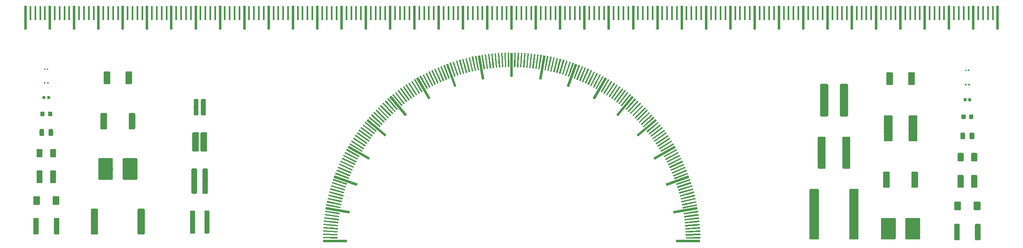
<source format=gbr>
G04 #@! TF.GenerationSoftware,KiCad,Pcbnew,5.0.2-bee76a0~70~ubuntu18.04.1*
G04 #@! TF.CreationDate,2019-01-05T21:06:59+08:00*
G04 #@! TF.ProjectId,ruler-pcb,72756c65-722d-4706-9362-2e6b69636164,rev?*
G04 #@! TF.SameCoordinates,Original*
G04 #@! TF.FileFunction,Paste,Top*
G04 #@! TF.FilePolarity,Positive*
%FSLAX46Y46*%
G04 Gerber Fmt 4.6, Leading zero omitted, Abs format (unit mm)*
G04 Created by KiCad (PCBNEW 5.0.2-bee76a0~70~ubuntu18.04.1) date 2019年01月05日 星期六 21时06分59秒*
%MOMM*%
%LPD*%
G01*
G04 APERTURE LIST*
%ADD10R,0.300000X3.000000*%
%ADD11R,0.500000X5.000000*%
%ADD12C,0.300000*%
%ADD13C,0.100000*%
%ADD14R,5.000000X0.500000*%
%ADD15C,0.500000*%
%ADD16C,0.318000*%
%ADD17C,0.590000*%
%ADD18C,0.875000*%
%ADD19C,1.000000*%
%ADD20C,0.975000*%
%ADD21C,1.350000*%
%ADD22C,0.270000*%
%ADD23C,1.150000*%
%ADD24C,1.250000*%
%ADD25C,1.050000*%
%ADD26C,1.400000*%
%ADD27C,1.125000*%
%ADD28C,3.025000*%
%ADD29C,1.475000*%
%ADD30C,1.700000*%
%ADD31C,1.800000*%
%ADD32C,1.625000*%
%ADD33C,1.925000*%
G04 APERTURE END LIST*
D10*
G04 #@! TO.C,REF\002A\002A*
X223400000Y-27200000D03*
X218400000Y-27200000D03*
X213400000Y-27200000D03*
X208400000Y-27200000D03*
X203400000Y-27200000D03*
X198400000Y-27200000D03*
X193400000Y-27200000D03*
X188400000Y-27200000D03*
X183400000Y-27200000D03*
X178400000Y-27200000D03*
X173400000Y-27200000D03*
X168400000Y-27200000D03*
X163400000Y-27200000D03*
X158400000Y-27200000D03*
X153400000Y-27200000D03*
X148400000Y-27200000D03*
X143400000Y-27200000D03*
X138400000Y-27200000D03*
X133400000Y-27200000D03*
X128400000Y-27200000D03*
X123400000Y-27200000D03*
X118400000Y-27200000D03*
X113400000Y-27200000D03*
X108400000Y-27200000D03*
X103400000Y-27200000D03*
X98400000Y-27200000D03*
X93400000Y-27200000D03*
X88400000Y-27200000D03*
X83400000Y-27200000D03*
X78400000Y-27200000D03*
X73400000Y-27200000D03*
X68400000Y-27200000D03*
X63400000Y-27200000D03*
X58400000Y-27200000D03*
X53400000Y-27200000D03*
X48400000Y-27200000D03*
X43400000Y-27200000D03*
X38400000Y-27200000D03*
X33400000Y-27200000D03*
X222400000Y-27200000D03*
X217400000Y-27200000D03*
X212400000Y-27200000D03*
X207400000Y-27200000D03*
X202400000Y-27200000D03*
X197400000Y-27200000D03*
X192400000Y-27200000D03*
X187400000Y-27200000D03*
X182400000Y-27200000D03*
X177400000Y-27200000D03*
X172400000Y-27200000D03*
X167400000Y-27200000D03*
X162400000Y-27200000D03*
X157400000Y-27200000D03*
X152400000Y-27200000D03*
X147400000Y-27200000D03*
X142400000Y-27200000D03*
X137400000Y-27200000D03*
X132400000Y-27200000D03*
X127400000Y-27200000D03*
X122400000Y-27200000D03*
X117400000Y-27200000D03*
X112400000Y-27200000D03*
X107400000Y-27200000D03*
X102400000Y-27200000D03*
X97400000Y-27200000D03*
X92400000Y-27200000D03*
X87400000Y-27200000D03*
X82400000Y-27200000D03*
X77400000Y-27200000D03*
X72400000Y-27200000D03*
X67400000Y-27200000D03*
X62400000Y-27200000D03*
X57400000Y-27200000D03*
X52400000Y-27200000D03*
X47400000Y-27200000D03*
X42400000Y-27200000D03*
X37400000Y-27200000D03*
X32400000Y-27200000D03*
X221400000Y-27200000D03*
X216400000Y-27200000D03*
X211400000Y-27200000D03*
X206400000Y-27200000D03*
X201400000Y-27200000D03*
X196400000Y-27200000D03*
X191400000Y-27200000D03*
X186400000Y-27200000D03*
X181400000Y-27200000D03*
X176400000Y-27200000D03*
X171400000Y-27200000D03*
X166400000Y-27200000D03*
X161400000Y-27200000D03*
X156400000Y-27200000D03*
X151400000Y-27200000D03*
X146400000Y-27200000D03*
X141400000Y-27200000D03*
X136400000Y-27200000D03*
X131400000Y-27200000D03*
X126400000Y-27200000D03*
X121400000Y-27200000D03*
X116400000Y-27200000D03*
X111400000Y-27200000D03*
X106400000Y-27200000D03*
X101400000Y-27200000D03*
X96400000Y-27200000D03*
X91400000Y-27200000D03*
X86400000Y-27200000D03*
X81400000Y-27200000D03*
X76400000Y-27200000D03*
X71400000Y-27200000D03*
X66400000Y-27200000D03*
X61400000Y-27200000D03*
X56400000Y-27200000D03*
X51400000Y-27200000D03*
X46400000Y-27200000D03*
X41400000Y-27200000D03*
X36400000Y-27200000D03*
X31400000Y-27200000D03*
X224400000Y-27200000D03*
X219400000Y-27200000D03*
X214400000Y-27200000D03*
X209400000Y-27200000D03*
X204400000Y-27200000D03*
X199400000Y-27200000D03*
X194400000Y-27200000D03*
X189400000Y-27200000D03*
X184400000Y-27200000D03*
X179400000Y-27200000D03*
X174400000Y-27200000D03*
X169400000Y-27200000D03*
X164400000Y-27200000D03*
X159400000Y-27200000D03*
X154400000Y-27200000D03*
X149400000Y-27200000D03*
X144400000Y-27200000D03*
X139400000Y-27200000D03*
X134400000Y-27200000D03*
X129400000Y-27200000D03*
X124400000Y-27200000D03*
X119400000Y-27200000D03*
X114400000Y-27200000D03*
X109400000Y-27200000D03*
X104400000Y-27200000D03*
X99400000Y-27200000D03*
X94400000Y-27200000D03*
X89400000Y-27200000D03*
X84400000Y-27200000D03*
X79400000Y-27200000D03*
X74400000Y-27200000D03*
X69400000Y-27200000D03*
X64400000Y-27200000D03*
X59400000Y-27200000D03*
X54400000Y-27200000D03*
X49400000Y-27200000D03*
X44400000Y-27200000D03*
X39400000Y-27200000D03*
X34400000Y-27200000D03*
X29400000Y-27200000D03*
X28400000Y-27200000D03*
X27400000Y-27200000D03*
X26400000Y-27200000D03*
D11*
X225400000Y-28200000D03*
X220400000Y-28200000D03*
X215400000Y-28200000D03*
X210400000Y-28200000D03*
X205400000Y-28200000D03*
X200400000Y-28200000D03*
X195400000Y-28200000D03*
X190400000Y-28200000D03*
X185400000Y-28200000D03*
X180400000Y-28200000D03*
X175400000Y-28200000D03*
X170400000Y-28200000D03*
X165400000Y-28200000D03*
X160400000Y-28200000D03*
X155400000Y-28200000D03*
X150400000Y-28200000D03*
X145400000Y-28200000D03*
X140400000Y-28200000D03*
X135400000Y-28200000D03*
X130400000Y-28200000D03*
X125400000Y-28200000D03*
X120400000Y-28200000D03*
X115400000Y-28200000D03*
X110400000Y-28200000D03*
X105400000Y-28200000D03*
X100400000Y-28200000D03*
X95400000Y-28200000D03*
X90400000Y-28200000D03*
X85400000Y-28200000D03*
X80400000Y-28200000D03*
X75400000Y-28200000D03*
X70400000Y-28200000D03*
X65400000Y-28200000D03*
X60400000Y-28200000D03*
X55400000Y-28200000D03*
X50400000Y-28200000D03*
X45400000Y-28200000D03*
X40400000Y-28200000D03*
X35400000Y-28200000D03*
X30400000Y-28200000D03*
X25400000Y-28200000D03*
G04 #@! TD*
G04 #@! TO.C,REF\002A\002A*
X25400000Y-28200000D03*
X30400000Y-28200000D03*
X35400000Y-28200000D03*
X40400000Y-28200000D03*
X45400000Y-28200000D03*
X50400000Y-28200000D03*
X55400000Y-28200000D03*
X60400000Y-28200000D03*
X65400000Y-28200000D03*
X70400000Y-28200000D03*
X75400000Y-28200000D03*
X80400000Y-28200000D03*
X85400000Y-28200000D03*
X90400000Y-28200000D03*
X95400000Y-28200000D03*
X100400000Y-28200000D03*
X105400000Y-28200000D03*
X110400000Y-28200000D03*
X115400000Y-28200000D03*
X120400000Y-28200000D03*
X125400000Y-28200000D03*
X130400000Y-28200000D03*
X135400000Y-28200000D03*
X140400000Y-28200000D03*
X145400000Y-28200000D03*
X150400000Y-28200000D03*
X155400000Y-28200000D03*
X160400000Y-28200000D03*
X165400000Y-28200000D03*
X170400000Y-28200000D03*
X175400000Y-28200000D03*
X180400000Y-28200000D03*
X185400000Y-28200000D03*
X190400000Y-28200000D03*
X195400000Y-28200000D03*
X200400000Y-28200000D03*
X205400000Y-28200000D03*
X210400000Y-28200000D03*
X215400000Y-28200000D03*
X220400000Y-28200000D03*
X225400000Y-28200000D03*
D10*
X26400000Y-27200000D03*
X27400000Y-27200000D03*
X28400000Y-27200000D03*
X29400000Y-27200000D03*
X34400000Y-27200000D03*
X39400000Y-27200000D03*
X44400000Y-27200000D03*
X49400000Y-27200000D03*
X54400000Y-27200000D03*
X59400000Y-27200000D03*
X64400000Y-27200000D03*
X69400000Y-27200000D03*
X74400000Y-27200000D03*
X79400000Y-27200000D03*
X84400000Y-27200000D03*
X89400000Y-27200000D03*
X94400000Y-27200000D03*
X99400000Y-27200000D03*
X104400000Y-27200000D03*
X109400000Y-27200000D03*
X114400000Y-27200000D03*
X119400000Y-27200000D03*
X124400000Y-27200000D03*
X129400000Y-27200000D03*
X134400000Y-27200000D03*
X139400000Y-27200000D03*
X144400000Y-27200000D03*
X149400000Y-27200000D03*
X154400000Y-27200000D03*
X159400000Y-27200000D03*
X164400000Y-27200000D03*
X169400000Y-27200000D03*
X174400000Y-27200000D03*
X179400000Y-27200000D03*
X184400000Y-27200000D03*
X189400000Y-27200000D03*
X194400000Y-27200000D03*
X199400000Y-27200000D03*
X204400000Y-27200000D03*
X209400000Y-27200000D03*
X214400000Y-27200000D03*
X219400000Y-27200000D03*
X224400000Y-27200000D03*
X31400000Y-27200000D03*
X36400000Y-27200000D03*
X41400000Y-27200000D03*
X46400000Y-27200000D03*
X51400000Y-27200000D03*
X56400000Y-27200000D03*
X61400000Y-27200000D03*
X66400000Y-27200000D03*
X71400000Y-27200000D03*
X76400000Y-27200000D03*
X81400000Y-27200000D03*
X86400000Y-27200000D03*
X91400000Y-27200000D03*
X96400000Y-27200000D03*
X101400000Y-27200000D03*
X106400000Y-27200000D03*
X111400000Y-27200000D03*
X116400000Y-27200000D03*
X121400000Y-27200000D03*
X126400000Y-27200000D03*
X131400000Y-27200000D03*
X136400000Y-27200000D03*
X141400000Y-27200000D03*
X146400000Y-27200000D03*
X151400000Y-27200000D03*
X156400000Y-27200000D03*
X161400000Y-27200000D03*
X166400000Y-27200000D03*
X171400000Y-27200000D03*
X176400000Y-27200000D03*
X181400000Y-27200000D03*
X186400000Y-27200000D03*
X191400000Y-27200000D03*
X196400000Y-27200000D03*
X201400000Y-27200000D03*
X206400000Y-27200000D03*
X211400000Y-27200000D03*
X216400000Y-27200000D03*
X221400000Y-27200000D03*
X32400000Y-27200000D03*
X37400000Y-27200000D03*
X42400000Y-27200000D03*
X47400000Y-27200000D03*
X52400000Y-27200000D03*
X57400000Y-27200000D03*
X62400000Y-27200000D03*
X67400000Y-27200000D03*
X72400000Y-27200000D03*
X77400000Y-27200000D03*
X82400000Y-27200000D03*
X87400000Y-27200000D03*
X92400000Y-27200000D03*
X97400000Y-27200000D03*
X102400000Y-27200000D03*
X107400000Y-27200000D03*
X112400000Y-27200000D03*
X117400000Y-27200000D03*
X122400000Y-27200000D03*
X127400000Y-27200000D03*
X132400000Y-27200000D03*
X137400000Y-27200000D03*
X142400000Y-27200000D03*
X147400000Y-27200000D03*
X152400000Y-27200000D03*
X157400000Y-27200000D03*
X162400000Y-27200000D03*
X167400000Y-27200000D03*
X172400000Y-27200000D03*
X177400000Y-27200000D03*
X182400000Y-27200000D03*
X187400000Y-27200000D03*
X192400000Y-27200000D03*
X197400000Y-27200000D03*
X202400000Y-27200000D03*
X207400000Y-27200000D03*
X212400000Y-27200000D03*
X217400000Y-27200000D03*
X222400000Y-27200000D03*
X33400000Y-27200000D03*
X38400000Y-27200000D03*
X43400000Y-27200000D03*
X48400000Y-27200000D03*
X53400000Y-27200000D03*
X58400000Y-27200000D03*
X63400000Y-27200000D03*
X68400000Y-27200000D03*
X73400000Y-27200000D03*
X78400000Y-27200000D03*
X83400000Y-27200000D03*
X88400000Y-27200000D03*
X93400000Y-27200000D03*
X98400000Y-27200000D03*
X103400000Y-27200000D03*
X108400000Y-27200000D03*
X113400000Y-27200000D03*
X118400000Y-27200000D03*
X123400000Y-27200000D03*
X128400000Y-27200000D03*
X133400000Y-27200000D03*
X138400000Y-27200000D03*
X143400000Y-27200000D03*
X148400000Y-27200000D03*
X153400000Y-27200000D03*
X158400000Y-27200000D03*
X163400000Y-27200000D03*
X168400000Y-27200000D03*
X173400000Y-27200000D03*
X178400000Y-27200000D03*
X183400000Y-27200000D03*
X188400000Y-27200000D03*
X193400000Y-27200000D03*
X198400000Y-27200000D03*
X203400000Y-27200000D03*
X208400000Y-27200000D03*
X213400000Y-27200000D03*
X218400000Y-27200000D03*
X223400000Y-27200000D03*
G04 #@! TD*
D12*
G04 #@! TO.C,REF\002A\002A*
X88062623Y-73530442D03*
D13*
G36*
X89565012Y-73406643D02*
X89559777Y-73706598D01*
X86560234Y-73654241D01*
X86565469Y-73354286D01*
X89565012Y-73406643D01*
X89565012Y-73406643D01*
G37*
D12*
X88746129Y-67057047D03*
D13*
G36*
X90247191Y-67196016D02*
X90189948Y-67490505D01*
X87245067Y-66918078D01*
X87302310Y-66623589D01*
X90247191Y-67196016D01*
X90247191Y-67196016D01*
G37*
D12*
X90543344Y-60800687D03*
D13*
G36*
X91997470Y-61198202D02*
X91889959Y-61478276D01*
X89089218Y-60403172D01*
X89196729Y-60123098D01*
X91997470Y-61198202D01*
X91997470Y-61198202D01*
G37*
D12*
X93399662Y-54951458D03*
D13*
G36*
X94762669Y-55595440D02*
X94608157Y-55852590D01*
X92036655Y-54307476D01*
X92191167Y-54050326D01*
X94762669Y-55595440D01*
X94762669Y-55595440D01*
G37*
D12*
X97228293Y-49687086D03*
D13*
G36*
X98458766Y-50557968D02*
X98261949Y-50784381D01*
X95997820Y-48816204D01*
X96194637Y-48589791D01*
X98458766Y-50557968D01*
X98458766Y-50557968D01*
G37*
D12*
X101912907Y-45167526D03*
D13*
G36*
X102973459Y-46238847D02*
X102740316Y-46427643D01*
X100852355Y-44096205D01*
X101085498Y-43907409D01*
X102973459Y-46238847D01*
X102973459Y-46238847D01*
G37*
D12*
X107311165Y-41530104D03*
D13*
G36*
X108169572Y-42769312D02*
X107907186Y-42914755D01*
X106452758Y-40290896D01*
X106715144Y-40145453D01*
X108169572Y-42769312D01*
X108169572Y-42769312D01*
G37*
D12*
X113259043Y-38885340D03*
D13*
G36*
X113889223Y-40254783D02*
X113605567Y-40352453D01*
X112628863Y-37515897D01*
X112912519Y-37418227D01*
X113889223Y-40254783D01*
X113889223Y-40254783D01*
G37*
D12*
X119575818Y-37313594D03*
D13*
G36*
X119958623Y-38771661D02*
X119662316Y-38818592D01*
X119193013Y-35855527D01*
X119489320Y-35808596D01*
X119958623Y-38771661D01*
X119958623Y-38771661D01*
G37*
D12*
X126069558Y-36862623D03*
D13*
G36*
X126193357Y-38365012D02*
X125893402Y-38359777D01*
X125945759Y-35360234D01*
X126245714Y-35365469D01*
X126193357Y-38365012D01*
X126193357Y-38365012D01*
G37*
D12*
X132542953Y-37546129D03*
D13*
G36*
X132403984Y-39047191D02*
X132109495Y-38989948D01*
X132681922Y-36045067D01*
X132976411Y-36102310D01*
X132403984Y-39047191D01*
X132403984Y-39047191D01*
G37*
D12*
X138799313Y-39343344D03*
D13*
G36*
X138401798Y-40797470D02*
X138121724Y-40689959D01*
X139196828Y-37889218D01*
X139476902Y-37996729D01*
X138401798Y-40797470D01*
X138401798Y-40797470D01*
G37*
D12*
X144648542Y-42199662D03*
D13*
G36*
X144004560Y-43562669D02*
X143747410Y-43408157D01*
X145292524Y-40836655D01*
X145549674Y-40991167D01*
X144004560Y-43562669D01*
X144004560Y-43562669D01*
G37*
D12*
X149912914Y-46028293D03*
D13*
G36*
X149042032Y-47258766D02*
X148815619Y-47061949D01*
X150783796Y-44797820D01*
X151010209Y-44994637D01*
X149042032Y-47258766D01*
X149042032Y-47258766D01*
G37*
D12*
X154432474Y-50712907D03*
D13*
G36*
X153361153Y-51773459D02*
X153172357Y-51540316D01*
X155503795Y-49652355D01*
X155692591Y-49885498D01*
X153361153Y-51773459D01*
X153361153Y-51773459D01*
G37*
D12*
X158069896Y-56111165D03*
D13*
G36*
X156830688Y-56969572D02*
X156685245Y-56707186D01*
X159309104Y-55252758D01*
X159454547Y-55515144D01*
X156830688Y-56969572D01*
X156830688Y-56969572D01*
G37*
D12*
X160714660Y-62059043D03*
D13*
G36*
X159345217Y-62689223D02*
X159247547Y-62405567D01*
X162084103Y-61428863D01*
X162181773Y-61712519D01*
X159345217Y-62689223D01*
X159345217Y-62689223D01*
G37*
D12*
X88200281Y-70927550D03*
D13*
G36*
X89707646Y-70908854D02*
X89681500Y-71207713D01*
X86692916Y-70946246D01*
X86719062Y-70647387D01*
X89707646Y-70908854D01*
X89707646Y-70908854D01*
G37*
D12*
X89333683Y-64517602D03*
D13*
G36*
X90821395Y-64760942D02*
X90743749Y-65050719D01*
X87845971Y-64274262D01*
X87923617Y-63984485D01*
X90821395Y-64760942D01*
X90821395Y-64760942D01*
G37*
D12*
X91562942Y-58401849D03*
D13*
G36*
X92985796Y-58899830D02*
X92859011Y-59171723D01*
X90140088Y-57903868D01*
X90266873Y-57631975D01*
X92985796Y-58899830D01*
X92985796Y-58899830D01*
G37*
D12*
X94820323Y-52766115D03*
D13*
G36*
X96135088Y-53503607D02*
X95963015Y-53749352D01*
X93505558Y-52028623D01*
X93677631Y-51782878D01*
X96135088Y-53503607D01*
X96135088Y-53503607D01*
G37*
D12*
X99006852Y-47781639D03*
D13*
G36*
X100173578Y-48736233D02*
X99961446Y-48948365D01*
X97840126Y-46827045D01*
X98052258Y-46614913D01*
X100173578Y-48736233D01*
X100173578Y-48736233D01*
G37*
D12*
X103995324Y-43599871D03*
D13*
G36*
X104978561Y-44742563D02*
X104732816Y-44914636D01*
X103012087Y-42457179D01*
X103257832Y-42285106D01*
X104978561Y-44742563D01*
X104978561Y-44742563D01*
G37*
D12*
X109634165Y-40347873D03*
D13*
G36*
X110404039Y-41643942D02*
X110132146Y-41770727D01*
X108864291Y-39051804D01*
X109136184Y-38925019D01*
X110404039Y-41643942D01*
X110404039Y-41643942D01*
G37*
D12*
X115752044Y-38124454D03*
D13*
G36*
X116285161Y-39534520D02*
X115995384Y-39612166D01*
X115218927Y-36714388D01*
X115508704Y-36636742D01*
X116285161Y-39534520D01*
X116285161Y-39534520D01*
G37*
D12*
X122163071Y-36997173D03*
D13*
G36*
X122443234Y-38478392D02*
X122144375Y-38504538D01*
X121882908Y-35515954D01*
X122181767Y-35489808D01*
X122443234Y-38478392D01*
X122443234Y-38478392D01*
G37*
D12*
X128672450Y-37000281D03*
D13*
G36*
X128691146Y-38507646D02*
X128392287Y-38481500D01*
X128653754Y-35492916D01*
X128952613Y-35519062D01*
X128691146Y-38507646D01*
X128691146Y-38507646D01*
G37*
D12*
X135082398Y-38133683D03*
D13*
G36*
X134839058Y-39621395D02*
X134549281Y-39543749D01*
X135325738Y-36645971D01*
X135615515Y-36723617D01*
X134839058Y-39621395D01*
X134839058Y-39621395D01*
G37*
D12*
X141198151Y-40362942D03*
D13*
G36*
X140700170Y-41785796D02*
X140428277Y-41659011D01*
X141696132Y-38940088D01*
X141968025Y-39066873D01*
X140700170Y-41785796D01*
X140700170Y-41785796D01*
G37*
D12*
X146833885Y-43620323D03*
D13*
G36*
X146096393Y-44935088D02*
X145850648Y-44763015D01*
X147571377Y-42305558D01*
X147817122Y-42477631D01*
X146096393Y-44935088D01*
X146096393Y-44935088D01*
G37*
D12*
X151818361Y-47806852D03*
D13*
G36*
X150863767Y-48973578D02*
X150651635Y-48761446D01*
X152772955Y-46640126D01*
X152985087Y-46852258D01*
X150863767Y-48973578D01*
X150863767Y-48973578D01*
G37*
D12*
X156000129Y-52795324D03*
D13*
G36*
X154857437Y-53778561D02*
X154685364Y-53532816D01*
X157142821Y-51812087D01*
X157314894Y-52057832D01*
X154857437Y-53778561D01*
X154857437Y-53778561D01*
G37*
D12*
X159252127Y-58434165D03*
D13*
G36*
X157956058Y-59204039D02*
X157829273Y-58932146D01*
X160548196Y-57664291D01*
X160674981Y-57936184D01*
X157956058Y-59204039D01*
X157956058Y-59204039D01*
G37*
D12*
X161475546Y-64552044D03*
D13*
G36*
X160065480Y-65085161D02*
X159987834Y-64795384D01*
X162885612Y-64018927D01*
X162963258Y-64308704D01*
X160065480Y-65085161D01*
X160065480Y-65085161D01*
G37*
D12*
X88422528Y-68985151D03*
D13*
G36*
X89928806Y-69045370D02*
X89887054Y-69342451D01*
X86916250Y-68924932D01*
X86958002Y-68627851D01*
X89928806Y-69045370D01*
X89928806Y-69045370D01*
G37*
D12*
X89889848Y-62643306D03*
D13*
G36*
X91362785Y-62964173D02*
X91270080Y-63249490D01*
X88416911Y-62322439D01*
X88509616Y-62037122D01*
X91362785Y-62964173D01*
X91362785Y-62964173D01*
G37*
D12*
X92436126Y-56652605D03*
D13*
G36*
X93830968Y-57224370D02*
X93690127Y-57489254D01*
X91041284Y-56080840D01*
X91182125Y-55815956D01*
X93830968Y-57224370D01*
X93830968Y-57224370D01*
G37*
D12*
X95983994Y-51195072D03*
D13*
G36*
X97258359Y-52000363D02*
X97073661Y-52236766D01*
X94709629Y-50389781D01*
X94894327Y-50153378D01*
X97258359Y-52000363D01*
X97258359Y-52000363D01*
G37*
D12*
X100425653Y-46436533D03*
D13*
G36*
X101540821Y-47450881D02*
X101317877Y-47651620D01*
X99310485Y-45422185D01*
X99533429Y-45221446D01*
X101540821Y-47450881D01*
X101540821Y-47450881D01*
G37*
D12*
X105626145Y-42521573D03*
D13*
G36*
X106548231Y-43714157D02*
X106293817Y-43873133D01*
X104704059Y-41328989D01*
X104958473Y-41170013D01*
X106548231Y-43714157D01*
X106548231Y-43714157D01*
G37*
D12*
X111427456Y-39569146D03*
D13*
G36*
X112128443Y-40903731D02*
X111850288Y-41016113D01*
X110726469Y-38234561D01*
X111004624Y-38122179D01*
X112128443Y-40903731D01*
X112128443Y-40903731D01*
G37*
D12*
X117653315Y-37668959D03*
D13*
G36*
X118111905Y-39104994D02*
X117818460Y-39167367D01*
X117194725Y-36232924D01*
X117488170Y-36170551D01*
X118111905Y-39104994D01*
X118111905Y-39104994D01*
G37*
D12*
X124114553Y-36878750D03*
D13*
G36*
X124316811Y-38372601D02*
X124016994Y-38383071D01*
X123912295Y-35384899D01*
X124212112Y-35374429D01*
X124316811Y-38372601D01*
X124316811Y-38372601D01*
G37*
D12*
X130614849Y-37222528D03*
D13*
G36*
X130554630Y-38728806D02*
X130257549Y-38687054D01*
X130675068Y-35716250D01*
X130972149Y-35758002D01*
X130554630Y-38728806D01*
X130554630Y-38728806D01*
G37*
D12*
X136956694Y-38689848D03*
D13*
G36*
X136635827Y-40162785D02*
X136350510Y-40070080D01*
X137277561Y-37216911D01*
X137562878Y-37309616D01*
X136635827Y-40162785D01*
X136635827Y-40162785D01*
G37*
D12*
X142947395Y-41236126D03*
D13*
G36*
X142375630Y-42630968D02*
X142110746Y-42490127D01*
X143519160Y-39841284D01*
X143784044Y-39982125D01*
X142375630Y-42630968D01*
X142375630Y-42630968D01*
G37*
D12*
X148404928Y-44783994D03*
D13*
G36*
X147599637Y-46058359D02*
X147363234Y-45873661D01*
X149210219Y-43509629D01*
X149446622Y-43694327D01*
X147599637Y-46058359D01*
X147599637Y-46058359D01*
G37*
D12*
X153163467Y-49225653D03*
D13*
G36*
X152149119Y-50340821D02*
X151948380Y-50117877D01*
X154177815Y-48110485D01*
X154378554Y-48333429D01*
X152149119Y-50340821D01*
X152149119Y-50340821D01*
G37*
D12*
X157078427Y-54426145D03*
D13*
G36*
X155885843Y-55348231D02*
X155726867Y-55093817D01*
X158271011Y-53504059D01*
X158429987Y-53758473D01*
X155885843Y-55348231D01*
X155885843Y-55348231D01*
G37*
D12*
X160030854Y-60227456D03*
D13*
G36*
X158696269Y-60928443D02*
X158583887Y-60650288D01*
X161365439Y-59526469D01*
X161477821Y-59804624D01*
X158696269Y-60928443D01*
X158696269Y-60928443D01*
G37*
D12*
X161931041Y-66453315D03*
D13*
G36*
X160495006Y-66911905D02*
X160432633Y-66618460D01*
X163367076Y-65994725D01*
X163429449Y-66288170D01*
X160495006Y-66911905D01*
X160495006Y-66911905D01*
G37*
D12*
X88519171Y-68340600D03*
D13*
G36*
X90024169Y-68427098D02*
X89977238Y-68723405D01*
X87014173Y-68254102D01*
X87061104Y-67957795D01*
X90024169Y-68427098D01*
X90024169Y-68427098D01*
G37*
D12*
X90096948Y-62025329D03*
D13*
G36*
X91564061Y-62371853D02*
X91466391Y-62655509D01*
X88629835Y-61678805D01*
X88727505Y-61395149D01*
X91564061Y-62371853D01*
X91564061Y-62371853D01*
G37*
D12*
X92747390Y-56079979D03*
D13*
G36*
X94132041Y-56676000D02*
X93986598Y-56938386D01*
X91362739Y-55483958D01*
X91508182Y-55221572D01*
X94132041Y-56676000D01*
X94132041Y-56676000D01*
G37*
D12*
X96389966Y-50685196D03*
D13*
G36*
X97650083Y-51512605D02*
X97461287Y-51745748D01*
X95129849Y-49857787D01*
X95318645Y-49624644D01*
X97650083Y-51512605D01*
X97650083Y-51512605D01*
G37*
D12*
X100913996Y-46004900D03*
D13*
G36*
X102011291Y-47038556D02*
X101784878Y-47235373D01*
X99816701Y-44971244D01*
X100043114Y-44774427D01*
X102011291Y-47038556D01*
X102011291Y-47038556D01*
G37*
D12*
X106182021Y-42181296D03*
D13*
G36*
X107083153Y-43389791D02*
X106826003Y-43544303D01*
X105280889Y-40972801D01*
X105538039Y-40818289D01*
X107083153Y-43389791D01*
X107083153Y-43389791D01*
G37*
D12*
X112033975Y-39330566D03*
D13*
G36*
X112711564Y-40677181D02*
X112431490Y-40784692D01*
X111356386Y-37983951D01*
X111636460Y-37876440D01*
X112711564Y-40677181D01*
X112711564Y-40677181D01*
G37*
D12*
X118292049Y-37539325D03*
D13*
G36*
X118725507Y-38983144D02*
X118431018Y-39040387D01*
X117858591Y-36095506D01*
X118153080Y-36038263D01*
X118725507Y-38983144D01*
X118725507Y-38983144D01*
G37*
D12*
X124766094Y-36862000D03*
D13*
G36*
X124942250Y-38359154D02*
X124642295Y-38364389D01*
X124589938Y-35364846D01*
X124889893Y-35359611D01*
X124942250Y-38359154D01*
X124942250Y-38359154D01*
G37*
D12*
X131259400Y-37319171D03*
D13*
G36*
X131172902Y-38824169D02*
X130876595Y-38777238D01*
X131345898Y-35814173D01*
X131642205Y-35861104D01*
X131172902Y-38824169D01*
X131172902Y-38824169D01*
G37*
D12*
X137574671Y-38896948D03*
D13*
G36*
X137228147Y-40364061D02*
X136944491Y-40266391D01*
X137921195Y-37429835D01*
X138204851Y-37527505D01*
X137228147Y-40364061D01*
X137228147Y-40364061D01*
G37*
D12*
X143520021Y-41547390D03*
D13*
G36*
X142924000Y-42932041D02*
X142661614Y-42786598D01*
X144116042Y-40162739D01*
X144378428Y-40308182D01*
X142924000Y-42932041D01*
X142924000Y-42932041D01*
G37*
D12*
X148914804Y-45189966D03*
D13*
G36*
X148087395Y-46450083D02*
X147854252Y-46261287D01*
X149742213Y-43929849D01*
X149975356Y-44118645D01*
X148087395Y-46450083D01*
X148087395Y-46450083D01*
G37*
D12*
X153595100Y-49713996D03*
D13*
G36*
X152561444Y-50811291D02*
X152364627Y-50584878D01*
X154628756Y-48616701D01*
X154825573Y-48843114D01*
X152561444Y-50811291D01*
X152561444Y-50811291D01*
G37*
D12*
X157418704Y-54982021D03*
D13*
G36*
X156210209Y-55883153D02*
X156055697Y-55626003D01*
X158627199Y-54080889D01*
X158781711Y-54338039D01*
X156210209Y-55883153D01*
X156210209Y-55883153D01*
G37*
D12*
X160269434Y-60833975D03*
D13*
G36*
X158922819Y-61511564D02*
X158815308Y-61231490D01*
X161616049Y-60156386D01*
X161723560Y-60436460D01*
X158922819Y-61511564D01*
X158922819Y-61511564D01*
G37*
D12*
X162060675Y-67092049D03*
D13*
G36*
X160616856Y-67525507D02*
X160559613Y-67231018D01*
X163504494Y-66658591D01*
X163561737Y-66953080D01*
X160616856Y-67525507D01*
X160616856Y-67525507D01*
G37*
D12*
X88337148Y-69631291D03*
D13*
G36*
X89844248Y-69665213D02*
X89807687Y-69962977D01*
X86830048Y-69597369D01*
X86866609Y-69299605D01*
X89844248Y-69665213D01*
X89844248Y-69665213D01*
G37*
D12*
X89693564Y-63264804D03*
D13*
G36*
X91171877Y-63559916D02*
X91084165Y-63846807D01*
X88215251Y-62969692D01*
X88302963Y-62682801D01*
X91171877Y-63559916D01*
X91171877Y-63559916D01*
G37*
D12*
X92134902Y-57230576D03*
D13*
G36*
X93539510Y-57777911D02*
X93403313Y-58045213D01*
X90730294Y-56683241D01*
X90866491Y-56415939D01*
X93539510Y-57777911D01*
X93539510Y-57777911D01*
G37*
D12*
X95586983Y-51711956D03*
D13*
G36*
X96875209Y-52494883D02*
X96694664Y-52734474D01*
X94298757Y-50929029D01*
X94479302Y-50689438D01*
X96875209Y-52494883D01*
X96875209Y-52494883D01*
G37*
D12*
X99944917Y-46876624D03*
D13*
G36*
X101077618Y-47871355D02*
X100858211Y-48075954D01*
X98812216Y-45881893D01*
X99031623Y-45677294D01*
X101077618Y-47871355D01*
X101077618Y-47871355D01*
G37*
D12*
X105076292Y-42871499D03*
D13*
G36*
X106019051Y-44047809D02*
X105767450Y-44211201D01*
X104133533Y-41695189D01*
X104385134Y-41531797D01*
X106019051Y-44047809D01*
X106019051Y-44047809D01*
G37*
D12*
X110825192Y-39818274D03*
D13*
G36*
X111549364Y-41140422D02*
X111273213Y-41257641D01*
X110101020Y-38496126D01*
X110377171Y-38378907D01*
X111549364Y-41140422D01*
X111549364Y-41140422D01*
G37*
D12*
X117016940Y-37809721D03*
D13*
G36*
X117500522Y-39237533D02*
X117208211Y-39305019D01*
X116533358Y-36381909D01*
X116825669Y-36314423D01*
X117500522Y-39237533D01*
X117500522Y-39237533D01*
G37*
D12*
X123463403Y-36906868D03*
D13*
G36*
X123691701Y-38396962D02*
X123392113Y-38412663D01*
X123235105Y-35416774D01*
X123534693Y-35401073D01*
X123691701Y-38396962D01*
X123691701Y-38396962D01*
G37*
D12*
X129968709Y-37137148D03*
D13*
G36*
X129934787Y-38644248D02*
X129637023Y-38607687D01*
X130002631Y-35630048D01*
X130300395Y-35666609D01*
X129934787Y-38644248D01*
X129934787Y-38644248D01*
G37*
D12*
X136335196Y-38493564D03*
D13*
G36*
X136040084Y-39971877D02*
X135753193Y-39884165D01*
X136630308Y-37015251D01*
X136917199Y-37102963D01*
X136040084Y-39971877D01*
X136040084Y-39971877D01*
G37*
D12*
X142369424Y-40934902D03*
D13*
G36*
X141822089Y-42339510D02*
X141554787Y-42203313D01*
X142916759Y-39530294D01*
X143184061Y-39666491D01*
X141822089Y-42339510D01*
X141822089Y-42339510D01*
G37*
D12*
X147888044Y-44386983D03*
D13*
G36*
X147105117Y-45675209D02*
X146865526Y-45494664D01*
X148670971Y-43098757D01*
X148910562Y-43279302D01*
X147105117Y-45675209D01*
X147105117Y-45675209D01*
G37*
D12*
X152723376Y-48744917D03*
D13*
G36*
X151728645Y-49877618D02*
X151524046Y-49658211D01*
X153718107Y-47612216D01*
X153922706Y-47831623D01*
X151728645Y-49877618D01*
X151728645Y-49877618D01*
G37*
D12*
X156728501Y-53876292D03*
D13*
G36*
X155552191Y-54819051D02*
X155388799Y-54567450D01*
X157904811Y-52933533D01*
X158068203Y-53185134D01*
X155552191Y-54819051D01*
X155552191Y-54819051D01*
G37*
D12*
X159781726Y-59625192D03*
D13*
G36*
X158459578Y-60349364D02*
X158342359Y-60073213D01*
X161103874Y-58901020D01*
X161221093Y-59177171D01*
X158459578Y-60349364D01*
X158459578Y-60349364D01*
G37*
D12*
X161790279Y-65816940D03*
D13*
G36*
X160362467Y-66300522D02*
X160294981Y-66008211D01*
X163218091Y-65333358D01*
X163285577Y-65625669D01*
X160362467Y-66300522D01*
X160362467Y-66300522D01*
G37*
D12*
X88263059Y-70278823D03*
D13*
G36*
X89770521Y-70286437D02*
X89739163Y-70584794D01*
X86755597Y-70271209D01*
X86786955Y-69972852D01*
X89770521Y-70286437D01*
X89770521Y-70286437D01*
G37*
D12*
X89508157Y-63889633D03*
D13*
G36*
X90991395Y-64158900D02*
X90908704Y-64447278D01*
X88024919Y-63620366D01*
X88107610Y-63331988D01*
X90991395Y-64158900D01*
X90991395Y-64158900D01*
G37*
D12*
X91843812Y-57813717D03*
D13*
G36*
X93257759Y-58336455D02*
X93126247Y-58606093D01*
X90429865Y-57290979D01*
X90561377Y-57021341D01*
X93257759Y-58336455D01*
X93257759Y-58336455D01*
G37*
D12*
X95199054Y-52235691D03*
D13*
G36*
X96500747Y-52996016D02*
X96324412Y-53238721D01*
X93897361Y-51475366D01*
X94073696Y-51232661D01*
X96500747Y-52996016D01*
X96500747Y-52996016D01*
G37*
D12*
X99471936Y-47325039D03*
D13*
G36*
X100621825Y-48299850D02*
X100406023Y-48508247D01*
X98322047Y-46350228D01*
X98537849Y-46141831D01*
X100621825Y-48299850D01*
X100621825Y-48299850D01*
G37*
D12*
X104532630Y-43230969D03*
D13*
G36*
X105495775Y-44390646D02*
X105247064Y-44558404D01*
X103569485Y-42071292D01*
X103818196Y-41903534D01*
X105495775Y-44390646D01*
X105495775Y-44390646D01*
G37*
D12*
X110227368Y-40077877D03*
D13*
G36*
X110974505Y-41387185D02*
X110700441Y-41509206D01*
X109480231Y-38768569D01*
X109754295Y-38646548D01*
X110974505Y-41387185D01*
X110974505Y-41387185D01*
G37*
D12*
X116383119Y-37961569D03*
D13*
G36*
X116891546Y-39380724D02*
X116600457Y-39453301D01*
X115874692Y-36542414D01*
X116165781Y-36469837D01*
X116891546Y-39380724D01*
X116891546Y-39380724D01*
G37*
D12*
X122812843Y-36946347D03*
D13*
G36*
X123067112Y-38432230D02*
X122767843Y-38453157D01*
X122558574Y-35460464D01*
X122857843Y-35439537D01*
X123067112Y-38432230D01*
X123067112Y-38432230D01*
G37*
D12*
X129321177Y-37063059D03*
D13*
G36*
X129313563Y-38570521D02*
X129015206Y-38539163D01*
X129328791Y-35555597D01*
X129627148Y-35586955D01*
X129313563Y-38570521D01*
X129313563Y-38570521D01*
G37*
D12*
X135710367Y-38308157D03*
D13*
G36*
X135441100Y-39791395D02*
X135152722Y-39708704D01*
X135979634Y-36824919D01*
X136268012Y-36907610D01*
X135441100Y-39791395D01*
X135441100Y-39791395D01*
G37*
D12*
X141786283Y-40643812D03*
D13*
G36*
X141263545Y-42057759D02*
X140993907Y-41926247D01*
X142309021Y-39229865D01*
X142578659Y-39361377D01*
X141263545Y-42057759D01*
X141263545Y-42057759D01*
G37*
D12*
X147364309Y-43999054D03*
D13*
G36*
X146603984Y-45300747D02*
X146361279Y-45124412D01*
X148124634Y-42697361D01*
X148367339Y-42873696D01*
X146603984Y-45300747D01*
X146603984Y-45300747D01*
G37*
D12*
X152274961Y-48271936D03*
D13*
G36*
X151300150Y-49421825D02*
X151091753Y-49206023D01*
X153249772Y-47122047D01*
X153458169Y-47337849D01*
X151300150Y-49421825D01*
X151300150Y-49421825D01*
G37*
D12*
X156369031Y-53332630D03*
D13*
G36*
X155209354Y-54295775D02*
X155041596Y-54047064D01*
X157528708Y-52369485D01*
X157696466Y-52618196D01*
X155209354Y-54295775D01*
X155209354Y-54295775D01*
G37*
D12*
X159522123Y-59027368D03*
D13*
G36*
X158212815Y-59774505D02*
X158090794Y-59500441D01*
X160831431Y-58280231D01*
X160953452Y-58554295D01*
X158212815Y-59774505D01*
X158212815Y-59774505D01*
G37*
D12*
X161638431Y-65183119D03*
D13*
G36*
X160219276Y-65691546D02*
X160146699Y-65400457D01*
X163057586Y-64674692D01*
X163130163Y-64965781D01*
X160219276Y-65691546D01*
X160219276Y-65691546D01*
G37*
D12*
X88108735Y-72227795D03*
D13*
G36*
X89614530Y-72156505D02*
X89598829Y-72456093D01*
X86602940Y-72299085D01*
X86618641Y-71999497D01*
X89614530Y-72156505D01*
X89614530Y-72156505D01*
G37*
D12*
X89017743Y-65782197D03*
D13*
G36*
X90513041Y-65973468D02*
X90445555Y-66265779D01*
X87522445Y-65590926D01*
X87589931Y-65298615D01*
X90513041Y-65973468D01*
X90513041Y-65973468D01*
G37*
D12*
X91032207Y-59592369D03*
D13*
G36*
X92471574Y-60040390D02*
X92354355Y-60316541D01*
X89592840Y-59144348D01*
X89710059Y-58868197D01*
X92471574Y-60040390D01*
X92471574Y-60040390D01*
G37*
D12*
X94090920Y-53846387D03*
D13*
G36*
X95430622Y-54537545D02*
X95267230Y-54789146D01*
X92751218Y-53155229D01*
X92914610Y-52903628D01*
X95430622Y-54537545D01*
X95430622Y-54537545D01*
G37*
D12*
X98100943Y-48718840D03*
D13*
G36*
X99300273Y-49632134D02*
X99095674Y-49851541D01*
X96901613Y-47805546D01*
X97106212Y-47586139D01*
X99300273Y-49632134D01*
X99300273Y-49632134D01*
G37*
D12*
X102940434Y-44365524D03*
D13*
G36*
X103962952Y-45473205D02*
X103723361Y-45653750D01*
X101917916Y-43257843D01*
X102157507Y-43077298D01*
X103962952Y-45473205D01*
X103962952Y-45473205D01*
G37*
D12*
X108462347Y-40918714D03*
D13*
G36*
X109276984Y-42187125D02*
X109009682Y-42323322D01*
X107647710Y-39650303D01*
X107915012Y-39514106D01*
X109276984Y-42187125D01*
X109276984Y-42187125D01*
G37*
D12*
X114498903Y-38483139D03*
D13*
G36*
X115080906Y-39873740D02*
X114794015Y-39961452D01*
X113916900Y-37092538D01*
X114203791Y-37004826D01*
X115080906Y-39873740D01*
X115080906Y-39873740D01*
G37*
D12*
X120866683Y-37132803D03*
D13*
G36*
X121198369Y-38603342D02*
X120900605Y-38639903D01*
X120534997Y-35662264D01*
X120832761Y-35625703D01*
X121198369Y-38603342D01*
X121198369Y-38603342D01*
G37*
D12*
X127372205Y-36908735D03*
D13*
G36*
X127443495Y-38414530D02*
X127143907Y-38398829D01*
X127300915Y-35402940D01*
X127600503Y-35418641D01*
X127443495Y-38414530D01*
X127443495Y-38414530D01*
G37*
D12*
X133817803Y-37817743D03*
D13*
G36*
X133626532Y-39313041D02*
X133334221Y-39245555D01*
X134009074Y-36322445D01*
X134301385Y-36389931D01*
X133626532Y-39313041D01*
X133626532Y-39313041D01*
G37*
D12*
X140007631Y-39832207D03*
D13*
G36*
X139559610Y-41271574D02*
X139283459Y-41154355D01*
X140455652Y-38392840D01*
X140731803Y-38510059D01*
X139559610Y-41271574D01*
X139559610Y-41271574D01*
G37*
D12*
X145753613Y-42890920D03*
D13*
G36*
X145062455Y-44230622D02*
X144810854Y-44067230D01*
X146444771Y-41551218D01*
X146696372Y-41714610D01*
X145062455Y-44230622D01*
X145062455Y-44230622D01*
G37*
D12*
X150881160Y-46900943D03*
D13*
G36*
X149967866Y-48100273D02*
X149748459Y-47895674D01*
X151794454Y-45701613D01*
X152013861Y-45906212D01*
X149967866Y-48100273D01*
X149967866Y-48100273D01*
G37*
D12*
X155234476Y-51740434D03*
D13*
G36*
X154126795Y-52762952D02*
X153946250Y-52523361D01*
X156342157Y-50717916D01*
X156522702Y-50957507D01*
X154126795Y-52762952D01*
X154126795Y-52762952D01*
G37*
D12*
X158681286Y-57262347D03*
D13*
G36*
X157412875Y-58076984D02*
X157276678Y-57809682D01*
X159949697Y-56447710D01*
X160085894Y-56715012D01*
X157412875Y-58076984D01*
X157412875Y-58076984D01*
G37*
D12*
X161116861Y-63298903D03*
D13*
G36*
X159726260Y-63880906D02*
X159638548Y-63594015D01*
X162507462Y-62716900D01*
X162595174Y-63003791D01*
X159726260Y-63880906D01*
X159726260Y-63880906D01*
G37*
D12*
X88148834Y-71577273D03*
D13*
G36*
X89655644Y-71532273D02*
X89634717Y-71831542D01*
X86642024Y-71622273D01*
X86662951Y-71323004D01*
X89655644Y-71532273D01*
X89655644Y-71532273D01*
G37*
D12*
X89170195Y-65148521D03*
D13*
G36*
X90661927Y-65365859D02*
X90589350Y-65656948D01*
X87678463Y-64931183D01*
X87751040Y-64640094D01*
X90661927Y-65365859D01*
X90661927Y-65365859D01*
G37*
D12*
X91292380Y-58994793D03*
D13*
G36*
X92723709Y-59467866D02*
X92601688Y-59741930D01*
X89861051Y-58521720D01*
X89983072Y-58247656D01*
X92723709Y-59467866D01*
X92723709Y-59467866D01*
G37*
D12*
X94450907Y-53303069D03*
D13*
G36*
X95778342Y-54017503D02*
X95610584Y-54266214D01*
X93123472Y-52588635D01*
X93291230Y-52339924D01*
X95778342Y-54017503D01*
X95778342Y-54017503D01*
G37*
D12*
X98549808Y-48246286D03*
D13*
G36*
X99733016Y-49180373D02*
X99524619Y-49396175D01*
X97366600Y-47312199D01*
X97574997Y-47096397D01*
X99733016Y-49180373D01*
X99733016Y-49180373D01*
G37*
D12*
X103464538Y-43978095D03*
D13*
G36*
X104467568Y-45103453D02*
X104224863Y-45279788D01*
X102461508Y-42852737D01*
X102704213Y-42676402D01*
X104467568Y-45103453D01*
X104467568Y-45103453D01*
G37*
D12*
X109045765Y-40628180D03*
D13*
G36*
X109838141Y-41910615D02*
X109568503Y-42042127D01*
X108253389Y-39345745D01*
X108523027Y-39214233D01*
X109838141Y-41910615D01*
X109838141Y-41910615D01*
G37*
D12*
X115123908Y-38298329D03*
D13*
G36*
X115681553Y-39698876D02*
X115393175Y-39781567D01*
X114566263Y-36897782D01*
X114854641Y-36815091D01*
X115681553Y-39698876D01*
X115681553Y-39698876D01*
G37*
D12*
X121514285Y-37059331D03*
D13*
G36*
X121820256Y-38535435D02*
X121521899Y-38566793D01*
X121208314Y-35583227D01*
X121506671Y-35551869D01*
X121820256Y-38535435D01*
X121820256Y-38535435D01*
G37*
D12*
X128022727Y-36948834D03*
D13*
G36*
X128067727Y-38455644D02*
X127768458Y-38434717D01*
X127977727Y-35442024D01*
X128276996Y-35462951D01*
X128067727Y-38455644D01*
X128067727Y-38455644D01*
G37*
D12*
X134451479Y-37970195D03*
D13*
G36*
X134234141Y-39461927D02*
X133943052Y-39389350D01*
X134668817Y-36478463D01*
X134959906Y-36551040D01*
X134234141Y-39461927D01*
X134234141Y-39461927D01*
G37*
D12*
X140605207Y-40092380D03*
D13*
G36*
X140132134Y-41523709D02*
X139858070Y-41401688D01*
X141078280Y-38661051D01*
X141352344Y-38783072D01*
X140132134Y-41523709D01*
X140132134Y-41523709D01*
G37*
D12*
X146296931Y-43250907D03*
D13*
G36*
X145582497Y-44578342D02*
X145333786Y-44410584D01*
X147011365Y-41923472D01*
X147260076Y-42091230D01*
X145582497Y-44578342D01*
X145582497Y-44578342D01*
G37*
D12*
X151353714Y-47349808D03*
D13*
G36*
X150419627Y-48533016D02*
X150203825Y-48324619D01*
X152287801Y-46166600D01*
X152503603Y-46374997D01*
X150419627Y-48533016D01*
X150419627Y-48533016D01*
G37*
D12*
X155621905Y-52264538D03*
D13*
G36*
X154496547Y-53267568D02*
X154320212Y-53024863D01*
X156747263Y-51261508D01*
X156923598Y-51504213D01*
X154496547Y-53267568D01*
X154496547Y-53267568D01*
G37*
D12*
X158971820Y-57845765D03*
D13*
G36*
X157689385Y-58638141D02*
X157557873Y-58368503D01*
X160254255Y-57053389D01*
X160385767Y-57323027D01*
X157689385Y-58638141D01*
X157689385Y-58638141D01*
G37*
D12*
X161301671Y-63923908D03*
D13*
G36*
X159901124Y-64481553D02*
X159818433Y-64193175D01*
X162702218Y-63366263D01*
X162784909Y-63654641D01*
X159901124Y-64481553D01*
X159901124Y-64481553D01*
G37*
D12*
X88079994Y-72878918D03*
D13*
G36*
X89584315Y-72781359D02*
X89573845Y-73081176D01*
X86575673Y-72976477D01*
X86586143Y-72676660D01*
X89584315Y-72781359D01*
X89584315Y-72781359D01*
G37*
D12*
X88876372Y-66418437D03*
D13*
G36*
X90374780Y-66583582D02*
X90312407Y-66877027D01*
X87377964Y-66253292D01*
X87440337Y-65959847D01*
X90374780Y-66583582D01*
X90374780Y-66583582D01*
G37*
D12*
X90782502Y-60194395D03*
D13*
G36*
X92229469Y-60617227D02*
X92117087Y-60895382D01*
X89335535Y-59771563D01*
X89447917Y-59493408D01*
X92229469Y-60617227D01*
X92229469Y-60617227D01*
G37*
D12*
X93740468Y-54395906D03*
D13*
G36*
X95092028Y-55063578D02*
X94933052Y-55317992D01*
X92388908Y-53728234D01*
X92547884Y-53473820D01*
X95092028Y-55063578D01*
X95092028Y-55063578D01*
G37*
D12*
X97660392Y-49199155D03*
D13*
G36*
X98875479Y-50091379D02*
X98674740Y-50314323D01*
X96445305Y-48306931D01*
X96646044Y-48083987D01*
X98875479Y-50091379D01*
X98875479Y-50091379D01*
G37*
D12*
X102423170Y-44762041D03*
D13*
G36*
X103464864Y-45851708D02*
X103228461Y-46036406D01*
X101381476Y-43672374D01*
X101617879Y-43487676D01*
X103464864Y-45851708D01*
X103464864Y-45851708D01*
G37*
D12*
X107884088Y-41219385D03*
D13*
G36*
X108720737Y-42473386D02*
X108455853Y-42614227D01*
X107047439Y-39965384D01*
X107312323Y-39824543D01*
X108720737Y-42473386D01*
X108720737Y-42473386D01*
G37*
D12*
X113877217Y-38678829D03*
D13*
G36*
X114483401Y-40059061D02*
X114198084Y-40151766D01*
X113271033Y-37298597D01*
X113556350Y-37205892D01*
X114483401Y-40059061D01*
X114483401Y-40059061D01*
G37*
D12*
X120220461Y-37217565D03*
D13*
G36*
X120577761Y-38682091D02*
X120280680Y-38723843D01*
X119863161Y-35753039D01*
X120160242Y-35711287D01*
X120577761Y-38682091D01*
X120577761Y-38682091D01*
G37*
D12*
X126721082Y-36879994D03*
D13*
G36*
X126818641Y-38384315D02*
X126518824Y-38373845D01*
X126623523Y-35375673D01*
X126923340Y-35386143D01*
X126818641Y-38384315D01*
X126818641Y-38384315D01*
G37*
D12*
X133181563Y-37676372D03*
D13*
G36*
X133016418Y-39174780D02*
X132722973Y-39112407D01*
X133346708Y-36177964D01*
X133640153Y-36240337D01*
X133016418Y-39174780D01*
X133016418Y-39174780D01*
G37*
D12*
X139405605Y-39582502D03*
D13*
G36*
X138982773Y-41029469D02*
X138704618Y-40917087D01*
X139828437Y-38135535D01*
X140106592Y-38247917D01*
X138982773Y-41029469D01*
X138982773Y-41029469D01*
G37*
D12*
X145204094Y-42540468D03*
D13*
G36*
X144536422Y-43892028D02*
X144282008Y-43733052D01*
X145871766Y-41188908D01*
X146126180Y-41347884D01*
X144536422Y-43892028D01*
X144536422Y-43892028D01*
G37*
D12*
X150400845Y-46460392D03*
D13*
G36*
X149508621Y-47675479D02*
X149285677Y-47474740D01*
X151293069Y-45245305D01*
X151516013Y-45446044D01*
X149508621Y-47675479D01*
X149508621Y-47675479D01*
G37*
D12*
X154837959Y-51223170D03*
D13*
G36*
X153748292Y-52264864D02*
X153563594Y-52028461D01*
X155927626Y-50181476D01*
X156112324Y-50417879D01*
X153748292Y-52264864D01*
X153748292Y-52264864D01*
G37*
D12*
X158380615Y-56684088D03*
D13*
G36*
X157126614Y-57520737D02*
X156985773Y-57255853D01*
X159634616Y-55847439D01*
X159775457Y-56112323D01*
X157126614Y-57520737D01*
X157126614Y-57520737D01*
G37*
D12*
X160921171Y-62677217D03*
D13*
G36*
X159540939Y-63283401D02*
X159448234Y-62998084D01*
X162301403Y-62071033D01*
X162394108Y-62356350D01*
X159540939Y-63283401D01*
X159540939Y-63283401D01*
G37*
D12*
X162286406Y-68375818D03*
D13*
G36*
X160828339Y-68758623D02*
X160781408Y-68462316D01*
X163744473Y-67993013D01*
X163791404Y-68289320D01*
X160828339Y-68758623D01*
X160828339Y-68758623D01*
G37*
D12*
X162382435Y-69020461D03*
D13*
G36*
X160917909Y-69377761D02*
X160876157Y-69080680D01*
X163846961Y-68663161D01*
X163888713Y-68960242D01*
X160917909Y-69377761D01*
X160917909Y-69377761D01*
G37*
D12*
X162467197Y-69666683D03*
D13*
G36*
X160996658Y-69998369D02*
X160960097Y-69700605D01*
X163937736Y-69334997D01*
X163974297Y-69632761D01*
X160996658Y-69998369D01*
X160996658Y-69998369D01*
G37*
D12*
X162540669Y-70314285D03*
D13*
G36*
X161064565Y-70620256D02*
X161033207Y-70321899D01*
X164016773Y-70008314D01*
X164048131Y-70306671D01*
X161064565Y-70620256D01*
X161064565Y-70620256D01*
G37*
D12*
X162602827Y-70963071D03*
D13*
G36*
X161121608Y-71243234D02*
X161095462Y-70944375D01*
X164084046Y-70682908D01*
X164110192Y-70981767D01*
X161121608Y-71243234D01*
X161121608Y-71243234D01*
G37*
D12*
X162653653Y-71612843D03*
D13*
G36*
X161167770Y-71867112D02*
X161146843Y-71567843D01*
X164139536Y-71358574D01*
X164160463Y-71657843D01*
X161167770Y-71867112D01*
X161167770Y-71867112D01*
G37*
D12*
X162693132Y-72263403D03*
D13*
G36*
X161203038Y-72491701D02*
X161187337Y-72192113D01*
X164183226Y-72035105D01*
X164198927Y-72334693D01*
X161203038Y-72491701D01*
X161203038Y-72491701D01*
G37*
D12*
X162721250Y-72914553D03*
D13*
G36*
X161227399Y-73116811D02*
X161216929Y-72816994D01*
X164215101Y-72712295D01*
X164225571Y-73012112D01*
X161227399Y-73116811D01*
X161227399Y-73116811D01*
G37*
D12*
X162738000Y-73566094D03*
D13*
G36*
X161240846Y-73742250D02*
X161235611Y-73442295D01*
X164235154Y-73389938D01*
X164240389Y-73689893D01*
X161240846Y-73742250D01*
X161240846Y-73742250D01*
G37*
D14*
X89078000Y-74200000D03*
D15*
X89629813Y-67892751D03*
D13*
G36*
X92135244Y-68080670D02*
X92048420Y-68573073D01*
X87124382Y-67704832D01*
X87211206Y-67212429D01*
X92135244Y-68080670D01*
X92135244Y-68080670D01*
G37*
D15*
X91268485Y-61777144D03*
D13*
G36*
X93703222Y-62397271D02*
X93532212Y-62867118D01*
X88833748Y-61157017D01*
X89004758Y-60687170D01*
X93703222Y-62397271D01*
X93703222Y-62397271D01*
G37*
D15*
X93944225Y-56039000D03*
D13*
G36*
X96234289Y-57072494D02*
X95984289Y-57505506D01*
X91654161Y-55005506D01*
X91904161Y-54572494D01*
X96234289Y-57072494D01*
X96234289Y-57072494D01*
G37*
D15*
X97575734Y-50852668D03*
D13*
G36*
X99651542Y-52268126D02*
X99330148Y-52651148D01*
X95499926Y-49437210D01*
X95821320Y-49054188D01*
X99651542Y-52268126D01*
X99651542Y-52268126D01*
G37*
D15*
X102052668Y-46375734D03*
D13*
G36*
X103851148Y-48130148D02*
X103468126Y-48451542D01*
X100254188Y-44621320D01*
X100637210Y-44299926D01*
X103851148Y-48130148D01*
X103851148Y-48130148D01*
G37*
D15*
X107239000Y-42744225D03*
D13*
G36*
X108705506Y-44784289D02*
X108272494Y-45034289D01*
X105772494Y-40704161D01*
X106205506Y-40454161D01*
X108705506Y-44784289D01*
X108705506Y-44784289D01*
G37*
D15*
X112977144Y-40068485D03*
D13*
G36*
X114067118Y-42332212D02*
X113597271Y-42503222D01*
X111887170Y-37804758D01*
X112357017Y-37633748D01*
X114067118Y-42332212D01*
X114067118Y-42332212D01*
G37*
D15*
X119092751Y-38429813D03*
D13*
G36*
X119773073Y-40848420D02*
X119280670Y-40935244D01*
X118412429Y-36011206D01*
X118904832Y-35924382D01*
X119773073Y-40848420D01*
X119773073Y-40848420D01*
G37*
D11*
X125400000Y-37878000D03*
D15*
X131707249Y-38429813D03*
D13*
G36*
X131519330Y-40935244D02*
X131026927Y-40848420D01*
X131895168Y-35924382D01*
X132387571Y-36011206D01*
X131519330Y-40935244D01*
X131519330Y-40935244D01*
G37*
D15*
X137822856Y-40068485D03*
D13*
G36*
X137202729Y-42503222D02*
X136732882Y-42332212D01*
X138442983Y-37633748D01*
X138912830Y-37804758D01*
X137202729Y-42503222D01*
X137202729Y-42503222D01*
G37*
D15*
X143561000Y-42744225D03*
D13*
G36*
X142527506Y-45034289D02*
X142094494Y-44784289D01*
X144594494Y-40454161D01*
X145027506Y-40704161D01*
X142527506Y-45034289D01*
X142527506Y-45034289D01*
G37*
D15*
X148747332Y-46375734D03*
D13*
G36*
X147331874Y-48451542D02*
X146948852Y-48130148D01*
X150162790Y-44299926D01*
X150545812Y-44621320D01*
X147331874Y-48451542D01*
X147331874Y-48451542D01*
G37*
D15*
X153224266Y-50852668D03*
D13*
G36*
X151469852Y-52651148D02*
X151148458Y-52268126D01*
X154978680Y-49054188D01*
X155300074Y-49437210D01*
X151469852Y-52651148D01*
X151469852Y-52651148D01*
G37*
D15*
X156855775Y-56039000D03*
D13*
G36*
X154815711Y-57505506D02*
X154565711Y-57072494D01*
X158895839Y-54572494D01*
X159145839Y-55005506D01*
X154815711Y-57505506D01*
X154815711Y-57505506D01*
G37*
D15*
X159531515Y-61777144D03*
D13*
G36*
X157267788Y-62867118D02*
X157096778Y-62397271D01*
X161795242Y-60687170D01*
X161966252Y-61157017D01*
X157267788Y-62867118D01*
X157267788Y-62867118D01*
G37*
D15*
X161170187Y-67892751D03*
D13*
G36*
X158751580Y-68573073D02*
X158664756Y-68080670D01*
X163588794Y-67212429D01*
X163675618Y-67704832D01*
X158751580Y-68573073D01*
X158751580Y-68573073D01*
G37*
D14*
X161722000Y-74200000D03*
G04 #@! TD*
D13*
G04 #@! TO.C,0201*
G36*
X30093092Y-41456008D02*
X30100810Y-41457153D01*
X30108378Y-41459048D01*
X30115723Y-41461677D01*
X30122776Y-41465012D01*
X30129468Y-41469023D01*
X30135734Y-41473671D01*
X30141515Y-41478910D01*
X30146754Y-41484691D01*
X30151402Y-41490957D01*
X30155413Y-41497649D01*
X30158748Y-41504702D01*
X30161377Y-41512047D01*
X30163272Y-41519615D01*
X30164417Y-41527333D01*
X30164800Y-41535125D01*
X30164800Y-41736125D01*
X30164417Y-41743917D01*
X30163272Y-41751635D01*
X30161377Y-41759203D01*
X30158748Y-41766548D01*
X30155413Y-41773601D01*
X30151402Y-41780293D01*
X30146754Y-41786559D01*
X30141515Y-41792340D01*
X30135734Y-41797579D01*
X30129468Y-41802227D01*
X30122776Y-41806238D01*
X30115723Y-41809573D01*
X30108378Y-41812202D01*
X30100810Y-41814097D01*
X30093092Y-41815242D01*
X30085300Y-41815625D01*
X29926300Y-41815625D01*
X29918508Y-41815242D01*
X29910790Y-41814097D01*
X29903222Y-41812202D01*
X29895877Y-41809573D01*
X29888824Y-41806238D01*
X29882132Y-41802227D01*
X29875866Y-41797579D01*
X29870085Y-41792340D01*
X29864846Y-41786559D01*
X29860198Y-41780293D01*
X29856187Y-41773601D01*
X29852852Y-41766548D01*
X29850223Y-41759203D01*
X29848328Y-41751635D01*
X29847183Y-41743917D01*
X29846800Y-41736125D01*
X29846800Y-41535125D01*
X29847183Y-41527333D01*
X29848328Y-41519615D01*
X29850223Y-41512047D01*
X29852852Y-41504702D01*
X29856187Y-41497649D01*
X29860198Y-41490957D01*
X29864846Y-41484691D01*
X29870085Y-41478910D01*
X29875866Y-41473671D01*
X29882132Y-41469023D01*
X29888824Y-41465012D01*
X29895877Y-41461677D01*
X29903222Y-41459048D01*
X29910790Y-41457153D01*
X29918508Y-41456008D01*
X29926300Y-41455625D01*
X30085300Y-41455625D01*
X30093092Y-41456008D01*
X30093092Y-41456008D01*
G37*
D16*
X30005800Y-41635625D03*
D13*
G36*
X29403092Y-41456008D02*
X29410810Y-41457153D01*
X29418378Y-41459048D01*
X29425723Y-41461677D01*
X29432776Y-41465012D01*
X29439468Y-41469023D01*
X29445734Y-41473671D01*
X29451515Y-41478910D01*
X29456754Y-41484691D01*
X29461402Y-41490957D01*
X29465413Y-41497649D01*
X29468748Y-41504702D01*
X29471377Y-41512047D01*
X29473272Y-41519615D01*
X29474417Y-41527333D01*
X29474800Y-41535125D01*
X29474800Y-41736125D01*
X29474417Y-41743917D01*
X29473272Y-41751635D01*
X29471377Y-41759203D01*
X29468748Y-41766548D01*
X29465413Y-41773601D01*
X29461402Y-41780293D01*
X29456754Y-41786559D01*
X29451515Y-41792340D01*
X29445734Y-41797579D01*
X29439468Y-41802227D01*
X29432776Y-41806238D01*
X29425723Y-41809573D01*
X29418378Y-41812202D01*
X29410810Y-41814097D01*
X29403092Y-41815242D01*
X29395300Y-41815625D01*
X29236300Y-41815625D01*
X29228508Y-41815242D01*
X29220790Y-41814097D01*
X29213222Y-41812202D01*
X29205877Y-41809573D01*
X29198824Y-41806238D01*
X29192132Y-41802227D01*
X29185866Y-41797579D01*
X29180085Y-41792340D01*
X29174846Y-41786559D01*
X29170198Y-41780293D01*
X29166187Y-41773601D01*
X29162852Y-41766548D01*
X29160223Y-41759203D01*
X29158328Y-41751635D01*
X29157183Y-41743917D01*
X29156800Y-41736125D01*
X29156800Y-41535125D01*
X29157183Y-41527333D01*
X29158328Y-41519615D01*
X29160223Y-41512047D01*
X29162852Y-41504702D01*
X29166187Y-41497649D01*
X29170198Y-41490957D01*
X29174846Y-41484691D01*
X29180085Y-41478910D01*
X29185866Y-41473671D01*
X29192132Y-41469023D01*
X29198824Y-41465012D01*
X29205877Y-41461677D01*
X29213222Y-41459048D01*
X29220790Y-41457153D01*
X29228508Y-41456008D01*
X29236300Y-41455625D01*
X29395300Y-41455625D01*
X29403092Y-41456008D01*
X29403092Y-41456008D01*
G37*
D16*
X29315800Y-41635625D03*
G04 #@! TD*
D13*
G04 #@! TO.C,0402*
G36*
X30307758Y-44309360D02*
X30322076Y-44311484D01*
X30336117Y-44315001D01*
X30349746Y-44319878D01*
X30362831Y-44326067D01*
X30375247Y-44333508D01*
X30386873Y-44342131D01*
X30397598Y-44351852D01*
X30407319Y-44362577D01*
X30415942Y-44374203D01*
X30423383Y-44386619D01*
X30429572Y-44399704D01*
X30434449Y-44413333D01*
X30437966Y-44427374D01*
X30440090Y-44441692D01*
X30440800Y-44456150D01*
X30440800Y-44801150D01*
X30440090Y-44815608D01*
X30437966Y-44829926D01*
X30434449Y-44843967D01*
X30429572Y-44857596D01*
X30423383Y-44870681D01*
X30415942Y-44883097D01*
X30407319Y-44894723D01*
X30397598Y-44905448D01*
X30386873Y-44915169D01*
X30375247Y-44923792D01*
X30362831Y-44931233D01*
X30349746Y-44937422D01*
X30336117Y-44942299D01*
X30322076Y-44945816D01*
X30307758Y-44947940D01*
X30293300Y-44948650D01*
X29998300Y-44948650D01*
X29983842Y-44947940D01*
X29969524Y-44945816D01*
X29955483Y-44942299D01*
X29941854Y-44937422D01*
X29928769Y-44931233D01*
X29916353Y-44923792D01*
X29904727Y-44915169D01*
X29894002Y-44905448D01*
X29884281Y-44894723D01*
X29875658Y-44883097D01*
X29868217Y-44870681D01*
X29862028Y-44857596D01*
X29857151Y-44843967D01*
X29853634Y-44829926D01*
X29851510Y-44815608D01*
X29850800Y-44801150D01*
X29850800Y-44456150D01*
X29851510Y-44441692D01*
X29853634Y-44427374D01*
X29857151Y-44413333D01*
X29862028Y-44399704D01*
X29868217Y-44386619D01*
X29875658Y-44374203D01*
X29884281Y-44362577D01*
X29894002Y-44351852D01*
X29904727Y-44342131D01*
X29916353Y-44333508D01*
X29928769Y-44326067D01*
X29941854Y-44319878D01*
X29955483Y-44315001D01*
X29969524Y-44311484D01*
X29983842Y-44309360D01*
X29998300Y-44308650D01*
X30293300Y-44308650D01*
X30307758Y-44309360D01*
X30307758Y-44309360D01*
G37*
D17*
X30145800Y-44628650D03*
D13*
G36*
X29337758Y-44309360D02*
X29352076Y-44311484D01*
X29366117Y-44315001D01*
X29379746Y-44319878D01*
X29392831Y-44326067D01*
X29405247Y-44333508D01*
X29416873Y-44342131D01*
X29427598Y-44351852D01*
X29437319Y-44362577D01*
X29445942Y-44374203D01*
X29453383Y-44386619D01*
X29459572Y-44399704D01*
X29464449Y-44413333D01*
X29467966Y-44427374D01*
X29470090Y-44441692D01*
X29470800Y-44456150D01*
X29470800Y-44801150D01*
X29470090Y-44815608D01*
X29467966Y-44829926D01*
X29464449Y-44843967D01*
X29459572Y-44857596D01*
X29453383Y-44870681D01*
X29445942Y-44883097D01*
X29437319Y-44894723D01*
X29427598Y-44905448D01*
X29416873Y-44915169D01*
X29405247Y-44923792D01*
X29392831Y-44931233D01*
X29379746Y-44937422D01*
X29366117Y-44942299D01*
X29352076Y-44945816D01*
X29337758Y-44947940D01*
X29323300Y-44948650D01*
X29028300Y-44948650D01*
X29013842Y-44947940D01*
X28999524Y-44945816D01*
X28985483Y-44942299D01*
X28971854Y-44937422D01*
X28958769Y-44931233D01*
X28946353Y-44923792D01*
X28934727Y-44915169D01*
X28924002Y-44905448D01*
X28914281Y-44894723D01*
X28905658Y-44883097D01*
X28898217Y-44870681D01*
X28892028Y-44857596D01*
X28887151Y-44843967D01*
X28883634Y-44829926D01*
X28881510Y-44815608D01*
X28880800Y-44801150D01*
X28880800Y-44456150D01*
X28881510Y-44441692D01*
X28883634Y-44427374D01*
X28887151Y-44413333D01*
X28892028Y-44399704D01*
X28898217Y-44386619D01*
X28905658Y-44374203D01*
X28914281Y-44362577D01*
X28924002Y-44351852D01*
X28934727Y-44342131D01*
X28946353Y-44333508D01*
X28958769Y-44326067D01*
X28971854Y-44319878D01*
X28985483Y-44315001D01*
X28999524Y-44311484D01*
X29013842Y-44309360D01*
X29028300Y-44308650D01*
X29323300Y-44308650D01*
X29337758Y-44309360D01*
X29337758Y-44309360D01*
G37*
D17*
X29175800Y-44628650D03*
G04 #@! TD*
D13*
G04 #@! TO.C,0603*
G36*
X30688491Y-47527728D02*
X30709726Y-47530878D01*
X30730550Y-47536094D01*
X30750762Y-47543326D01*
X30770168Y-47552505D01*
X30788581Y-47563541D01*
X30805824Y-47576329D01*
X30821730Y-47590745D01*
X30836146Y-47606651D01*
X30848934Y-47623894D01*
X30859970Y-47642307D01*
X30869149Y-47661713D01*
X30876381Y-47681925D01*
X30881597Y-47702749D01*
X30884747Y-47723984D01*
X30885800Y-47745425D01*
X30885800Y-48257925D01*
X30884747Y-48279366D01*
X30881597Y-48300601D01*
X30876381Y-48321425D01*
X30869149Y-48341637D01*
X30859970Y-48361043D01*
X30848934Y-48379456D01*
X30836146Y-48396699D01*
X30821730Y-48412605D01*
X30805824Y-48427021D01*
X30788581Y-48439809D01*
X30770168Y-48450845D01*
X30750762Y-48460024D01*
X30730550Y-48467256D01*
X30709726Y-48472472D01*
X30688491Y-48475622D01*
X30667050Y-48476675D01*
X30229550Y-48476675D01*
X30208109Y-48475622D01*
X30186874Y-48472472D01*
X30166050Y-48467256D01*
X30145838Y-48460024D01*
X30126432Y-48450845D01*
X30108019Y-48439809D01*
X30090776Y-48427021D01*
X30074870Y-48412605D01*
X30060454Y-48396699D01*
X30047666Y-48379456D01*
X30036630Y-48361043D01*
X30027451Y-48341637D01*
X30020219Y-48321425D01*
X30015003Y-48300601D01*
X30011853Y-48279366D01*
X30010800Y-48257925D01*
X30010800Y-47745425D01*
X30011853Y-47723984D01*
X30015003Y-47702749D01*
X30020219Y-47681925D01*
X30027451Y-47661713D01*
X30036630Y-47642307D01*
X30047666Y-47623894D01*
X30060454Y-47606651D01*
X30074870Y-47590745D01*
X30090776Y-47576329D01*
X30108019Y-47563541D01*
X30126432Y-47552505D01*
X30145838Y-47543326D01*
X30166050Y-47536094D01*
X30186874Y-47530878D01*
X30208109Y-47527728D01*
X30229550Y-47526675D01*
X30667050Y-47526675D01*
X30688491Y-47527728D01*
X30688491Y-47527728D01*
G37*
D18*
X30448300Y-48001675D03*
D13*
G36*
X29113491Y-47527728D02*
X29134726Y-47530878D01*
X29155550Y-47536094D01*
X29175762Y-47543326D01*
X29195168Y-47552505D01*
X29213581Y-47563541D01*
X29230824Y-47576329D01*
X29246730Y-47590745D01*
X29261146Y-47606651D01*
X29273934Y-47623894D01*
X29284970Y-47642307D01*
X29294149Y-47661713D01*
X29301381Y-47681925D01*
X29306597Y-47702749D01*
X29309747Y-47723984D01*
X29310800Y-47745425D01*
X29310800Y-48257925D01*
X29309747Y-48279366D01*
X29306597Y-48300601D01*
X29301381Y-48321425D01*
X29294149Y-48341637D01*
X29284970Y-48361043D01*
X29273934Y-48379456D01*
X29261146Y-48396699D01*
X29246730Y-48412605D01*
X29230824Y-48427021D01*
X29213581Y-48439809D01*
X29195168Y-48450845D01*
X29175762Y-48460024D01*
X29155550Y-48467256D01*
X29134726Y-48472472D01*
X29113491Y-48475622D01*
X29092050Y-48476675D01*
X28654550Y-48476675D01*
X28633109Y-48475622D01*
X28611874Y-48472472D01*
X28591050Y-48467256D01*
X28570838Y-48460024D01*
X28551432Y-48450845D01*
X28533019Y-48439809D01*
X28515776Y-48427021D01*
X28499870Y-48412605D01*
X28485454Y-48396699D01*
X28472666Y-48379456D01*
X28461630Y-48361043D01*
X28452451Y-48341637D01*
X28445219Y-48321425D01*
X28440003Y-48300601D01*
X28436853Y-48279366D01*
X28435800Y-48257925D01*
X28435800Y-47745425D01*
X28436853Y-47723984D01*
X28440003Y-47702749D01*
X28445219Y-47681925D01*
X28452451Y-47661713D01*
X28461630Y-47642307D01*
X28472666Y-47623894D01*
X28485454Y-47606651D01*
X28499870Y-47590745D01*
X28515776Y-47576329D01*
X28533019Y-47563541D01*
X28551432Y-47552505D01*
X28570838Y-47543326D01*
X28591050Y-47536094D01*
X28611874Y-47530878D01*
X28633109Y-47527728D01*
X28654550Y-47526675D01*
X29092050Y-47526675D01*
X29113491Y-47527728D01*
X29113491Y-47527728D01*
G37*
D18*
X28873300Y-48001675D03*
G04 #@! TD*
D13*
G04 #@! TO.C,0612*
G36*
X62254504Y-44937004D02*
X62278773Y-44940604D01*
X62302571Y-44946565D01*
X62325671Y-44954830D01*
X62347849Y-44965320D01*
X62368893Y-44977933D01*
X62388598Y-44992547D01*
X62406777Y-45009023D01*
X62423253Y-45027202D01*
X62437867Y-45046907D01*
X62450480Y-45067951D01*
X62460970Y-45090129D01*
X62469235Y-45113229D01*
X62475196Y-45137027D01*
X62478796Y-45161296D01*
X62480000Y-45185800D01*
X62480000Y-48085800D01*
X62478796Y-48110304D01*
X62475196Y-48134573D01*
X62469235Y-48158371D01*
X62460970Y-48181471D01*
X62450480Y-48203649D01*
X62437867Y-48224693D01*
X62423253Y-48244398D01*
X62406777Y-48262577D01*
X62388598Y-48279053D01*
X62368893Y-48293667D01*
X62347849Y-48306280D01*
X62325671Y-48316770D01*
X62302571Y-48325035D01*
X62278773Y-48330996D01*
X62254504Y-48334596D01*
X62230000Y-48335800D01*
X61730000Y-48335800D01*
X61705496Y-48334596D01*
X61681227Y-48330996D01*
X61657429Y-48325035D01*
X61634329Y-48316770D01*
X61612151Y-48306280D01*
X61591107Y-48293667D01*
X61571402Y-48279053D01*
X61553223Y-48262577D01*
X61536747Y-48244398D01*
X61522133Y-48224693D01*
X61509520Y-48203649D01*
X61499030Y-48181471D01*
X61490765Y-48158371D01*
X61484804Y-48134573D01*
X61481204Y-48110304D01*
X61480000Y-48085800D01*
X61480000Y-45185800D01*
X61481204Y-45161296D01*
X61484804Y-45137027D01*
X61490765Y-45113229D01*
X61499030Y-45090129D01*
X61509520Y-45067951D01*
X61522133Y-45046907D01*
X61536747Y-45027202D01*
X61553223Y-45009023D01*
X61571402Y-44992547D01*
X61591107Y-44977933D01*
X61612151Y-44965320D01*
X61634329Y-44954830D01*
X61657429Y-44946565D01*
X61681227Y-44940604D01*
X61705496Y-44937004D01*
X61730000Y-44935800D01*
X62230000Y-44935800D01*
X62254504Y-44937004D01*
X62254504Y-44937004D01*
G37*
D19*
X61980000Y-46635800D03*
D13*
G36*
X60754504Y-44937004D02*
X60778773Y-44940604D01*
X60802571Y-44946565D01*
X60825671Y-44954830D01*
X60847849Y-44965320D01*
X60868893Y-44977933D01*
X60888598Y-44992547D01*
X60906777Y-45009023D01*
X60923253Y-45027202D01*
X60937867Y-45046907D01*
X60950480Y-45067951D01*
X60960970Y-45090129D01*
X60969235Y-45113229D01*
X60975196Y-45137027D01*
X60978796Y-45161296D01*
X60980000Y-45185800D01*
X60980000Y-48085800D01*
X60978796Y-48110304D01*
X60975196Y-48134573D01*
X60969235Y-48158371D01*
X60960970Y-48181471D01*
X60950480Y-48203649D01*
X60937867Y-48224693D01*
X60923253Y-48244398D01*
X60906777Y-48262577D01*
X60888598Y-48279053D01*
X60868893Y-48293667D01*
X60847849Y-48306280D01*
X60825671Y-48316770D01*
X60802571Y-48325035D01*
X60778773Y-48330996D01*
X60754504Y-48334596D01*
X60730000Y-48335800D01*
X60230000Y-48335800D01*
X60205496Y-48334596D01*
X60181227Y-48330996D01*
X60157429Y-48325035D01*
X60134329Y-48316770D01*
X60112151Y-48306280D01*
X60091107Y-48293667D01*
X60071402Y-48279053D01*
X60053223Y-48262577D01*
X60036747Y-48244398D01*
X60022133Y-48224693D01*
X60009520Y-48203649D01*
X59999030Y-48181471D01*
X59990765Y-48158371D01*
X59984804Y-48134573D01*
X59981204Y-48110304D01*
X59980000Y-48085800D01*
X59980000Y-45185800D01*
X59981204Y-45161296D01*
X59984804Y-45137027D01*
X59990765Y-45113229D01*
X59999030Y-45090129D01*
X60009520Y-45067951D01*
X60022133Y-45046907D01*
X60036747Y-45027202D01*
X60053223Y-45009023D01*
X60071402Y-44992547D01*
X60091107Y-44977933D01*
X60112151Y-44965320D01*
X60134329Y-44954830D01*
X60157429Y-44946565D01*
X60181227Y-44940604D01*
X60205496Y-44937004D01*
X60230000Y-44935800D01*
X60730000Y-44935800D01*
X60754504Y-44937004D01*
X60754504Y-44937004D01*
G37*
D19*
X60480000Y-46635800D03*
G04 #@! TD*
D13*
G04 #@! TO.C,0805*
G36*
X30865942Y-51155874D02*
X30889603Y-51159384D01*
X30912807Y-51165196D01*
X30935329Y-51173254D01*
X30956953Y-51183482D01*
X30977470Y-51195779D01*
X30996683Y-51210029D01*
X31014407Y-51226093D01*
X31030471Y-51243817D01*
X31044721Y-51263030D01*
X31057018Y-51283547D01*
X31067246Y-51305171D01*
X31075304Y-51327693D01*
X31081116Y-51350897D01*
X31084626Y-51374558D01*
X31085800Y-51398450D01*
X31085800Y-52310950D01*
X31084626Y-52334842D01*
X31081116Y-52358503D01*
X31075304Y-52381707D01*
X31067246Y-52404229D01*
X31057018Y-52425853D01*
X31044721Y-52446370D01*
X31030471Y-52465583D01*
X31014407Y-52483307D01*
X30996683Y-52499371D01*
X30977470Y-52513621D01*
X30956953Y-52525918D01*
X30935329Y-52536146D01*
X30912807Y-52544204D01*
X30889603Y-52550016D01*
X30865942Y-52553526D01*
X30842050Y-52554700D01*
X30354550Y-52554700D01*
X30330658Y-52553526D01*
X30306997Y-52550016D01*
X30283793Y-52544204D01*
X30261271Y-52536146D01*
X30239647Y-52525918D01*
X30219130Y-52513621D01*
X30199917Y-52499371D01*
X30182193Y-52483307D01*
X30166129Y-52465583D01*
X30151879Y-52446370D01*
X30139582Y-52425853D01*
X30129354Y-52404229D01*
X30121296Y-52381707D01*
X30115484Y-52358503D01*
X30111974Y-52334842D01*
X30110800Y-52310950D01*
X30110800Y-51398450D01*
X30111974Y-51374558D01*
X30115484Y-51350897D01*
X30121296Y-51327693D01*
X30129354Y-51305171D01*
X30139582Y-51283547D01*
X30151879Y-51263030D01*
X30166129Y-51243817D01*
X30182193Y-51226093D01*
X30199917Y-51210029D01*
X30219130Y-51195779D01*
X30239647Y-51183482D01*
X30261271Y-51173254D01*
X30283793Y-51165196D01*
X30306997Y-51159384D01*
X30330658Y-51155874D01*
X30354550Y-51154700D01*
X30842050Y-51154700D01*
X30865942Y-51155874D01*
X30865942Y-51155874D01*
G37*
D20*
X30598300Y-51854700D03*
D13*
G36*
X28990942Y-51155874D02*
X29014603Y-51159384D01*
X29037807Y-51165196D01*
X29060329Y-51173254D01*
X29081953Y-51183482D01*
X29102470Y-51195779D01*
X29121683Y-51210029D01*
X29139407Y-51226093D01*
X29155471Y-51243817D01*
X29169721Y-51263030D01*
X29182018Y-51283547D01*
X29192246Y-51305171D01*
X29200304Y-51327693D01*
X29206116Y-51350897D01*
X29209626Y-51374558D01*
X29210800Y-51398450D01*
X29210800Y-52310950D01*
X29209626Y-52334842D01*
X29206116Y-52358503D01*
X29200304Y-52381707D01*
X29192246Y-52404229D01*
X29182018Y-52425853D01*
X29169721Y-52446370D01*
X29155471Y-52465583D01*
X29139407Y-52483307D01*
X29121683Y-52499371D01*
X29102470Y-52513621D01*
X29081953Y-52525918D01*
X29060329Y-52536146D01*
X29037807Y-52544204D01*
X29014603Y-52550016D01*
X28990942Y-52553526D01*
X28967050Y-52554700D01*
X28479550Y-52554700D01*
X28455658Y-52553526D01*
X28431997Y-52550016D01*
X28408793Y-52544204D01*
X28386271Y-52536146D01*
X28364647Y-52525918D01*
X28344130Y-52513621D01*
X28324917Y-52499371D01*
X28307193Y-52483307D01*
X28291129Y-52465583D01*
X28276879Y-52446370D01*
X28264582Y-52425853D01*
X28254354Y-52404229D01*
X28246296Y-52381707D01*
X28240484Y-52358503D01*
X28236974Y-52334842D01*
X28235800Y-52310950D01*
X28235800Y-51398450D01*
X28236974Y-51374558D01*
X28240484Y-51350897D01*
X28246296Y-51327693D01*
X28254354Y-51305171D01*
X28264582Y-51283547D01*
X28276879Y-51263030D01*
X28291129Y-51243817D01*
X28307193Y-51226093D01*
X28324917Y-51210029D01*
X28344130Y-51195779D01*
X28364647Y-51183482D01*
X28386271Y-51173254D01*
X28408793Y-51165196D01*
X28431997Y-51159384D01*
X28455658Y-51155874D01*
X28479550Y-51154700D01*
X28967050Y-51154700D01*
X28990942Y-51155874D01*
X28990942Y-51155874D01*
G37*
D20*
X28723300Y-51854700D03*
G04 #@! TD*
D13*
G04 #@! TO.C,0815*
G36*
X62529505Y-51804604D02*
X62553773Y-51808204D01*
X62577572Y-51814165D01*
X62600671Y-51822430D01*
X62622850Y-51832920D01*
X62643893Y-51845532D01*
X62663599Y-51860147D01*
X62681777Y-51876623D01*
X62698253Y-51894801D01*
X62712868Y-51914507D01*
X62725480Y-51935550D01*
X62735970Y-51957729D01*
X62744235Y-51980828D01*
X62750196Y-52004627D01*
X62753796Y-52028895D01*
X62755000Y-52053399D01*
X62755000Y-55553401D01*
X62753796Y-55577905D01*
X62750196Y-55602173D01*
X62744235Y-55625972D01*
X62735970Y-55649071D01*
X62725480Y-55671250D01*
X62712868Y-55692293D01*
X62698253Y-55711999D01*
X62681777Y-55730177D01*
X62663599Y-55746653D01*
X62643893Y-55761268D01*
X62622850Y-55773880D01*
X62600671Y-55784370D01*
X62577572Y-55792635D01*
X62553773Y-55798596D01*
X62529505Y-55802196D01*
X62505001Y-55803400D01*
X61654999Y-55803400D01*
X61630495Y-55802196D01*
X61606227Y-55798596D01*
X61582428Y-55792635D01*
X61559329Y-55784370D01*
X61537150Y-55773880D01*
X61516107Y-55761268D01*
X61496401Y-55746653D01*
X61478223Y-55730177D01*
X61461747Y-55711999D01*
X61447132Y-55692293D01*
X61434520Y-55671250D01*
X61424030Y-55649071D01*
X61415765Y-55625972D01*
X61409804Y-55602173D01*
X61406204Y-55577905D01*
X61405000Y-55553401D01*
X61405000Y-52053399D01*
X61406204Y-52028895D01*
X61409804Y-52004627D01*
X61415765Y-51980828D01*
X61424030Y-51957729D01*
X61434520Y-51935550D01*
X61447132Y-51914507D01*
X61461747Y-51894801D01*
X61478223Y-51876623D01*
X61496401Y-51860147D01*
X61516107Y-51845532D01*
X61537150Y-51832920D01*
X61559329Y-51822430D01*
X61582428Y-51814165D01*
X61606227Y-51808204D01*
X61630495Y-51804604D01*
X61654999Y-51803400D01*
X62505001Y-51803400D01*
X62529505Y-51804604D01*
X62529505Y-51804604D01*
G37*
D21*
X62080000Y-53803400D03*
D13*
G36*
X60829505Y-51804604D02*
X60853773Y-51808204D01*
X60877572Y-51814165D01*
X60900671Y-51822430D01*
X60922850Y-51832920D01*
X60943893Y-51845532D01*
X60963599Y-51860147D01*
X60981777Y-51876623D01*
X60998253Y-51894801D01*
X61012868Y-51914507D01*
X61025480Y-51935550D01*
X61035970Y-51957729D01*
X61044235Y-51980828D01*
X61050196Y-52004627D01*
X61053796Y-52028895D01*
X61055000Y-52053399D01*
X61055000Y-55553401D01*
X61053796Y-55577905D01*
X61050196Y-55602173D01*
X61044235Y-55625972D01*
X61035970Y-55649071D01*
X61025480Y-55671250D01*
X61012868Y-55692293D01*
X60998253Y-55711999D01*
X60981777Y-55730177D01*
X60963599Y-55746653D01*
X60943893Y-55761268D01*
X60922850Y-55773880D01*
X60900671Y-55784370D01*
X60877572Y-55792635D01*
X60853773Y-55798596D01*
X60829505Y-55802196D01*
X60805001Y-55803400D01*
X59954999Y-55803400D01*
X59930495Y-55802196D01*
X59906227Y-55798596D01*
X59882428Y-55792635D01*
X59859329Y-55784370D01*
X59837150Y-55773880D01*
X59816107Y-55761268D01*
X59796401Y-55746653D01*
X59778223Y-55730177D01*
X59761747Y-55711999D01*
X59747132Y-55692293D01*
X59734520Y-55671250D01*
X59724030Y-55649071D01*
X59715765Y-55625972D01*
X59709804Y-55602173D01*
X59706204Y-55577905D01*
X59705000Y-55553401D01*
X59705000Y-52053399D01*
X59706204Y-52028895D01*
X59709804Y-52004627D01*
X59715765Y-51980828D01*
X59724030Y-51957729D01*
X59734520Y-51935550D01*
X59747132Y-51914507D01*
X59761747Y-51894801D01*
X59778223Y-51876623D01*
X59796401Y-51860147D01*
X59816107Y-51845532D01*
X59837150Y-51832920D01*
X59859329Y-51822430D01*
X59882428Y-51814165D01*
X59906227Y-51808204D01*
X59930495Y-51804604D01*
X59954999Y-51803400D01*
X60805001Y-51803400D01*
X60829505Y-51804604D01*
X60829505Y-51804604D01*
G37*
D21*
X60380000Y-53803400D03*
G04 #@! TD*
D13*
G04 #@! TO.C,01005*
G36*
X30009916Y-38677925D02*
X30016469Y-38678897D01*
X30022894Y-38680507D01*
X30029131Y-38682738D01*
X30035119Y-38685570D01*
X30040801Y-38688976D01*
X30046122Y-38692922D01*
X30051030Y-38697370D01*
X30055478Y-38702278D01*
X30059424Y-38707599D01*
X30062830Y-38713281D01*
X30065662Y-38719269D01*
X30067893Y-38725506D01*
X30069503Y-38731931D01*
X30070475Y-38738484D01*
X30070800Y-38745100D01*
X30070800Y-38880100D01*
X30070475Y-38886716D01*
X30069503Y-38893269D01*
X30067893Y-38899694D01*
X30065662Y-38905931D01*
X30062830Y-38911919D01*
X30059424Y-38917601D01*
X30055478Y-38922922D01*
X30051030Y-38927830D01*
X30046122Y-38932278D01*
X30040801Y-38936224D01*
X30035119Y-38939630D01*
X30029131Y-38942462D01*
X30022894Y-38944693D01*
X30016469Y-38946303D01*
X30009916Y-38947275D01*
X30003300Y-38947600D01*
X29868300Y-38947600D01*
X29861684Y-38947275D01*
X29855131Y-38946303D01*
X29848706Y-38944693D01*
X29842469Y-38942462D01*
X29836481Y-38939630D01*
X29830799Y-38936224D01*
X29825478Y-38932278D01*
X29820570Y-38927830D01*
X29816122Y-38922922D01*
X29812176Y-38917601D01*
X29808770Y-38911919D01*
X29805938Y-38905931D01*
X29803707Y-38899694D01*
X29802097Y-38893269D01*
X29801125Y-38886716D01*
X29800800Y-38880100D01*
X29800800Y-38745100D01*
X29801125Y-38738484D01*
X29802097Y-38731931D01*
X29803707Y-38725506D01*
X29805938Y-38719269D01*
X29808770Y-38713281D01*
X29812176Y-38707599D01*
X29816122Y-38702278D01*
X29820570Y-38697370D01*
X29825478Y-38692922D01*
X29830799Y-38688976D01*
X29836481Y-38685570D01*
X29842469Y-38682738D01*
X29848706Y-38680507D01*
X29855131Y-38678897D01*
X29861684Y-38677925D01*
X29868300Y-38677600D01*
X30003300Y-38677600D01*
X30009916Y-38677925D01*
X30009916Y-38677925D01*
G37*
D22*
X29935800Y-38812600D03*
D13*
G36*
X29459916Y-38677925D02*
X29466469Y-38678897D01*
X29472894Y-38680507D01*
X29479131Y-38682738D01*
X29485119Y-38685570D01*
X29490801Y-38688976D01*
X29496122Y-38692922D01*
X29501030Y-38697370D01*
X29505478Y-38702278D01*
X29509424Y-38707599D01*
X29512830Y-38713281D01*
X29515662Y-38719269D01*
X29517893Y-38725506D01*
X29519503Y-38731931D01*
X29520475Y-38738484D01*
X29520800Y-38745100D01*
X29520800Y-38880100D01*
X29520475Y-38886716D01*
X29519503Y-38893269D01*
X29517893Y-38899694D01*
X29515662Y-38905931D01*
X29512830Y-38911919D01*
X29509424Y-38917601D01*
X29505478Y-38922922D01*
X29501030Y-38927830D01*
X29496122Y-38932278D01*
X29490801Y-38936224D01*
X29485119Y-38939630D01*
X29479131Y-38942462D01*
X29472894Y-38944693D01*
X29466469Y-38946303D01*
X29459916Y-38947275D01*
X29453300Y-38947600D01*
X29318300Y-38947600D01*
X29311684Y-38947275D01*
X29305131Y-38946303D01*
X29298706Y-38944693D01*
X29292469Y-38942462D01*
X29286481Y-38939630D01*
X29280799Y-38936224D01*
X29275478Y-38932278D01*
X29270570Y-38927830D01*
X29266122Y-38922922D01*
X29262176Y-38917601D01*
X29258770Y-38911919D01*
X29255938Y-38905931D01*
X29253707Y-38899694D01*
X29252097Y-38893269D01*
X29251125Y-38886716D01*
X29250800Y-38880100D01*
X29250800Y-38745100D01*
X29251125Y-38738484D01*
X29252097Y-38731931D01*
X29253707Y-38725506D01*
X29255938Y-38719269D01*
X29258770Y-38713281D01*
X29262176Y-38707599D01*
X29266122Y-38702278D01*
X29270570Y-38697370D01*
X29275478Y-38692922D01*
X29280799Y-38688976D01*
X29286481Y-38685570D01*
X29292469Y-38682738D01*
X29298706Y-38680507D01*
X29305131Y-38678897D01*
X29311684Y-38677925D01*
X29318300Y-38677600D01*
X29453300Y-38677600D01*
X29459916Y-38677925D01*
X29459916Y-38677925D01*
G37*
D22*
X29385800Y-38812600D03*
G04 #@! TD*
D13*
G04 #@! TO.C,1020*
G36*
X62704505Y-59272204D02*
X62728773Y-59275804D01*
X62752572Y-59281765D01*
X62775671Y-59290030D01*
X62797850Y-59300520D01*
X62818893Y-59313132D01*
X62838599Y-59327747D01*
X62856777Y-59344223D01*
X62873253Y-59362401D01*
X62887868Y-59382107D01*
X62900480Y-59403150D01*
X62910970Y-59425329D01*
X62919235Y-59448428D01*
X62925196Y-59472227D01*
X62928796Y-59496495D01*
X62930000Y-59520999D01*
X62930000Y-64221001D01*
X62928796Y-64245505D01*
X62925196Y-64269773D01*
X62919235Y-64293572D01*
X62910970Y-64316671D01*
X62900480Y-64338850D01*
X62887868Y-64359893D01*
X62873253Y-64379599D01*
X62856777Y-64397777D01*
X62838599Y-64414253D01*
X62818893Y-64428868D01*
X62797850Y-64441480D01*
X62775671Y-64451970D01*
X62752572Y-64460235D01*
X62728773Y-64466196D01*
X62704505Y-64469796D01*
X62680001Y-64471000D01*
X62029999Y-64471000D01*
X62005495Y-64469796D01*
X61981227Y-64466196D01*
X61957428Y-64460235D01*
X61934329Y-64451970D01*
X61912150Y-64441480D01*
X61891107Y-64428868D01*
X61871401Y-64414253D01*
X61853223Y-64397777D01*
X61836747Y-64379599D01*
X61822132Y-64359893D01*
X61809520Y-64338850D01*
X61799030Y-64316671D01*
X61790765Y-64293572D01*
X61784804Y-64269773D01*
X61781204Y-64245505D01*
X61780000Y-64221001D01*
X61780000Y-59520999D01*
X61781204Y-59496495D01*
X61784804Y-59472227D01*
X61790765Y-59448428D01*
X61799030Y-59425329D01*
X61809520Y-59403150D01*
X61822132Y-59382107D01*
X61836747Y-59362401D01*
X61853223Y-59344223D01*
X61871401Y-59327747D01*
X61891107Y-59313132D01*
X61912150Y-59300520D01*
X61934329Y-59290030D01*
X61957428Y-59281765D01*
X61981227Y-59275804D01*
X62005495Y-59272204D01*
X62029999Y-59271000D01*
X62680001Y-59271000D01*
X62704505Y-59272204D01*
X62704505Y-59272204D01*
G37*
D23*
X62355000Y-61871000D03*
D13*
G36*
X60454505Y-59272204D02*
X60478773Y-59275804D01*
X60502572Y-59281765D01*
X60525671Y-59290030D01*
X60547850Y-59300520D01*
X60568893Y-59313132D01*
X60588599Y-59327747D01*
X60606777Y-59344223D01*
X60623253Y-59362401D01*
X60637868Y-59382107D01*
X60650480Y-59403150D01*
X60660970Y-59425329D01*
X60669235Y-59448428D01*
X60675196Y-59472227D01*
X60678796Y-59496495D01*
X60680000Y-59520999D01*
X60680000Y-64221001D01*
X60678796Y-64245505D01*
X60675196Y-64269773D01*
X60669235Y-64293572D01*
X60660970Y-64316671D01*
X60650480Y-64338850D01*
X60637868Y-64359893D01*
X60623253Y-64379599D01*
X60606777Y-64397777D01*
X60588599Y-64414253D01*
X60568893Y-64428868D01*
X60547850Y-64441480D01*
X60525671Y-64451970D01*
X60502572Y-64460235D01*
X60478773Y-64466196D01*
X60454505Y-64469796D01*
X60430001Y-64471000D01*
X59779999Y-64471000D01*
X59755495Y-64469796D01*
X59731227Y-64466196D01*
X59707428Y-64460235D01*
X59684329Y-64451970D01*
X59662150Y-64441480D01*
X59641107Y-64428868D01*
X59621401Y-64414253D01*
X59603223Y-64397777D01*
X59586747Y-64379599D01*
X59572132Y-64359893D01*
X59559520Y-64338850D01*
X59549030Y-64316671D01*
X59540765Y-64293572D01*
X59534804Y-64269773D01*
X59531204Y-64245505D01*
X59530000Y-64221001D01*
X59530000Y-59520999D01*
X59531204Y-59496495D01*
X59534804Y-59472227D01*
X59540765Y-59448428D01*
X59549030Y-59425329D01*
X59559520Y-59403150D01*
X59572132Y-59382107D01*
X59586747Y-59362401D01*
X59603223Y-59344223D01*
X59621401Y-59327747D01*
X59641107Y-59313132D01*
X59662150Y-59300520D01*
X59684329Y-59290030D01*
X59707428Y-59281765D01*
X59731227Y-59275804D01*
X59755495Y-59272204D01*
X59779999Y-59271000D01*
X60430001Y-59271000D01*
X60454505Y-59272204D01*
X60454505Y-59272204D01*
G37*
D23*
X60105000Y-61871000D03*
G04 #@! TD*
D13*
G04 #@! TO.C,1206*
G36*
X31460304Y-55223929D02*
X31484573Y-55227529D01*
X31508371Y-55233490D01*
X31531471Y-55241755D01*
X31553649Y-55252245D01*
X31574693Y-55264858D01*
X31594398Y-55279472D01*
X31612577Y-55295948D01*
X31629053Y-55314127D01*
X31643667Y-55333832D01*
X31656280Y-55354876D01*
X31666770Y-55377054D01*
X31675035Y-55400154D01*
X31680996Y-55423952D01*
X31684596Y-55448221D01*
X31685800Y-55472725D01*
X31685800Y-56722725D01*
X31684596Y-56747229D01*
X31680996Y-56771498D01*
X31675035Y-56795296D01*
X31666770Y-56818396D01*
X31656280Y-56840574D01*
X31643667Y-56861618D01*
X31629053Y-56881323D01*
X31612577Y-56899502D01*
X31594398Y-56915978D01*
X31574693Y-56930592D01*
X31553649Y-56943205D01*
X31531471Y-56953695D01*
X31508371Y-56961960D01*
X31484573Y-56967921D01*
X31460304Y-56971521D01*
X31435800Y-56972725D01*
X30685800Y-56972725D01*
X30661296Y-56971521D01*
X30637027Y-56967921D01*
X30613229Y-56961960D01*
X30590129Y-56953695D01*
X30567951Y-56943205D01*
X30546907Y-56930592D01*
X30527202Y-56915978D01*
X30509023Y-56899502D01*
X30492547Y-56881323D01*
X30477933Y-56861618D01*
X30465320Y-56840574D01*
X30454830Y-56818396D01*
X30446565Y-56795296D01*
X30440604Y-56771498D01*
X30437004Y-56747229D01*
X30435800Y-56722725D01*
X30435800Y-55472725D01*
X30437004Y-55448221D01*
X30440604Y-55423952D01*
X30446565Y-55400154D01*
X30454830Y-55377054D01*
X30465320Y-55354876D01*
X30477933Y-55333832D01*
X30492547Y-55314127D01*
X30509023Y-55295948D01*
X30527202Y-55279472D01*
X30546907Y-55264858D01*
X30567951Y-55252245D01*
X30590129Y-55241755D01*
X30613229Y-55233490D01*
X30637027Y-55227529D01*
X30661296Y-55223929D01*
X30685800Y-55222725D01*
X31435800Y-55222725D01*
X31460304Y-55223929D01*
X31460304Y-55223929D01*
G37*
D24*
X31060800Y-56097725D03*
D13*
G36*
X28660304Y-55223929D02*
X28684573Y-55227529D01*
X28708371Y-55233490D01*
X28731471Y-55241755D01*
X28753649Y-55252245D01*
X28774693Y-55264858D01*
X28794398Y-55279472D01*
X28812577Y-55295948D01*
X28829053Y-55314127D01*
X28843667Y-55333832D01*
X28856280Y-55354876D01*
X28866770Y-55377054D01*
X28875035Y-55400154D01*
X28880996Y-55423952D01*
X28884596Y-55448221D01*
X28885800Y-55472725D01*
X28885800Y-56722725D01*
X28884596Y-56747229D01*
X28880996Y-56771498D01*
X28875035Y-56795296D01*
X28866770Y-56818396D01*
X28856280Y-56840574D01*
X28843667Y-56861618D01*
X28829053Y-56881323D01*
X28812577Y-56899502D01*
X28794398Y-56915978D01*
X28774693Y-56930592D01*
X28753649Y-56943205D01*
X28731471Y-56953695D01*
X28708371Y-56961960D01*
X28684573Y-56967921D01*
X28660304Y-56971521D01*
X28635800Y-56972725D01*
X27885800Y-56972725D01*
X27861296Y-56971521D01*
X27837027Y-56967921D01*
X27813229Y-56961960D01*
X27790129Y-56953695D01*
X27767951Y-56943205D01*
X27746907Y-56930592D01*
X27727202Y-56915978D01*
X27709023Y-56899502D01*
X27692547Y-56881323D01*
X27677933Y-56861618D01*
X27665320Y-56840574D01*
X27654830Y-56818396D01*
X27646565Y-56795296D01*
X27640604Y-56771498D01*
X27637004Y-56747229D01*
X27635800Y-56722725D01*
X27635800Y-55472725D01*
X27637004Y-55448221D01*
X27640604Y-55423952D01*
X27646565Y-55400154D01*
X27654830Y-55377054D01*
X27665320Y-55354876D01*
X27677933Y-55333832D01*
X27692547Y-55314127D01*
X27709023Y-55295948D01*
X27727202Y-55279472D01*
X27746907Y-55264858D01*
X27767951Y-55252245D01*
X27790129Y-55241755D01*
X27813229Y-55233490D01*
X27837027Y-55227529D01*
X27861296Y-55223929D01*
X27885800Y-55222725D01*
X28635800Y-55222725D01*
X28660304Y-55223929D01*
X28660304Y-55223929D01*
G37*
D24*
X28260800Y-56097725D03*
G04 #@! TD*
D13*
G04 #@! TO.C,1210*
G36*
X31460304Y-59646954D02*
X31484573Y-59650554D01*
X31508371Y-59656515D01*
X31531471Y-59664780D01*
X31553649Y-59675270D01*
X31574693Y-59687883D01*
X31594398Y-59702497D01*
X31612577Y-59718973D01*
X31629053Y-59737152D01*
X31643667Y-59756857D01*
X31656280Y-59777901D01*
X31666770Y-59800079D01*
X31675035Y-59823179D01*
X31680996Y-59846977D01*
X31684596Y-59871246D01*
X31685800Y-59895750D01*
X31685800Y-62045750D01*
X31684596Y-62070254D01*
X31680996Y-62094523D01*
X31675035Y-62118321D01*
X31666770Y-62141421D01*
X31656280Y-62163599D01*
X31643667Y-62184643D01*
X31629053Y-62204348D01*
X31612577Y-62222527D01*
X31594398Y-62239003D01*
X31574693Y-62253617D01*
X31553649Y-62266230D01*
X31531471Y-62276720D01*
X31508371Y-62284985D01*
X31484573Y-62290946D01*
X31460304Y-62294546D01*
X31435800Y-62295750D01*
X30685800Y-62295750D01*
X30661296Y-62294546D01*
X30637027Y-62290946D01*
X30613229Y-62284985D01*
X30590129Y-62276720D01*
X30567951Y-62266230D01*
X30546907Y-62253617D01*
X30527202Y-62239003D01*
X30509023Y-62222527D01*
X30492547Y-62204348D01*
X30477933Y-62184643D01*
X30465320Y-62163599D01*
X30454830Y-62141421D01*
X30446565Y-62118321D01*
X30440604Y-62094523D01*
X30437004Y-62070254D01*
X30435800Y-62045750D01*
X30435800Y-59895750D01*
X30437004Y-59871246D01*
X30440604Y-59846977D01*
X30446565Y-59823179D01*
X30454830Y-59800079D01*
X30465320Y-59777901D01*
X30477933Y-59756857D01*
X30492547Y-59737152D01*
X30509023Y-59718973D01*
X30527202Y-59702497D01*
X30546907Y-59687883D01*
X30567951Y-59675270D01*
X30590129Y-59664780D01*
X30613229Y-59656515D01*
X30637027Y-59650554D01*
X30661296Y-59646954D01*
X30685800Y-59645750D01*
X31435800Y-59645750D01*
X31460304Y-59646954D01*
X31460304Y-59646954D01*
G37*
D24*
X31060800Y-60970750D03*
D13*
G36*
X28660304Y-59646954D02*
X28684573Y-59650554D01*
X28708371Y-59656515D01*
X28731471Y-59664780D01*
X28753649Y-59675270D01*
X28774693Y-59687883D01*
X28794398Y-59702497D01*
X28812577Y-59718973D01*
X28829053Y-59737152D01*
X28843667Y-59756857D01*
X28856280Y-59777901D01*
X28866770Y-59800079D01*
X28875035Y-59823179D01*
X28880996Y-59846977D01*
X28884596Y-59871246D01*
X28885800Y-59895750D01*
X28885800Y-62045750D01*
X28884596Y-62070254D01*
X28880996Y-62094523D01*
X28875035Y-62118321D01*
X28866770Y-62141421D01*
X28856280Y-62163599D01*
X28843667Y-62184643D01*
X28829053Y-62204348D01*
X28812577Y-62222527D01*
X28794398Y-62239003D01*
X28774693Y-62253617D01*
X28753649Y-62266230D01*
X28731471Y-62276720D01*
X28708371Y-62284985D01*
X28684573Y-62290946D01*
X28660304Y-62294546D01*
X28635800Y-62295750D01*
X27885800Y-62295750D01*
X27861296Y-62294546D01*
X27837027Y-62290946D01*
X27813229Y-62284985D01*
X27790129Y-62276720D01*
X27767951Y-62266230D01*
X27746907Y-62253617D01*
X27727202Y-62239003D01*
X27709023Y-62222527D01*
X27692547Y-62204348D01*
X27677933Y-62184643D01*
X27665320Y-62163599D01*
X27654830Y-62141421D01*
X27646565Y-62118321D01*
X27640604Y-62094523D01*
X27637004Y-62070254D01*
X27635800Y-62045750D01*
X27635800Y-59895750D01*
X27637004Y-59871246D01*
X27640604Y-59846977D01*
X27646565Y-59823179D01*
X27654830Y-59800079D01*
X27665320Y-59777901D01*
X27677933Y-59756857D01*
X27692547Y-59737152D01*
X27709023Y-59718973D01*
X27727202Y-59702497D01*
X27746907Y-59687883D01*
X27767951Y-59675270D01*
X27790129Y-59664780D01*
X27813229Y-59656515D01*
X27837027Y-59650554D01*
X27861296Y-59646954D01*
X27885800Y-59645750D01*
X28635800Y-59645750D01*
X28660304Y-59646954D01*
X28660304Y-59646954D01*
G37*
D24*
X28260800Y-60970750D03*
G04 #@! TD*
D13*
G04 #@! TO.C,1218*
G36*
X63004505Y-67934804D02*
X63028773Y-67938404D01*
X63052572Y-67944365D01*
X63075671Y-67952630D01*
X63097850Y-67963120D01*
X63118893Y-67975732D01*
X63138599Y-67990347D01*
X63156777Y-68006823D01*
X63173253Y-68025001D01*
X63187868Y-68044707D01*
X63200480Y-68065750D01*
X63210970Y-68087929D01*
X63219235Y-68111028D01*
X63225196Y-68134827D01*
X63228796Y-68159095D01*
X63230000Y-68183599D01*
X63230000Y-72433601D01*
X63228796Y-72458105D01*
X63225196Y-72482373D01*
X63219235Y-72506172D01*
X63210970Y-72529271D01*
X63200480Y-72551450D01*
X63187868Y-72572493D01*
X63173253Y-72592199D01*
X63156777Y-72610377D01*
X63138599Y-72626853D01*
X63118893Y-72641468D01*
X63097850Y-72654080D01*
X63075671Y-72664570D01*
X63052572Y-72672835D01*
X63028773Y-72678796D01*
X63004505Y-72682396D01*
X62980001Y-72683600D01*
X62429999Y-72683600D01*
X62405495Y-72682396D01*
X62381227Y-72678796D01*
X62357428Y-72672835D01*
X62334329Y-72664570D01*
X62312150Y-72654080D01*
X62291107Y-72641468D01*
X62271401Y-72626853D01*
X62253223Y-72610377D01*
X62236747Y-72592199D01*
X62222132Y-72572493D01*
X62209520Y-72551450D01*
X62199030Y-72529271D01*
X62190765Y-72506172D01*
X62184804Y-72482373D01*
X62181204Y-72458105D01*
X62180000Y-72433601D01*
X62180000Y-68183599D01*
X62181204Y-68159095D01*
X62184804Y-68134827D01*
X62190765Y-68111028D01*
X62199030Y-68087929D01*
X62209520Y-68065750D01*
X62222132Y-68044707D01*
X62236747Y-68025001D01*
X62253223Y-68006823D01*
X62271401Y-67990347D01*
X62291107Y-67975732D01*
X62312150Y-67963120D01*
X62334329Y-67952630D01*
X62357428Y-67944365D01*
X62381227Y-67938404D01*
X62405495Y-67934804D01*
X62429999Y-67933600D01*
X62980001Y-67933600D01*
X63004505Y-67934804D01*
X63004505Y-67934804D01*
G37*
D25*
X62705000Y-70308600D03*
D13*
G36*
X60054505Y-67934804D02*
X60078773Y-67938404D01*
X60102572Y-67944365D01*
X60125671Y-67952630D01*
X60147850Y-67963120D01*
X60168893Y-67975732D01*
X60188599Y-67990347D01*
X60206777Y-68006823D01*
X60223253Y-68025001D01*
X60237868Y-68044707D01*
X60250480Y-68065750D01*
X60260970Y-68087929D01*
X60269235Y-68111028D01*
X60275196Y-68134827D01*
X60278796Y-68159095D01*
X60280000Y-68183599D01*
X60280000Y-72433601D01*
X60278796Y-72458105D01*
X60275196Y-72482373D01*
X60269235Y-72506172D01*
X60260970Y-72529271D01*
X60250480Y-72551450D01*
X60237868Y-72572493D01*
X60223253Y-72592199D01*
X60206777Y-72610377D01*
X60188599Y-72626853D01*
X60168893Y-72641468D01*
X60147850Y-72654080D01*
X60125671Y-72664570D01*
X60102572Y-72672835D01*
X60078773Y-72678796D01*
X60054505Y-72682396D01*
X60030001Y-72683600D01*
X59479999Y-72683600D01*
X59455495Y-72682396D01*
X59431227Y-72678796D01*
X59407428Y-72672835D01*
X59384329Y-72664570D01*
X59362150Y-72654080D01*
X59341107Y-72641468D01*
X59321401Y-72626853D01*
X59303223Y-72610377D01*
X59286747Y-72592199D01*
X59272132Y-72572493D01*
X59259520Y-72551450D01*
X59249030Y-72529271D01*
X59240765Y-72506172D01*
X59234804Y-72482373D01*
X59231204Y-72458105D01*
X59230000Y-72433601D01*
X59230000Y-68183599D01*
X59231204Y-68159095D01*
X59234804Y-68134827D01*
X59240765Y-68111028D01*
X59249030Y-68087929D01*
X59259520Y-68065750D01*
X59272132Y-68044707D01*
X59286747Y-68025001D01*
X59303223Y-68006823D01*
X59321401Y-67990347D01*
X59341107Y-67975732D01*
X59362150Y-67963120D01*
X59384329Y-67952630D01*
X59407428Y-67944365D01*
X59431227Y-67938404D01*
X59455495Y-67934804D01*
X59479999Y-67933600D01*
X60030001Y-67933600D01*
X60054505Y-67934804D01*
X60054505Y-67934804D01*
G37*
D25*
X59755000Y-70308600D03*
G04 #@! TD*
D13*
G04 #@! TO.C,1806*
G36*
X32135305Y-64974979D02*
X32159573Y-64978579D01*
X32183372Y-64984540D01*
X32206471Y-64992805D01*
X32228650Y-65003295D01*
X32249693Y-65015907D01*
X32269399Y-65030522D01*
X32287577Y-65046998D01*
X32304053Y-65065176D01*
X32318668Y-65084882D01*
X32331280Y-65105925D01*
X32341770Y-65128104D01*
X32350035Y-65151203D01*
X32355996Y-65175002D01*
X32359596Y-65199270D01*
X32360800Y-65223774D01*
X32360800Y-66523776D01*
X32359596Y-66548280D01*
X32355996Y-66572548D01*
X32350035Y-66596347D01*
X32341770Y-66619446D01*
X32331280Y-66641625D01*
X32318668Y-66662668D01*
X32304053Y-66682374D01*
X32287577Y-66700552D01*
X32269399Y-66717028D01*
X32249693Y-66731643D01*
X32228650Y-66744255D01*
X32206471Y-66754745D01*
X32183372Y-66763010D01*
X32159573Y-66768971D01*
X32135305Y-66772571D01*
X32110801Y-66773775D01*
X31210799Y-66773775D01*
X31186295Y-66772571D01*
X31162027Y-66768971D01*
X31138228Y-66763010D01*
X31115129Y-66754745D01*
X31092950Y-66744255D01*
X31071907Y-66731643D01*
X31052201Y-66717028D01*
X31034023Y-66700552D01*
X31017547Y-66682374D01*
X31002932Y-66662668D01*
X30990320Y-66641625D01*
X30979830Y-66619446D01*
X30971565Y-66596347D01*
X30965604Y-66572548D01*
X30962004Y-66548280D01*
X30960800Y-66523776D01*
X30960800Y-65223774D01*
X30962004Y-65199270D01*
X30965604Y-65175002D01*
X30971565Y-65151203D01*
X30979830Y-65128104D01*
X30990320Y-65105925D01*
X31002932Y-65084882D01*
X31017547Y-65065176D01*
X31034023Y-65046998D01*
X31052201Y-65030522D01*
X31071907Y-65015907D01*
X31092950Y-65003295D01*
X31115129Y-64992805D01*
X31138228Y-64984540D01*
X31162027Y-64978579D01*
X31186295Y-64974979D01*
X31210799Y-64973775D01*
X32110801Y-64973775D01*
X32135305Y-64974979D01*
X32135305Y-64974979D01*
G37*
D26*
X31660800Y-65873775D03*
D13*
G36*
X28135305Y-64974979D02*
X28159573Y-64978579D01*
X28183372Y-64984540D01*
X28206471Y-64992805D01*
X28228650Y-65003295D01*
X28249693Y-65015907D01*
X28269399Y-65030522D01*
X28287577Y-65046998D01*
X28304053Y-65065176D01*
X28318668Y-65084882D01*
X28331280Y-65105925D01*
X28341770Y-65128104D01*
X28350035Y-65151203D01*
X28355996Y-65175002D01*
X28359596Y-65199270D01*
X28360800Y-65223774D01*
X28360800Y-66523776D01*
X28359596Y-66548280D01*
X28355996Y-66572548D01*
X28350035Y-66596347D01*
X28341770Y-66619446D01*
X28331280Y-66641625D01*
X28318668Y-66662668D01*
X28304053Y-66682374D01*
X28287577Y-66700552D01*
X28269399Y-66717028D01*
X28249693Y-66731643D01*
X28228650Y-66744255D01*
X28206471Y-66754745D01*
X28183372Y-66763010D01*
X28159573Y-66768971D01*
X28135305Y-66772571D01*
X28110801Y-66773775D01*
X27210799Y-66773775D01*
X27186295Y-66772571D01*
X27162027Y-66768971D01*
X27138228Y-66763010D01*
X27115129Y-66754745D01*
X27092950Y-66744255D01*
X27071907Y-66731643D01*
X27052201Y-66717028D01*
X27034023Y-66700552D01*
X27017547Y-66682374D01*
X27002932Y-66662668D01*
X26990320Y-66641625D01*
X26979830Y-66619446D01*
X26971565Y-66596347D01*
X26965604Y-66572548D01*
X26962004Y-66548280D01*
X26960800Y-66523776D01*
X26960800Y-65223774D01*
X26962004Y-65199270D01*
X26965604Y-65175002D01*
X26971565Y-65151203D01*
X26979830Y-65128104D01*
X26990320Y-65105925D01*
X27002932Y-65084882D01*
X27017547Y-65065176D01*
X27034023Y-65046998D01*
X27052201Y-65030522D01*
X27071907Y-65015907D01*
X27092950Y-65003295D01*
X27115129Y-64992805D01*
X27138228Y-64984540D01*
X27162027Y-64978579D01*
X27186295Y-64974979D01*
X27210799Y-64973775D01*
X28110801Y-64973775D01*
X28135305Y-64974979D01*
X28135305Y-64974979D01*
G37*
D26*
X27660800Y-65873775D03*
G04 #@! TD*
D13*
G04 #@! TO.C,1812*
G36*
X32135305Y-69448004D02*
X32159573Y-69451604D01*
X32183372Y-69457565D01*
X32206471Y-69465830D01*
X32228650Y-69476320D01*
X32249693Y-69488932D01*
X32269399Y-69503547D01*
X32287577Y-69520023D01*
X32304053Y-69538201D01*
X32318668Y-69557907D01*
X32331280Y-69578950D01*
X32341770Y-69601129D01*
X32350035Y-69624228D01*
X32355996Y-69648027D01*
X32359596Y-69672295D01*
X32360800Y-69696799D01*
X32360800Y-72596801D01*
X32359596Y-72621305D01*
X32355996Y-72645573D01*
X32350035Y-72669372D01*
X32341770Y-72692471D01*
X32331280Y-72714650D01*
X32318668Y-72735693D01*
X32304053Y-72755399D01*
X32287577Y-72773577D01*
X32269399Y-72790053D01*
X32249693Y-72804668D01*
X32228650Y-72817280D01*
X32206471Y-72827770D01*
X32183372Y-72836035D01*
X32159573Y-72841996D01*
X32135305Y-72845596D01*
X32110801Y-72846800D01*
X31485799Y-72846800D01*
X31461295Y-72845596D01*
X31437027Y-72841996D01*
X31413228Y-72836035D01*
X31390129Y-72827770D01*
X31367950Y-72817280D01*
X31346907Y-72804668D01*
X31327201Y-72790053D01*
X31309023Y-72773577D01*
X31292547Y-72755399D01*
X31277932Y-72735693D01*
X31265320Y-72714650D01*
X31254830Y-72692471D01*
X31246565Y-72669372D01*
X31240604Y-72645573D01*
X31237004Y-72621305D01*
X31235800Y-72596801D01*
X31235800Y-69696799D01*
X31237004Y-69672295D01*
X31240604Y-69648027D01*
X31246565Y-69624228D01*
X31254830Y-69601129D01*
X31265320Y-69578950D01*
X31277932Y-69557907D01*
X31292547Y-69538201D01*
X31309023Y-69520023D01*
X31327201Y-69503547D01*
X31346907Y-69488932D01*
X31367950Y-69476320D01*
X31390129Y-69465830D01*
X31413228Y-69457565D01*
X31437027Y-69451604D01*
X31461295Y-69448004D01*
X31485799Y-69446800D01*
X32110801Y-69446800D01*
X32135305Y-69448004D01*
X32135305Y-69448004D01*
G37*
D27*
X31798300Y-71146800D03*
D13*
G36*
X27860305Y-69448004D02*
X27884573Y-69451604D01*
X27908372Y-69457565D01*
X27931471Y-69465830D01*
X27953650Y-69476320D01*
X27974693Y-69488932D01*
X27994399Y-69503547D01*
X28012577Y-69520023D01*
X28029053Y-69538201D01*
X28043668Y-69557907D01*
X28056280Y-69578950D01*
X28066770Y-69601129D01*
X28075035Y-69624228D01*
X28080996Y-69648027D01*
X28084596Y-69672295D01*
X28085800Y-69696799D01*
X28085800Y-72596801D01*
X28084596Y-72621305D01*
X28080996Y-72645573D01*
X28075035Y-72669372D01*
X28066770Y-72692471D01*
X28056280Y-72714650D01*
X28043668Y-72735693D01*
X28029053Y-72755399D01*
X28012577Y-72773577D01*
X27994399Y-72790053D01*
X27974693Y-72804668D01*
X27953650Y-72817280D01*
X27931471Y-72827770D01*
X27908372Y-72836035D01*
X27884573Y-72841996D01*
X27860305Y-72845596D01*
X27835801Y-72846800D01*
X27210799Y-72846800D01*
X27186295Y-72845596D01*
X27162027Y-72841996D01*
X27138228Y-72836035D01*
X27115129Y-72827770D01*
X27092950Y-72817280D01*
X27071907Y-72804668D01*
X27052201Y-72790053D01*
X27034023Y-72773577D01*
X27017547Y-72755399D01*
X27002932Y-72735693D01*
X26990320Y-72714650D01*
X26979830Y-72692471D01*
X26971565Y-72669372D01*
X26965604Y-72645573D01*
X26962004Y-72621305D01*
X26960800Y-72596801D01*
X26960800Y-69696799D01*
X26962004Y-69672295D01*
X26965604Y-69648027D01*
X26971565Y-69624228D01*
X26979830Y-69601129D01*
X26990320Y-69578950D01*
X27002932Y-69557907D01*
X27017547Y-69538201D01*
X27034023Y-69520023D01*
X27052201Y-69503547D01*
X27071907Y-69488932D01*
X27092950Y-69476320D01*
X27115129Y-69465830D01*
X27138228Y-69457565D01*
X27162027Y-69451604D01*
X27186295Y-69448004D01*
X27210799Y-69446800D01*
X27835801Y-69446800D01*
X27860305Y-69448004D01*
X27860305Y-69448004D01*
G37*
D27*
X27523300Y-71146800D03*
G04 #@! TD*
D13*
G04 #@! TO.C,2010*
G36*
X47074505Y-39241404D02*
X47098773Y-39245004D01*
X47122572Y-39250965D01*
X47145671Y-39259230D01*
X47167850Y-39269720D01*
X47188893Y-39282332D01*
X47208599Y-39296947D01*
X47226777Y-39313423D01*
X47243253Y-39331601D01*
X47257868Y-39351307D01*
X47270480Y-39372350D01*
X47280970Y-39394529D01*
X47289235Y-39417628D01*
X47295196Y-39441427D01*
X47298796Y-39465695D01*
X47300000Y-39490199D01*
X47300000Y-41640201D01*
X47298796Y-41664705D01*
X47295196Y-41688973D01*
X47289235Y-41712772D01*
X47280970Y-41735871D01*
X47270480Y-41758050D01*
X47257868Y-41779093D01*
X47243253Y-41798799D01*
X47226777Y-41816977D01*
X47208599Y-41833453D01*
X47188893Y-41848068D01*
X47167850Y-41860680D01*
X47145671Y-41871170D01*
X47122572Y-41879435D01*
X47098773Y-41885396D01*
X47074505Y-41888996D01*
X47050001Y-41890200D01*
X46199999Y-41890200D01*
X46175495Y-41888996D01*
X46151227Y-41885396D01*
X46127428Y-41879435D01*
X46104329Y-41871170D01*
X46082150Y-41860680D01*
X46061107Y-41848068D01*
X46041401Y-41833453D01*
X46023223Y-41816977D01*
X46006747Y-41798799D01*
X45992132Y-41779093D01*
X45979520Y-41758050D01*
X45969030Y-41735871D01*
X45960765Y-41712772D01*
X45954804Y-41688973D01*
X45951204Y-41664705D01*
X45950000Y-41640201D01*
X45950000Y-39490199D01*
X45951204Y-39465695D01*
X45954804Y-39441427D01*
X45960765Y-39417628D01*
X45969030Y-39394529D01*
X45979520Y-39372350D01*
X45992132Y-39351307D01*
X46006747Y-39331601D01*
X46023223Y-39313423D01*
X46041401Y-39296947D01*
X46061107Y-39282332D01*
X46082150Y-39269720D01*
X46104329Y-39259230D01*
X46127428Y-39250965D01*
X46151227Y-39245004D01*
X46175495Y-39241404D01*
X46199999Y-39240200D01*
X47050001Y-39240200D01*
X47074505Y-39241404D01*
X47074505Y-39241404D01*
G37*
D21*
X46625000Y-40565200D03*
D13*
G36*
X42574505Y-39241404D02*
X42598773Y-39245004D01*
X42622572Y-39250965D01*
X42645671Y-39259230D01*
X42667850Y-39269720D01*
X42688893Y-39282332D01*
X42708599Y-39296947D01*
X42726777Y-39313423D01*
X42743253Y-39331601D01*
X42757868Y-39351307D01*
X42770480Y-39372350D01*
X42780970Y-39394529D01*
X42789235Y-39417628D01*
X42795196Y-39441427D01*
X42798796Y-39465695D01*
X42800000Y-39490199D01*
X42800000Y-41640201D01*
X42798796Y-41664705D01*
X42795196Y-41688973D01*
X42789235Y-41712772D01*
X42780970Y-41735871D01*
X42770480Y-41758050D01*
X42757868Y-41779093D01*
X42743253Y-41798799D01*
X42726777Y-41816977D01*
X42708599Y-41833453D01*
X42688893Y-41848068D01*
X42667850Y-41860680D01*
X42645671Y-41871170D01*
X42622572Y-41879435D01*
X42598773Y-41885396D01*
X42574505Y-41888996D01*
X42550001Y-41890200D01*
X41699999Y-41890200D01*
X41675495Y-41888996D01*
X41651227Y-41885396D01*
X41627428Y-41879435D01*
X41604329Y-41871170D01*
X41582150Y-41860680D01*
X41561107Y-41848068D01*
X41541401Y-41833453D01*
X41523223Y-41816977D01*
X41506747Y-41798799D01*
X41492132Y-41779093D01*
X41479520Y-41758050D01*
X41469030Y-41735871D01*
X41460765Y-41712772D01*
X41454804Y-41688973D01*
X41451204Y-41664705D01*
X41450000Y-41640201D01*
X41450000Y-39490199D01*
X41451204Y-39465695D01*
X41454804Y-39441427D01*
X41460765Y-39417628D01*
X41469030Y-39394529D01*
X41479520Y-39372350D01*
X41492132Y-39351307D01*
X41506747Y-39331601D01*
X41523223Y-39313423D01*
X41541401Y-39296947D01*
X41561107Y-39282332D01*
X41582150Y-39269720D01*
X41604329Y-39259230D01*
X41627428Y-39250965D01*
X41651227Y-39245004D01*
X41675495Y-39241404D01*
X41699999Y-39240200D01*
X42550001Y-39240200D01*
X42574505Y-39241404D01*
X42574505Y-39241404D01*
G37*
D21*
X42125000Y-40565200D03*
G04 #@! TD*
D13*
G04 #@! TO.C,2512*
G36*
X47724505Y-47845337D02*
X47748773Y-47848937D01*
X47772572Y-47854898D01*
X47795671Y-47863163D01*
X47817850Y-47873653D01*
X47838893Y-47886265D01*
X47858599Y-47900880D01*
X47876777Y-47917356D01*
X47893253Y-47935534D01*
X47907868Y-47955240D01*
X47920480Y-47976283D01*
X47930970Y-47998462D01*
X47939235Y-48021561D01*
X47945196Y-48045360D01*
X47948796Y-48069628D01*
X47950000Y-48094132D01*
X47950000Y-50944134D01*
X47948796Y-50968638D01*
X47945196Y-50992906D01*
X47939235Y-51016705D01*
X47930970Y-51039804D01*
X47920480Y-51061983D01*
X47907868Y-51083026D01*
X47893253Y-51102732D01*
X47876777Y-51120910D01*
X47858599Y-51137386D01*
X47838893Y-51152001D01*
X47817850Y-51164613D01*
X47795671Y-51175103D01*
X47772572Y-51183368D01*
X47748773Y-51189329D01*
X47724505Y-51192929D01*
X47700001Y-51194133D01*
X46849999Y-51194133D01*
X46825495Y-51192929D01*
X46801227Y-51189329D01*
X46777428Y-51183368D01*
X46754329Y-51175103D01*
X46732150Y-51164613D01*
X46711107Y-51152001D01*
X46691401Y-51137386D01*
X46673223Y-51120910D01*
X46656747Y-51102732D01*
X46642132Y-51083026D01*
X46629520Y-51061983D01*
X46619030Y-51039804D01*
X46610765Y-51016705D01*
X46604804Y-50992906D01*
X46601204Y-50968638D01*
X46600000Y-50944134D01*
X46600000Y-48094132D01*
X46601204Y-48069628D01*
X46604804Y-48045360D01*
X46610765Y-48021561D01*
X46619030Y-47998462D01*
X46629520Y-47976283D01*
X46642132Y-47955240D01*
X46656747Y-47935534D01*
X46673223Y-47917356D01*
X46691401Y-47900880D01*
X46711107Y-47886265D01*
X46732150Y-47873653D01*
X46754329Y-47863163D01*
X46777428Y-47854898D01*
X46801227Y-47848937D01*
X46825495Y-47845337D01*
X46849999Y-47844133D01*
X47700001Y-47844133D01*
X47724505Y-47845337D01*
X47724505Y-47845337D01*
G37*
D21*
X47275000Y-49519133D03*
D13*
G36*
X41924505Y-47845337D02*
X41948773Y-47848937D01*
X41972572Y-47854898D01*
X41995671Y-47863163D01*
X42017850Y-47873653D01*
X42038893Y-47886265D01*
X42058599Y-47900880D01*
X42076777Y-47917356D01*
X42093253Y-47935534D01*
X42107868Y-47955240D01*
X42120480Y-47976283D01*
X42130970Y-47998462D01*
X42139235Y-48021561D01*
X42145196Y-48045360D01*
X42148796Y-48069628D01*
X42150000Y-48094132D01*
X42150000Y-50944134D01*
X42148796Y-50968638D01*
X42145196Y-50992906D01*
X42139235Y-51016705D01*
X42130970Y-51039804D01*
X42120480Y-51061983D01*
X42107868Y-51083026D01*
X42093253Y-51102732D01*
X42076777Y-51120910D01*
X42058599Y-51137386D01*
X42038893Y-51152001D01*
X42017850Y-51164613D01*
X41995671Y-51175103D01*
X41972572Y-51183368D01*
X41948773Y-51189329D01*
X41924505Y-51192929D01*
X41900001Y-51194133D01*
X41049999Y-51194133D01*
X41025495Y-51192929D01*
X41001227Y-51189329D01*
X40977428Y-51183368D01*
X40954329Y-51175103D01*
X40932150Y-51164613D01*
X40911107Y-51152001D01*
X40891401Y-51137386D01*
X40873223Y-51120910D01*
X40856747Y-51102732D01*
X40842132Y-51083026D01*
X40829520Y-51061983D01*
X40819030Y-51039804D01*
X40810765Y-51016705D01*
X40804804Y-50992906D01*
X40801204Y-50968638D01*
X40800000Y-50944134D01*
X40800000Y-48094132D01*
X40801204Y-48069628D01*
X40804804Y-48045360D01*
X40810765Y-48021561D01*
X40819030Y-47998462D01*
X40829520Y-47976283D01*
X40842132Y-47955240D01*
X40856747Y-47935534D01*
X40873223Y-47917356D01*
X40891401Y-47900880D01*
X40911107Y-47886265D01*
X40932150Y-47873653D01*
X40954329Y-47863163D01*
X40977428Y-47854898D01*
X41001227Y-47848937D01*
X41025495Y-47845337D01*
X41049999Y-47844133D01*
X41900001Y-47844133D01*
X41924505Y-47845337D01*
X41924505Y-47845337D01*
G37*
D21*
X41475000Y-49519133D03*
G04 #@! TD*
D13*
G04 #@! TO.C,2816*
G36*
X48174503Y-57149270D02*
X48198772Y-57152870D01*
X48222570Y-57158831D01*
X48245670Y-57167096D01*
X48267849Y-57177586D01*
X48288892Y-57190199D01*
X48308598Y-57204814D01*
X48326776Y-57221290D01*
X48343252Y-57239468D01*
X48357867Y-57259174D01*
X48370480Y-57280217D01*
X48380970Y-57302396D01*
X48389235Y-57325496D01*
X48395196Y-57349294D01*
X48398796Y-57373563D01*
X48400000Y-57398067D01*
X48400000Y-61348065D01*
X48398796Y-61372569D01*
X48395196Y-61396838D01*
X48389235Y-61420636D01*
X48380970Y-61443736D01*
X48370480Y-61465915D01*
X48357867Y-61486958D01*
X48343252Y-61506664D01*
X48326776Y-61524842D01*
X48308598Y-61541318D01*
X48288892Y-61555933D01*
X48267849Y-61568546D01*
X48245670Y-61579036D01*
X48222570Y-61587301D01*
X48198772Y-61593262D01*
X48174503Y-61596862D01*
X48149999Y-61598066D01*
X45625001Y-61598066D01*
X45600497Y-61596862D01*
X45576228Y-61593262D01*
X45552430Y-61587301D01*
X45529330Y-61579036D01*
X45507151Y-61568546D01*
X45486108Y-61555933D01*
X45466402Y-61541318D01*
X45448224Y-61524842D01*
X45431748Y-61506664D01*
X45417133Y-61486958D01*
X45404520Y-61465915D01*
X45394030Y-61443736D01*
X45385765Y-61420636D01*
X45379804Y-61396838D01*
X45376204Y-61372569D01*
X45375000Y-61348065D01*
X45375000Y-57398067D01*
X45376204Y-57373563D01*
X45379804Y-57349294D01*
X45385765Y-57325496D01*
X45394030Y-57302396D01*
X45404520Y-57280217D01*
X45417133Y-57259174D01*
X45431748Y-57239468D01*
X45448224Y-57221290D01*
X45466402Y-57204814D01*
X45486108Y-57190199D01*
X45507151Y-57177586D01*
X45529330Y-57167096D01*
X45552430Y-57158831D01*
X45576228Y-57152870D01*
X45600497Y-57149270D01*
X45625001Y-57148066D01*
X48149999Y-57148066D01*
X48174503Y-57149270D01*
X48174503Y-57149270D01*
G37*
D28*
X46887500Y-59373066D03*
D13*
G36*
X43149503Y-57149270D02*
X43173772Y-57152870D01*
X43197570Y-57158831D01*
X43220670Y-57167096D01*
X43242849Y-57177586D01*
X43263892Y-57190199D01*
X43283598Y-57204814D01*
X43301776Y-57221290D01*
X43318252Y-57239468D01*
X43332867Y-57259174D01*
X43345480Y-57280217D01*
X43355970Y-57302396D01*
X43364235Y-57325496D01*
X43370196Y-57349294D01*
X43373796Y-57373563D01*
X43375000Y-57398067D01*
X43375000Y-61348065D01*
X43373796Y-61372569D01*
X43370196Y-61396838D01*
X43364235Y-61420636D01*
X43355970Y-61443736D01*
X43345480Y-61465915D01*
X43332867Y-61486958D01*
X43318252Y-61506664D01*
X43301776Y-61524842D01*
X43283598Y-61541318D01*
X43263892Y-61555933D01*
X43242849Y-61568546D01*
X43220670Y-61579036D01*
X43197570Y-61587301D01*
X43173772Y-61593262D01*
X43149503Y-61596862D01*
X43124999Y-61598066D01*
X40600001Y-61598066D01*
X40575497Y-61596862D01*
X40551228Y-61593262D01*
X40527430Y-61587301D01*
X40504330Y-61579036D01*
X40482151Y-61568546D01*
X40461108Y-61555933D01*
X40441402Y-61541318D01*
X40423224Y-61524842D01*
X40406748Y-61506664D01*
X40392133Y-61486958D01*
X40379520Y-61465915D01*
X40369030Y-61443736D01*
X40360765Y-61420636D01*
X40354804Y-61396838D01*
X40351204Y-61372569D01*
X40350000Y-61348065D01*
X40350000Y-57398067D01*
X40351204Y-57373563D01*
X40354804Y-57349294D01*
X40360765Y-57325496D01*
X40369030Y-57302396D01*
X40379520Y-57280217D01*
X40392133Y-57259174D01*
X40406748Y-57239468D01*
X40423224Y-57221290D01*
X40441402Y-57204814D01*
X40461108Y-57190199D01*
X40482151Y-57177586D01*
X40504330Y-57167096D01*
X40527430Y-57158831D01*
X40551228Y-57152870D01*
X40575497Y-57149270D01*
X40600001Y-57148066D01*
X43124999Y-57148066D01*
X43149503Y-57149270D01*
X43149503Y-57149270D01*
G37*
D28*
X41862500Y-59373066D03*
G04 #@! TD*
D13*
G04 #@! TO.C,4020*
G36*
X49699504Y-67558204D02*
X49723773Y-67561804D01*
X49747571Y-67567765D01*
X49770671Y-67576030D01*
X49792849Y-67586520D01*
X49813893Y-67599133D01*
X49833598Y-67613747D01*
X49851777Y-67630223D01*
X49868253Y-67648402D01*
X49882867Y-67668107D01*
X49895480Y-67689151D01*
X49905970Y-67711329D01*
X49914235Y-67734429D01*
X49920196Y-67758227D01*
X49923796Y-67782496D01*
X49925000Y-67807000D01*
X49925000Y-72607000D01*
X49923796Y-72631504D01*
X49920196Y-72655773D01*
X49914235Y-72679571D01*
X49905970Y-72702671D01*
X49895480Y-72724849D01*
X49882867Y-72745893D01*
X49868253Y-72765598D01*
X49851777Y-72783777D01*
X49833598Y-72800253D01*
X49813893Y-72814867D01*
X49792849Y-72827480D01*
X49770671Y-72837970D01*
X49747571Y-72846235D01*
X49723773Y-72852196D01*
X49699504Y-72855796D01*
X49675000Y-72857000D01*
X48700000Y-72857000D01*
X48675496Y-72855796D01*
X48651227Y-72852196D01*
X48627429Y-72846235D01*
X48604329Y-72837970D01*
X48582151Y-72827480D01*
X48561107Y-72814867D01*
X48541402Y-72800253D01*
X48523223Y-72783777D01*
X48506747Y-72765598D01*
X48492133Y-72745893D01*
X48479520Y-72724849D01*
X48469030Y-72702671D01*
X48460765Y-72679571D01*
X48454804Y-72655773D01*
X48451204Y-72631504D01*
X48450000Y-72607000D01*
X48450000Y-67807000D01*
X48451204Y-67782496D01*
X48454804Y-67758227D01*
X48460765Y-67734429D01*
X48469030Y-67711329D01*
X48479520Y-67689151D01*
X48492133Y-67668107D01*
X48506747Y-67648402D01*
X48523223Y-67630223D01*
X48541402Y-67613747D01*
X48561107Y-67599133D01*
X48582151Y-67586520D01*
X48604329Y-67576030D01*
X48627429Y-67567765D01*
X48651227Y-67561804D01*
X48675496Y-67558204D01*
X48700000Y-67557000D01*
X49675000Y-67557000D01*
X49699504Y-67558204D01*
X49699504Y-67558204D01*
G37*
D29*
X49187500Y-70207000D03*
D13*
G36*
X40074504Y-67558204D02*
X40098773Y-67561804D01*
X40122571Y-67567765D01*
X40145671Y-67576030D01*
X40167849Y-67586520D01*
X40188893Y-67599133D01*
X40208598Y-67613747D01*
X40226777Y-67630223D01*
X40243253Y-67648402D01*
X40257867Y-67668107D01*
X40270480Y-67689151D01*
X40280970Y-67711329D01*
X40289235Y-67734429D01*
X40295196Y-67758227D01*
X40298796Y-67782496D01*
X40300000Y-67807000D01*
X40300000Y-72607000D01*
X40298796Y-72631504D01*
X40295196Y-72655773D01*
X40289235Y-72679571D01*
X40280970Y-72702671D01*
X40270480Y-72724849D01*
X40257867Y-72745893D01*
X40243253Y-72765598D01*
X40226777Y-72783777D01*
X40208598Y-72800253D01*
X40188893Y-72814867D01*
X40167849Y-72827480D01*
X40145671Y-72837970D01*
X40122571Y-72846235D01*
X40098773Y-72852196D01*
X40074504Y-72855796D01*
X40050000Y-72857000D01*
X39075000Y-72857000D01*
X39050496Y-72855796D01*
X39026227Y-72852196D01*
X39002429Y-72846235D01*
X38979329Y-72837970D01*
X38957151Y-72827480D01*
X38936107Y-72814867D01*
X38916402Y-72800253D01*
X38898223Y-72783777D01*
X38881747Y-72765598D01*
X38867133Y-72745893D01*
X38854520Y-72724849D01*
X38844030Y-72702671D01*
X38835765Y-72679571D01*
X38829804Y-72655773D01*
X38826204Y-72631504D01*
X38825000Y-72607000D01*
X38825000Y-67807000D01*
X38826204Y-67782496D01*
X38829804Y-67758227D01*
X38835765Y-67734429D01*
X38844030Y-67711329D01*
X38854520Y-67689151D01*
X38867133Y-67668107D01*
X38881747Y-67648402D01*
X38898223Y-67630223D01*
X38916402Y-67613747D01*
X38936107Y-67599133D01*
X38957151Y-67586520D01*
X38979329Y-67576030D01*
X39002429Y-67567765D01*
X39026227Y-67561804D01*
X39050496Y-67558204D01*
X39075000Y-67557000D01*
X40050000Y-67557000D01*
X40074504Y-67558204D01*
X40074504Y-67558204D01*
G37*
D29*
X39562500Y-70207000D03*
G04 #@! TD*
D13*
G04 #@! TO.C,1825*
G36*
X190309704Y-41839204D02*
X190333973Y-41842804D01*
X190357771Y-41848765D01*
X190380871Y-41857030D01*
X190403049Y-41867520D01*
X190424093Y-41880133D01*
X190443798Y-41894747D01*
X190461977Y-41911223D01*
X190478453Y-41929402D01*
X190493067Y-41949107D01*
X190505680Y-41970151D01*
X190516170Y-41992329D01*
X190524435Y-42015429D01*
X190530396Y-42039227D01*
X190533996Y-42063496D01*
X190535200Y-42088000D01*
X190535200Y-48288000D01*
X190533996Y-48312504D01*
X190530396Y-48336773D01*
X190524435Y-48360571D01*
X190516170Y-48383671D01*
X190505680Y-48405849D01*
X190493067Y-48426893D01*
X190478453Y-48446598D01*
X190461977Y-48464777D01*
X190443798Y-48481253D01*
X190424093Y-48495867D01*
X190403049Y-48508480D01*
X190380871Y-48518970D01*
X190357771Y-48527235D01*
X190333973Y-48533196D01*
X190309704Y-48536796D01*
X190285200Y-48538000D01*
X189085200Y-48538000D01*
X189060696Y-48536796D01*
X189036427Y-48533196D01*
X189012629Y-48527235D01*
X188989529Y-48518970D01*
X188967351Y-48508480D01*
X188946307Y-48495867D01*
X188926602Y-48481253D01*
X188908423Y-48464777D01*
X188891947Y-48446598D01*
X188877333Y-48426893D01*
X188864720Y-48405849D01*
X188854230Y-48383671D01*
X188845965Y-48360571D01*
X188840004Y-48336773D01*
X188836404Y-48312504D01*
X188835200Y-48288000D01*
X188835200Y-42088000D01*
X188836404Y-42063496D01*
X188840004Y-42039227D01*
X188845965Y-42015429D01*
X188854230Y-41992329D01*
X188864720Y-41970151D01*
X188877333Y-41949107D01*
X188891947Y-41929402D01*
X188908423Y-41911223D01*
X188926602Y-41894747D01*
X188946307Y-41880133D01*
X188967351Y-41867520D01*
X188989529Y-41857030D01*
X189012629Y-41848765D01*
X189036427Y-41842804D01*
X189060696Y-41839204D01*
X189085200Y-41838000D01*
X190285200Y-41838000D01*
X190309704Y-41839204D01*
X190309704Y-41839204D01*
G37*
D30*
X189685200Y-45188000D03*
D13*
G36*
X194409704Y-41839204D02*
X194433973Y-41842804D01*
X194457771Y-41848765D01*
X194480871Y-41857030D01*
X194503049Y-41867520D01*
X194524093Y-41880133D01*
X194543798Y-41894747D01*
X194561977Y-41911223D01*
X194578453Y-41929402D01*
X194593067Y-41949107D01*
X194605680Y-41970151D01*
X194616170Y-41992329D01*
X194624435Y-42015429D01*
X194630396Y-42039227D01*
X194633996Y-42063496D01*
X194635200Y-42088000D01*
X194635200Y-48288000D01*
X194633996Y-48312504D01*
X194630396Y-48336773D01*
X194624435Y-48360571D01*
X194616170Y-48383671D01*
X194605680Y-48405849D01*
X194593067Y-48426893D01*
X194578453Y-48446598D01*
X194561977Y-48464777D01*
X194543798Y-48481253D01*
X194524093Y-48495867D01*
X194503049Y-48508480D01*
X194480871Y-48518970D01*
X194457771Y-48527235D01*
X194433973Y-48533196D01*
X194409704Y-48536796D01*
X194385200Y-48538000D01*
X193185200Y-48538000D01*
X193160696Y-48536796D01*
X193136427Y-48533196D01*
X193112629Y-48527235D01*
X193089529Y-48518970D01*
X193067351Y-48508480D01*
X193046307Y-48495867D01*
X193026602Y-48481253D01*
X193008423Y-48464777D01*
X192991947Y-48446598D01*
X192977333Y-48426893D01*
X192964720Y-48405849D01*
X192954230Y-48383671D01*
X192945965Y-48360571D01*
X192940004Y-48336773D01*
X192936404Y-48312504D01*
X192935200Y-48288000D01*
X192935200Y-42088000D01*
X192936404Y-42063496D01*
X192940004Y-42039227D01*
X192945965Y-42015429D01*
X192954230Y-41992329D01*
X192964720Y-41970151D01*
X192977333Y-41949107D01*
X192991947Y-41929402D01*
X193008423Y-41911223D01*
X193026602Y-41894747D01*
X193046307Y-41880133D01*
X193067351Y-41867520D01*
X193089529Y-41857030D01*
X193112629Y-41848765D01*
X193136427Y-41842804D01*
X193160696Y-41839204D01*
X193185200Y-41838000D01*
X194385200Y-41838000D01*
X194409704Y-41839204D01*
X194409704Y-41839204D01*
G37*
D30*
X193785200Y-45188000D03*
G04 #@! TD*
D13*
G04 #@! TO.C,2220*
G36*
X208640144Y-48286604D02*
X208664413Y-48290204D01*
X208688211Y-48296165D01*
X208711311Y-48304430D01*
X208733489Y-48314920D01*
X208754533Y-48327533D01*
X208774238Y-48342147D01*
X208792417Y-48358623D01*
X208808893Y-48376802D01*
X208823507Y-48396507D01*
X208836120Y-48417551D01*
X208846610Y-48439729D01*
X208854875Y-48462829D01*
X208860836Y-48486627D01*
X208864436Y-48510896D01*
X208865640Y-48535400D01*
X208865640Y-53435400D01*
X208864436Y-53459904D01*
X208860836Y-53484173D01*
X208854875Y-53507971D01*
X208846610Y-53531071D01*
X208836120Y-53553249D01*
X208823507Y-53574293D01*
X208808893Y-53593998D01*
X208792417Y-53612177D01*
X208774238Y-53628653D01*
X208754533Y-53643267D01*
X208733489Y-53655880D01*
X208711311Y-53666370D01*
X208688211Y-53674635D01*
X208664413Y-53680596D01*
X208640144Y-53684196D01*
X208615640Y-53685400D01*
X207315640Y-53685400D01*
X207291136Y-53684196D01*
X207266867Y-53680596D01*
X207243069Y-53674635D01*
X207219969Y-53666370D01*
X207197791Y-53655880D01*
X207176747Y-53643267D01*
X207157042Y-53628653D01*
X207138863Y-53612177D01*
X207122387Y-53593998D01*
X207107773Y-53574293D01*
X207095160Y-53553249D01*
X207084670Y-53531071D01*
X207076405Y-53507971D01*
X207070444Y-53484173D01*
X207066844Y-53459904D01*
X207065640Y-53435400D01*
X207065640Y-48535400D01*
X207066844Y-48510896D01*
X207070444Y-48486627D01*
X207076405Y-48462829D01*
X207084670Y-48439729D01*
X207095160Y-48417551D01*
X207107773Y-48396507D01*
X207122387Y-48376802D01*
X207138863Y-48358623D01*
X207157042Y-48342147D01*
X207176747Y-48327533D01*
X207197791Y-48314920D01*
X207219969Y-48304430D01*
X207243069Y-48296165D01*
X207266867Y-48290204D01*
X207291136Y-48286604D01*
X207315640Y-48285400D01*
X208615640Y-48285400D01*
X208640144Y-48286604D01*
X208640144Y-48286604D01*
G37*
D31*
X207965640Y-50985400D03*
D13*
G36*
X203540144Y-48286604D02*
X203564413Y-48290204D01*
X203588211Y-48296165D01*
X203611311Y-48304430D01*
X203633489Y-48314920D01*
X203654533Y-48327533D01*
X203674238Y-48342147D01*
X203692417Y-48358623D01*
X203708893Y-48376802D01*
X203723507Y-48396507D01*
X203736120Y-48417551D01*
X203746610Y-48439729D01*
X203754875Y-48462829D01*
X203760836Y-48486627D01*
X203764436Y-48510896D01*
X203765640Y-48535400D01*
X203765640Y-53435400D01*
X203764436Y-53459904D01*
X203760836Y-53484173D01*
X203754875Y-53507971D01*
X203746610Y-53531071D01*
X203736120Y-53553249D01*
X203723507Y-53574293D01*
X203708893Y-53593998D01*
X203692417Y-53612177D01*
X203674238Y-53628653D01*
X203654533Y-53643267D01*
X203633489Y-53655880D01*
X203611311Y-53666370D01*
X203588211Y-53674635D01*
X203564413Y-53680596D01*
X203540144Y-53684196D01*
X203515640Y-53685400D01*
X202215640Y-53685400D01*
X202191136Y-53684196D01*
X202166867Y-53680596D01*
X202143069Y-53674635D01*
X202119969Y-53666370D01*
X202097791Y-53655880D01*
X202076747Y-53643267D01*
X202057042Y-53628653D01*
X202038863Y-53612177D01*
X202022387Y-53593998D01*
X202007773Y-53574293D01*
X201995160Y-53553249D01*
X201984670Y-53531071D01*
X201976405Y-53507971D01*
X201970444Y-53484173D01*
X201966844Y-53459904D01*
X201965640Y-53435400D01*
X201965640Y-48535400D01*
X201966844Y-48510896D01*
X201970444Y-48486627D01*
X201976405Y-48462829D01*
X201984670Y-48439729D01*
X201995160Y-48417551D01*
X202007773Y-48396507D01*
X202022387Y-48376802D01*
X202038863Y-48358623D01*
X202057042Y-48342147D01*
X202076747Y-48327533D01*
X202097791Y-48314920D01*
X202119969Y-48304430D01*
X202143069Y-48296165D01*
X202166867Y-48290204D01*
X202191136Y-48286604D01*
X202215640Y-48285400D01*
X203515640Y-48285400D01*
X203540144Y-48286604D01*
X203540144Y-48286604D01*
G37*
D31*
X202865640Y-50985400D03*
G04 #@! TD*
D13*
G04 #@! TO.C,2225*
G36*
X189784705Y-52709404D02*
X189808973Y-52713004D01*
X189832772Y-52718965D01*
X189855871Y-52727230D01*
X189878050Y-52737720D01*
X189899093Y-52750332D01*
X189918799Y-52764947D01*
X189936977Y-52781423D01*
X189953453Y-52799601D01*
X189968068Y-52819307D01*
X189980680Y-52840350D01*
X189991170Y-52862529D01*
X189999435Y-52885628D01*
X190005396Y-52909427D01*
X190008996Y-52933695D01*
X190010200Y-52958199D01*
X190010200Y-59058201D01*
X190008996Y-59082705D01*
X190005396Y-59106973D01*
X189999435Y-59130772D01*
X189991170Y-59153871D01*
X189980680Y-59176050D01*
X189968068Y-59197093D01*
X189953453Y-59216799D01*
X189936977Y-59234977D01*
X189918799Y-59251453D01*
X189899093Y-59266068D01*
X189878050Y-59278680D01*
X189855871Y-59289170D01*
X189832772Y-59297435D01*
X189808973Y-59303396D01*
X189784705Y-59306996D01*
X189760201Y-59308200D01*
X188635199Y-59308200D01*
X188610695Y-59306996D01*
X188586427Y-59303396D01*
X188562628Y-59297435D01*
X188539529Y-59289170D01*
X188517350Y-59278680D01*
X188496307Y-59266068D01*
X188476601Y-59251453D01*
X188458423Y-59234977D01*
X188441947Y-59216799D01*
X188427332Y-59197093D01*
X188414720Y-59176050D01*
X188404230Y-59153871D01*
X188395965Y-59130772D01*
X188390004Y-59106973D01*
X188386404Y-59082705D01*
X188385200Y-59058201D01*
X188385200Y-52958199D01*
X188386404Y-52933695D01*
X188390004Y-52909427D01*
X188395965Y-52885628D01*
X188404230Y-52862529D01*
X188414720Y-52840350D01*
X188427332Y-52819307D01*
X188441947Y-52799601D01*
X188458423Y-52781423D01*
X188476601Y-52764947D01*
X188496307Y-52750332D01*
X188517350Y-52737720D01*
X188539529Y-52727230D01*
X188562628Y-52718965D01*
X188586427Y-52713004D01*
X188610695Y-52709404D01*
X188635199Y-52708200D01*
X189760201Y-52708200D01*
X189784705Y-52709404D01*
X189784705Y-52709404D01*
G37*
D32*
X189197700Y-56008200D03*
D13*
G36*
X194859705Y-52709404D02*
X194883973Y-52713004D01*
X194907772Y-52718965D01*
X194930871Y-52727230D01*
X194953050Y-52737720D01*
X194974093Y-52750332D01*
X194993799Y-52764947D01*
X195011977Y-52781423D01*
X195028453Y-52799601D01*
X195043068Y-52819307D01*
X195055680Y-52840350D01*
X195066170Y-52862529D01*
X195074435Y-52885628D01*
X195080396Y-52909427D01*
X195083996Y-52933695D01*
X195085200Y-52958199D01*
X195085200Y-59058201D01*
X195083996Y-59082705D01*
X195080396Y-59106973D01*
X195074435Y-59130772D01*
X195066170Y-59153871D01*
X195055680Y-59176050D01*
X195043068Y-59197093D01*
X195028453Y-59216799D01*
X195011977Y-59234977D01*
X194993799Y-59251453D01*
X194974093Y-59266068D01*
X194953050Y-59278680D01*
X194930871Y-59289170D01*
X194907772Y-59297435D01*
X194883973Y-59303396D01*
X194859705Y-59306996D01*
X194835201Y-59308200D01*
X193710199Y-59308200D01*
X193685695Y-59306996D01*
X193661427Y-59303396D01*
X193637628Y-59297435D01*
X193614529Y-59289170D01*
X193592350Y-59278680D01*
X193571307Y-59266068D01*
X193551601Y-59251453D01*
X193533423Y-59234977D01*
X193516947Y-59216799D01*
X193502332Y-59197093D01*
X193489720Y-59176050D01*
X193479230Y-59153871D01*
X193470965Y-59130772D01*
X193465004Y-59106973D01*
X193461404Y-59082705D01*
X193460200Y-59058201D01*
X193460200Y-52958199D01*
X193461404Y-52933695D01*
X193465004Y-52909427D01*
X193470965Y-52885628D01*
X193479230Y-52862529D01*
X193489720Y-52840350D01*
X193502332Y-52819307D01*
X193516947Y-52799601D01*
X193533423Y-52781423D01*
X193551601Y-52764947D01*
X193571307Y-52750332D01*
X193592350Y-52737720D01*
X193614529Y-52727230D01*
X193637628Y-52718965D01*
X193661427Y-52713004D01*
X193685695Y-52709404D01*
X193710199Y-52708200D01*
X194835201Y-52708200D01*
X194859705Y-52709404D01*
X194859705Y-52709404D01*
G37*
D32*
X194272700Y-56008200D03*
G04 #@! TD*
D13*
G04 #@! TO.C,3640*
G36*
X188384705Y-63484604D02*
X188408973Y-63488204D01*
X188432772Y-63494165D01*
X188455871Y-63502430D01*
X188478050Y-63512920D01*
X188499093Y-63525532D01*
X188518799Y-63540147D01*
X188536977Y-63556623D01*
X188553453Y-63574801D01*
X188568068Y-63594507D01*
X188580680Y-63615550D01*
X188591170Y-63637729D01*
X188599435Y-63660828D01*
X188605396Y-63684627D01*
X188608996Y-63708895D01*
X188610200Y-63733399D01*
X188610200Y-73683401D01*
X188608996Y-73707905D01*
X188605396Y-73732173D01*
X188599435Y-73755972D01*
X188591170Y-73779071D01*
X188580680Y-73801250D01*
X188568068Y-73822293D01*
X188553453Y-73841999D01*
X188536977Y-73860177D01*
X188518799Y-73876653D01*
X188499093Y-73891268D01*
X188478050Y-73903880D01*
X188455871Y-73914370D01*
X188432772Y-73922635D01*
X188408973Y-73928596D01*
X188384705Y-73932196D01*
X188360201Y-73933400D01*
X186935199Y-73933400D01*
X186910695Y-73932196D01*
X186886427Y-73928596D01*
X186862628Y-73922635D01*
X186839529Y-73914370D01*
X186817350Y-73903880D01*
X186796307Y-73891268D01*
X186776601Y-73876653D01*
X186758423Y-73860177D01*
X186741947Y-73841999D01*
X186727332Y-73822293D01*
X186714720Y-73801250D01*
X186704230Y-73779071D01*
X186695965Y-73755972D01*
X186690004Y-73732173D01*
X186686404Y-73707905D01*
X186685200Y-73683401D01*
X186685200Y-63733399D01*
X186686404Y-63708895D01*
X186690004Y-63684627D01*
X186695965Y-63660828D01*
X186704230Y-63637729D01*
X186714720Y-63615550D01*
X186727332Y-63594507D01*
X186741947Y-63574801D01*
X186758423Y-63556623D01*
X186776601Y-63540147D01*
X186796307Y-63525532D01*
X186817350Y-63512920D01*
X186839529Y-63502430D01*
X186862628Y-63494165D01*
X186886427Y-63488204D01*
X186910695Y-63484604D01*
X186935199Y-63483400D01*
X188360201Y-63483400D01*
X188384705Y-63484604D01*
X188384705Y-63484604D01*
G37*
D33*
X187647700Y-68708400D03*
D13*
G36*
X196559705Y-63484604D02*
X196583973Y-63488204D01*
X196607772Y-63494165D01*
X196630871Y-63502430D01*
X196653050Y-63512920D01*
X196674093Y-63525532D01*
X196693799Y-63540147D01*
X196711977Y-63556623D01*
X196728453Y-63574801D01*
X196743068Y-63594507D01*
X196755680Y-63615550D01*
X196766170Y-63637729D01*
X196774435Y-63660828D01*
X196780396Y-63684627D01*
X196783996Y-63708895D01*
X196785200Y-63733399D01*
X196785200Y-73683401D01*
X196783996Y-73707905D01*
X196780396Y-73732173D01*
X196774435Y-73755972D01*
X196766170Y-73779071D01*
X196755680Y-73801250D01*
X196743068Y-73822293D01*
X196728453Y-73841999D01*
X196711977Y-73860177D01*
X196693799Y-73876653D01*
X196674093Y-73891268D01*
X196653050Y-73903880D01*
X196630871Y-73914370D01*
X196607772Y-73922635D01*
X196583973Y-73928596D01*
X196559705Y-73932196D01*
X196535201Y-73933400D01*
X195110199Y-73933400D01*
X195085695Y-73932196D01*
X195061427Y-73928596D01*
X195037628Y-73922635D01*
X195014529Y-73914370D01*
X194992350Y-73903880D01*
X194971307Y-73891268D01*
X194951601Y-73876653D01*
X194933423Y-73860177D01*
X194916947Y-73841999D01*
X194902332Y-73822293D01*
X194889720Y-73801250D01*
X194879230Y-73779071D01*
X194870965Y-73755972D01*
X194865004Y-73732173D01*
X194861404Y-73707905D01*
X194860200Y-73683401D01*
X194860200Y-63733399D01*
X194861404Y-63708895D01*
X194865004Y-63684627D01*
X194870965Y-63660828D01*
X194879230Y-63637729D01*
X194889720Y-63615550D01*
X194902332Y-63594507D01*
X194916947Y-63574801D01*
X194933423Y-63556623D01*
X194951601Y-63540147D01*
X194971307Y-63525532D01*
X194992350Y-63512920D01*
X195014529Y-63502430D01*
X195037628Y-63494165D01*
X195061427Y-63488204D01*
X195085695Y-63484604D01*
X195110199Y-63483400D01*
X196535201Y-63483400D01*
X196559705Y-63484604D01*
X196559705Y-63484604D01*
G37*
D33*
X195822700Y-68708400D03*
G04 #@! TD*
D13*
G04 #@! TO.C,0201*
G36*
X219602032Y-41786208D02*
X219609750Y-41787353D01*
X219617318Y-41789248D01*
X219624663Y-41791877D01*
X219631716Y-41795212D01*
X219638408Y-41799223D01*
X219644674Y-41803871D01*
X219650455Y-41809110D01*
X219655694Y-41814891D01*
X219660342Y-41821157D01*
X219664353Y-41827849D01*
X219667688Y-41834902D01*
X219670317Y-41842247D01*
X219672212Y-41849815D01*
X219673357Y-41857533D01*
X219673740Y-41865325D01*
X219673740Y-42066325D01*
X219673357Y-42074117D01*
X219672212Y-42081835D01*
X219670317Y-42089403D01*
X219667688Y-42096748D01*
X219664353Y-42103801D01*
X219660342Y-42110493D01*
X219655694Y-42116759D01*
X219650455Y-42122540D01*
X219644674Y-42127779D01*
X219638408Y-42132427D01*
X219631716Y-42136438D01*
X219624663Y-42139773D01*
X219617318Y-42142402D01*
X219609750Y-42144297D01*
X219602032Y-42145442D01*
X219594240Y-42145825D01*
X219435240Y-42145825D01*
X219427448Y-42145442D01*
X219419730Y-42144297D01*
X219412162Y-42142402D01*
X219404817Y-42139773D01*
X219397764Y-42136438D01*
X219391072Y-42132427D01*
X219384806Y-42127779D01*
X219379025Y-42122540D01*
X219373786Y-42116759D01*
X219369138Y-42110493D01*
X219365127Y-42103801D01*
X219361792Y-42096748D01*
X219359163Y-42089403D01*
X219357268Y-42081835D01*
X219356123Y-42074117D01*
X219355740Y-42066325D01*
X219355740Y-41865325D01*
X219356123Y-41857533D01*
X219357268Y-41849815D01*
X219359163Y-41842247D01*
X219361792Y-41834902D01*
X219365127Y-41827849D01*
X219369138Y-41821157D01*
X219373786Y-41814891D01*
X219379025Y-41809110D01*
X219384806Y-41803871D01*
X219391072Y-41799223D01*
X219397764Y-41795212D01*
X219404817Y-41791877D01*
X219412162Y-41789248D01*
X219419730Y-41787353D01*
X219427448Y-41786208D01*
X219435240Y-41785825D01*
X219594240Y-41785825D01*
X219602032Y-41786208D01*
X219602032Y-41786208D01*
G37*
D16*
X219514740Y-41965825D03*
D13*
G36*
X218912032Y-41786208D02*
X218919750Y-41787353D01*
X218927318Y-41789248D01*
X218934663Y-41791877D01*
X218941716Y-41795212D01*
X218948408Y-41799223D01*
X218954674Y-41803871D01*
X218960455Y-41809110D01*
X218965694Y-41814891D01*
X218970342Y-41821157D01*
X218974353Y-41827849D01*
X218977688Y-41834902D01*
X218980317Y-41842247D01*
X218982212Y-41849815D01*
X218983357Y-41857533D01*
X218983740Y-41865325D01*
X218983740Y-42066325D01*
X218983357Y-42074117D01*
X218982212Y-42081835D01*
X218980317Y-42089403D01*
X218977688Y-42096748D01*
X218974353Y-42103801D01*
X218970342Y-42110493D01*
X218965694Y-42116759D01*
X218960455Y-42122540D01*
X218954674Y-42127779D01*
X218948408Y-42132427D01*
X218941716Y-42136438D01*
X218934663Y-42139773D01*
X218927318Y-42142402D01*
X218919750Y-42144297D01*
X218912032Y-42145442D01*
X218904240Y-42145825D01*
X218745240Y-42145825D01*
X218737448Y-42145442D01*
X218729730Y-42144297D01*
X218722162Y-42142402D01*
X218714817Y-42139773D01*
X218707764Y-42136438D01*
X218701072Y-42132427D01*
X218694806Y-42127779D01*
X218689025Y-42122540D01*
X218683786Y-42116759D01*
X218679138Y-42110493D01*
X218675127Y-42103801D01*
X218671792Y-42096748D01*
X218669163Y-42089403D01*
X218667268Y-42081835D01*
X218666123Y-42074117D01*
X218665740Y-42066325D01*
X218665740Y-41865325D01*
X218666123Y-41857533D01*
X218667268Y-41849815D01*
X218669163Y-41842247D01*
X218671792Y-41834902D01*
X218675127Y-41827849D01*
X218679138Y-41821157D01*
X218683786Y-41814891D01*
X218689025Y-41809110D01*
X218694806Y-41803871D01*
X218701072Y-41799223D01*
X218707764Y-41795212D01*
X218714817Y-41791877D01*
X218722162Y-41789248D01*
X218729730Y-41787353D01*
X218737448Y-41786208D01*
X218745240Y-41785825D01*
X218904240Y-41785825D01*
X218912032Y-41786208D01*
X218912032Y-41786208D01*
G37*
D16*
X218824740Y-41965825D03*
G04 #@! TD*
D13*
G04 #@! TO.C,0402*
G36*
X219816698Y-44766560D02*
X219831016Y-44768684D01*
X219845057Y-44772201D01*
X219858686Y-44777078D01*
X219871771Y-44783267D01*
X219884187Y-44790708D01*
X219895813Y-44799331D01*
X219906538Y-44809052D01*
X219916259Y-44819777D01*
X219924882Y-44831403D01*
X219932323Y-44843819D01*
X219938512Y-44856904D01*
X219943389Y-44870533D01*
X219946906Y-44884574D01*
X219949030Y-44898892D01*
X219949740Y-44913350D01*
X219949740Y-45258350D01*
X219949030Y-45272808D01*
X219946906Y-45287126D01*
X219943389Y-45301167D01*
X219938512Y-45314796D01*
X219932323Y-45327881D01*
X219924882Y-45340297D01*
X219916259Y-45351923D01*
X219906538Y-45362648D01*
X219895813Y-45372369D01*
X219884187Y-45380992D01*
X219871771Y-45388433D01*
X219858686Y-45394622D01*
X219845057Y-45399499D01*
X219831016Y-45403016D01*
X219816698Y-45405140D01*
X219802240Y-45405850D01*
X219507240Y-45405850D01*
X219492782Y-45405140D01*
X219478464Y-45403016D01*
X219464423Y-45399499D01*
X219450794Y-45394622D01*
X219437709Y-45388433D01*
X219425293Y-45380992D01*
X219413667Y-45372369D01*
X219402942Y-45362648D01*
X219393221Y-45351923D01*
X219384598Y-45340297D01*
X219377157Y-45327881D01*
X219370968Y-45314796D01*
X219366091Y-45301167D01*
X219362574Y-45287126D01*
X219360450Y-45272808D01*
X219359740Y-45258350D01*
X219359740Y-44913350D01*
X219360450Y-44898892D01*
X219362574Y-44884574D01*
X219366091Y-44870533D01*
X219370968Y-44856904D01*
X219377157Y-44843819D01*
X219384598Y-44831403D01*
X219393221Y-44819777D01*
X219402942Y-44809052D01*
X219413667Y-44799331D01*
X219425293Y-44790708D01*
X219437709Y-44783267D01*
X219450794Y-44777078D01*
X219464423Y-44772201D01*
X219478464Y-44768684D01*
X219492782Y-44766560D01*
X219507240Y-44765850D01*
X219802240Y-44765850D01*
X219816698Y-44766560D01*
X219816698Y-44766560D01*
G37*
D17*
X219654740Y-45085850D03*
D13*
G36*
X218846698Y-44766560D02*
X218861016Y-44768684D01*
X218875057Y-44772201D01*
X218888686Y-44777078D01*
X218901771Y-44783267D01*
X218914187Y-44790708D01*
X218925813Y-44799331D01*
X218936538Y-44809052D01*
X218946259Y-44819777D01*
X218954882Y-44831403D01*
X218962323Y-44843819D01*
X218968512Y-44856904D01*
X218973389Y-44870533D01*
X218976906Y-44884574D01*
X218979030Y-44898892D01*
X218979740Y-44913350D01*
X218979740Y-45258350D01*
X218979030Y-45272808D01*
X218976906Y-45287126D01*
X218973389Y-45301167D01*
X218968512Y-45314796D01*
X218962323Y-45327881D01*
X218954882Y-45340297D01*
X218946259Y-45351923D01*
X218936538Y-45362648D01*
X218925813Y-45372369D01*
X218914187Y-45380992D01*
X218901771Y-45388433D01*
X218888686Y-45394622D01*
X218875057Y-45399499D01*
X218861016Y-45403016D01*
X218846698Y-45405140D01*
X218832240Y-45405850D01*
X218537240Y-45405850D01*
X218522782Y-45405140D01*
X218508464Y-45403016D01*
X218494423Y-45399499D01*
X218480794Y-45394622D01*
X218467709Y-45388433D01*
X218455293Y-45380992D01*
X218443667Y-45372369D01*
X218432942Y-45362648D01*
X218423221Y-45351923D01*
X218414598Y-45340297D01*
X218407157Y-45327881D01*
X218400968Y-45314796D01*
X218396091Y-45301167D01*
X218392574Y-45287126D01*
X218390450Y-45272808D01*
X218389740Y-45258350D01*
X218389740Y-44913350D01*
X218390450Y-44898892D01*
X218392574Y-44884574D01*
X218396091Y-44870533D01*
X218400968Y-44856904D01*
X218407157Y-44843819D01*
X218414598Y-44831403D01*
X218423221Y-44819777D01*
X218432942Y-44809052D01*
X218443667Y-44799331D01*
X218455293Y-44790708D01*
X218467709Y-44783267D01*
X218480794Y-44777078D01*
X218494423Y-44772201D01*
X218508464Y-44768684D01*
X218522782Y-44766560D01*
X218537240Y-44765850D01*
X218832240Y-44765850D01*
X218846698Y-44766560D01*
X218846698Y-44766560D01*
G37*
D17*
X218684740Y-45085850D03*
G04 #@! TD*
D13*
G04 #@! TO.C,0603*
G36*
X220197431Y-48111928D02*
X220218666Y-48115078D01*
X220239490Y-48120294D01*
X220259702Y-48127526D01*
X220279108Y-48136705D01*
X220297521Y-48147741D01*
X220314764Y-48160529D01*
X220330670Y-48174945D01*
X220345086Y-48190851D01*
X220357874Y-48208094D01*
X220368910Y-48226507D01*
X220378089Y-48245913D01*
X220385321Y-48266125D01*
X220390537Y-48286949D01*
X220393687Y-48308184D01*
X220394740Y-48329625D01*
X220394740Y-48842125D01*
X220393687Y-48863566D01*
X220390537Y-48884801D01*
X220385321Y-48905625D01*
X220378089Y-48925837D01*
X220368910Y-48945243D01*
X220357874Y-48963656D01*
X220345086Y-48980899D01*
X220330670Y-48996805D01*
X220314764Y-49011221D01*
X220297521Y-49024009D01*
X220279108Y-49035045D01*
X220259702Y-49044224D01*
X220239490Y-49051456D01*
X220218666Y-49056672D01*
X220197431Y-49059822D01*
X220175990Y-49060875D01*
X219738490Y-49060875D01*
X219717049Y-49059822D01*
X219695814Y-49056672D01*
X219674990Y-49051456D01*
X219654778Y-49044224D01*
X219635372Y-49035045D01*
X219616959Y-49024009D01*
X219599716Y-49011221D01*
X219583810Y-48996805D01*
X219569394Y-48980899D01*
X219556606Y-48963656D01*
X219545570Y-48945243D01*
X219536391Y-48925837D01*
X219529159Y-48905625D01*
X219523943Y-48884801D01*
X219520793Y-48863566D01*
X219519740Y-48842125D01*
X219519740Y-48329625D01*
X219520793Y-48308184D01*
X219523943Y-48286949D01*
X219529159Y-48266125D01*
X219536391Y-48245913D01*
X219545570Y-48226507D01*
X219556606Y-48208094D01*
X219569394Y-48190851D01*
X219583810Y-48174945D01*
X219599716Y-48160529D01*
X219616959Y-48147741D01*
X219635372Y-48136705D01*
X219654778Y-48127526D01*
X219674990Y-48120294D01*
X219695814Y-48115078D01*
X219717049Y-48111928D01*
X219738490Y-48110875D01*
X220175990Y-48110875D01*
X220197431Y-48111928D01*
X220197431Y-48111928D01*
G37*
D18*
X219957240Y-48585875D03*
D13*
G36*
X218622431Y-48111928D02*
X218643666Y-48115078D01*
X218664490Y-48120294D01*
X218684702Y-48127526D01*
X218704108Y-48136705D01*
X218722521Y-48147741D01*
X218739764Y-48160529D01*
X218755670Y-48174945D01*
X218770086Y-48190851D01*
X218782874Y-48208094D01*
X218793910Y-48226507D01*
X218803089Y-48245913D01*
X218810321Y-48266125D01*
X218815537Y-48286949D01*
X218818687Y-48308184D01*
X218819740Y-48329625D01*
X218819740Y-48842125D01*
X218818687Y-48863566D01*
X218815537Y-48884801D01*
X218810321Y-48905625D01*
X218803089Y-48925837D01*
X218793910Y-48945243D01*
X218782874Y-48963656D01*
X218770086Y-48980899D01*
X218755670Y-48996805D01*
X218739764Y-49011221D01*
X218722521Y-49024009D01*
X218704108Y-49035045D01*
X218684702Y-49044224D01*
X218664490Y-49051456D01*
X218643666Y-49056672D01*
X218622431Y-49059822D01*
X218600990Y-49060875D01*
X218163490Y-49060875D01*
X218142049Y-49059822D01*
X218120814Y-49056672D01*
X218099990Y-49051456D01*
X218079778Y-49044224D01*
X218060372Y-49035045D01*
X218041959Y-49024009D01*
X218024716Y-49011221D01*
X218008810Y-48996805D01*
X217994394Y-48980899D01*
X217981606Y-48963656D01*
X217970570Y-48945243D01*
X217961391Y-48925837D01*
X217954159Y-48905625D01*
X217948943Y-48884801D01*
X217945793Y-48863566D01*
X217944740Y-48842125D01*
X217944740Y-48329625D01*
X217945793Y-48308184D01*
X217948943Y-48286949D01*
X217954159Y-48266125D01*
X217961391Y-48245913D01*
X217970570Y-48226507D01*
X217981606Y-48208094D01*
X217994394Y-48190851D01*
X218008810Y-48174945D01*
X218024716Y-48160529D01*
X218041959Y-48147741D01*
X218060372Y-48136705D01*
X218079778Y-48127526D01*
X218099990Y-48120294D01*
X218120814Y-48115078D01*
X218142049Y-48111928D01*
X218163490Y-48110875D01*
X218600990Y-48110875D01*
X218622431Y-48111928D01*
X218622431Y-48111928D01*
G37*
D18*
X218382240Y-48585875D03*
G04 #@! TD*
D13*
G04 #@! TO.C,0805*
G36*
X220374882Y-51867074D02*
X220398543Y-51870584D01*
X220421747Y-51876396D01*
X220444269Y-51884454D01*
X220465893Y-51894682D01*
X220486410Y-51906979D01*
X220505623Y-51921229D01*
X220523347Y-51937293D01*
X220539411Y-51955017D01*
X220553661Y-51974230D01*
X220565958Y-51994747D01*
X220576186Y-52016371D01*
X220584244Y-52038893D01*
X220590056Y-52062097D01*
X220593566Y-52085758D01*
X220594740Y-52109650D01*
X220594740Y-53022150D01*
X220593566Y-53046042D01*
X220590056Y-53069703D01*
X220584244Y-53092907D01*
X220576186Y-53115429D01*
X220565958Y-53137053D01*
X220553661Y-53157570D01*
X220539411Y-53176783D01*
X220523347Y-53194507D01*
X220505623Y-53210571D01*
X220486410Y-53224821D01*
X220465893Y-53237118D01*
X220444269Y-53247346D01*
X220421747Y-53255404D01*
X220398543Y-53261216D01*
X220374882Y-53264726D01*
X220350990Y-53265900D01*
X219863490Y-53265900D01*
X219839598Y-53264726D01*
X219815937Y-53261216D01*
X219792733Y-53255404D01*
X219770211Y-53247346D01*
X219748587Y-53237118D01*
X219728070Y-53224821D01*
X219708857Y-53210571D01*
X219691133Y-53194507D01*
X219675069Y-53176783D01*
X219660819Y-53157570D01*
X219648522Y-53137053D01*
X219638294Y-53115429D01*
X219630236Y-53092907D01*
X219624424Y-53069703D01*
X219620914Y-53046042D01*
X219619740Y-53022150D01*
X219619740Y-52109650D01*
X219620914Y-52085758D01*
X219624424Y-52062097D01*
X219630236Y-52038893D01*
X219638294Y-52016371D01*
X219648522Y-51994747D01*
X219660819Y-51974230D01*
X219675069Y-51955017D01*
X219691133Y-51937293D01*
X219708857Y-51921229D01*
X219728070Y-51906979D01*
X219748587Y-51894682D01*
X219770211Y-51884454D01*
X219792733Y-51876396D01*
X219815937Y-51870584D01*
X219839598Y-51867074D01*
X219863490Y-51865900D01*
X220350990Y-51865900D01*
X220374882Y-51867074D01*
X220374882Y-51867074D01*
G37*
D20*
X220107240Y-52565900D03*
D13*
G36*
X218499882Y-51867074D02*
X218523543Y-51870584D01*
X218546747Y-51876396D01*
X218569269Y-51884454D01*
X218590893Y-51894682D01*
X218611410Y-51906979D01*
X218630623Y-51921229D01*
X218648347Y-51937293D01*
X218664411Y-51955017D01*
X218678661Y-51974230D01*
X218690958Y-51994747D01*
X218701186Y-52016371D01*
X218709244Y-52038893D01*
X218715056Y-52062097D01*
X218718566Y-52085758D01*
X218719740Y-52109650D01*
X218719740Y-53022150D01*
X218718566Y-53046042D01*
X218715056Y-53069703D01*
X218709244Y-53092907D01*
X218701186Y-53115429D01*
X218690958Y-53137053D01*
X218678661Y-53157570D01*
X218664411Y-53176783D01*
X218648347Y-53194507D01*
X218630623Y-53210571D01*
X218611410Y-53224821D01*
X218590893Y-53237118D01*
X218569269Y-53247346D01*
X218546747Y-53255404D01*
X218523543Y-53261216D01*
X218499882Y-53264726D01*
X218475990Y-53265900D01*
X217988490Y-53265900D01*
X217964598Y-53264726D01*
X217940937Y-53261216D01*
X217917733Y-53255404D01*
X217895211Y-53247346D01*
X217873587Y-53237118D01*
X217853070Y-53224821D01*
X217833857Y-53210571D01*
X217816133Y-53194507D01*
X217800069Y-53176783D01*
X217785819Y-53157570D01*
X217773522Y-53137053D01*
X217763294Y-53115429D01*
X217755236Y-53092907D01*
X217749424Y-53069703D01*
X217745914Y-53046042D01*
X217744740Y-53022150D01*
X217744740Y-52109650D01*
X217745914Y-52085758D01*
X217749424Y-52062097D01*
X217755236Y-52038893D01*
X217763294Y-52016371D01*
X217773522Y-51994747D01*
X217785819Y-51974230D01*
X217800069Y-51955017D01*
X217816133Y-51937293D01*
X217833857Y-51921229D01*
X217853070Y-51906979D01*
X217873587Y-51894682D01*
X217895211Y-51884454D01*
X217917733Y-51876396D01*
X217940937Y-51870584D01*
X217964598Y-51867074D01*
X217988490Y-51865900D01*
X218475990Y-51865900D01*
X218499882Y-51867074D01*
X218499882Y-51867074D01*
G37*
D20*
X218232240Y-52565900D03*
G04 #@! TD*
D13*
G04 #@! TO.C,01005*
G36*
X219518856Y-38881125D02*
X219525409Y-38882097D01*
X219531834Y-38883707D01*
X219538071Y-38885938D01*
X219544059Y-38888770D01*
X219549741Y-38892176D01*
X219555062Y-38896122D01*
X219559970Y-38900570D01*
X219564418Y-38905478D01*
X219568364Y-38910799D01*
X219571770Y-38916481D01*
X219574602Y-38922469D01*
X219576833Y-38928706D01*
X219578443Y-38935131D01*
X219579415Y-38941684D01*
X219579740Y-38948300D01*
X219579740Y-39083300D01*
X219579415Y-39089916D01*
X219578443Y-39096469D01*
X219576833Y-39102894D01*
X219574602Y-39109131D01*
X219571770Y-39115119D01*
X219568364Y-39120801D01*
X219564418Y-39126122D01*
X219559970Y-39131030D01*
X219555062Y-39135478D01*
X219549741Y-39139424D01*
X219544059Y-39142830D01*
X219538071Y-39145662D01*
X219531834Y-39147893D01*
X219525409Y-39149503D01*
X219518856Y-39150475D01*
X219512240Y-39150800D01*
X219377240Y-39150800D01*
X219370624Y-39150475D01*
X219364071Y-39149503D01*
X219357646Y-39147893D01*
X219351409Y-39145662D01*
X219345421Y-39142830D01*
X219339739Y-39139424D01*
X219334418Y-39135478D01*
X219329510Y-39131030D01*
X219325062Y-39126122D01*
X219321116Y-39120801D01*
X219317710Y-39115119D01*
X219314878Y-39109131D01*
X219312647Y-39102894D01*
X219311037Y-39096469D01*
X219310065Y-39089916D01*
X219309740Y-39083300D01*
X219309740Y-38948300D01*
X219310065Y-38941684D01*
X219311037Y-38935131D01*
X219312647Y-38928706D01*
X219314878Y-38922469D01*
X219317710Y-38916481D01*
X219321116Y-38910799D01*
X219325062Y-38905478D01*
X219329510Y-38900570D01*
X219334418Y-38896122D01*
X219339739Y-38892176D01*
X219345421Y-38888770D01*
X219351409Y-38885938D01*
X219357646Y-38883707D01*
X219364071Y-38882097D01*
X219370624Y-38881125D01*
X219377240Y-38880800D01*
X219512240Y-38880800D01*
X219518856Y-38881125D01*
X219518856Y-38881125D01*
G37*
D22*
X219444740Y-39015800D03*
D13*
G36*
X218968856Y-38881125D02*
X218975409Y-38882097D01*
X218981834Y-38883707D01*
X218988071Y-38885938D01*
X218994059Y-38888770D01*
X218999741Y-38892176D01*
X219005062Y-38896122D01*
X219009970Y-38900570D01*
X219014418Y-38905478D01*
X219018364Y-38910799D01*
X219021770Y-38916481D01*
X219024602Y-38922469D01*
X219026833Y-38928706D01*
X219028443Y-38935131D01*
X219029415Y-38941684D01*
X219029740Y-38948300D01*
X219029740Y-39083300D01*
X219029415Y-39089916D01*
X219028443Y-39096469D01*
X219026833Y-39102894D01*
X219024602Y-39109131D01*
X219021770Y-39115119D01*
X219018364Y-39120801D01*
X219014418Y-39126122D01*
X219009970Y-39131030D01*
X219005062Y-39135478D01*
X218999741Y-39139424D01*
X218994059Y-39142830D01*
X218988071Y-39145662D01*
X218981834Y-39147893D01*
X218975409Y-39149503D01*
X218968856Y-39150475D01*
X218962240Y-39150800D01*
X218827240Y-39150800D01*
X218820624Y-39150475D01*
X218814071Y-39149503D01*
X218807646Y-39147893D01*
X218801409Y-39145662D01*
X218795421Y-39142830D01*
X218789739Y-39139424D01*
X218784418Y-39135478D01*
X218779510Y-39131030D01*
X218775062Y-39126122D01*
X218771116Y-39120801D01*
X218767710Y-39115119D01*
X218764878Y-39109131D01*
X218762647Y-39102894D01*
X218761037Y-39096469D01*
X218760065Y-39089916D01*
X218759740Y-39083300D01*
X218759740Y-38948300D01*
X218760065Y-38941684D01*
X218761037Y-38935131D01*
X218762647Y-38928706D01*
X218764878Y-38922469D01*
X218767710Y-38916481D01*
X218771116Y-38910799D01*
X218775062Y-38905478D01*
X218779510Y-38900570D01*
X218784418Y-38896122D01*
X218789739Y-38892176D01*
X218795421Y-38888770D01*
X218801409Y-38885938D01*
X218807646Y-38883707D01*
X218814071Y-38882097D01*
X218820624Y-38881125D01*
X218827240Y-38880800D01*
X218962240Y-38880800D01*
X218968856Y-38881125D01*
X218968856Y-38881125D01*
G37*
D22*
X218894740Y-39015800D03*
G04 #@! TD*
D13*
G04 #@! TO.C,1206*
G36*
X220969244Y-56062129D02*
X220993513Y-56065729D01*
X221017311Y-56071690D01*
X221040411Y-56079955D01*
X221062589Y-56090445D01*
X221083633Y-56103058D01*
X221103338Y-56117672D01*
X221121517Y-56134148D01*
X221137993Y-56152327D01*
X221152607Y-56172032D01*
X221165220Y-56193076D01*
X221175710Y-56215254D01*
X221183975Y-56238354D01*
X221189936Y-56262152D01*
X221193536Y-56286421D01*
X221194740Y-56310925D01*
X221194740Y-57560925D01*
X221193536Y-57585429D01*
X221189936Y-57609698D01*
X221183975Y-57633496D01*
X221175710Y-57656596D01*
X221165220Y-57678774D01*
X221152607Y-57699818D01*
X221137993Y-57719523D01*
X221121517Y-57737702D01*
X221103338Y-57754178D01*
X221083633Y-57768792D01*
X221062589Y-57781405D01*
X221040411Y-57791895D01*
X221017311Y-57800160D01*
X220993513Y-57806121D01*
X220969244Y-57809721D01*
X220944740Y-57810925D01*
X220194740Y-57810925D01*
X220170236Y-57809721D01*
X220145967Y-57806121D01*
X220122169Y-57800160D01*
X220099069Y-57791895D01*
X220076891Y-57781405D01*
X220055847Y-57768792D01*
X220036142Y-57754178D01*
X220017963Y-57737702D01*
X220001487Y-57719523D01*
X219986873Y-57699818D01*
X219974260Y-57678774D01*
X219963770Y-57656596D01*
X219955505Y-57633496D01*
X219949544Y-57609698D01*
X219945944Y-57585429D01*
X219944740Y-57560925D01*
X219944740Y-56310925D01*
X219945944Y-56286421D01*
X219949544Y-56262152D01*
X219955505Y-56238354D01*
X219963770Y-56215254D01*
X219974260Y-56193076D01*
X219986873Y-56172032D01*
X220001487Y-56152327D01*
X220017963Y-56134148D01*
X220036142Y-56117672D01*
X220055847Y-56103058D01*
X220076891Y-56090445D01*
X220099069Y-56079955D01*
X220122169Y-56071690D01*
X220145967Y-56065729D01*
X220170236Y-56062129D01*
X220194740Y-56060925D01*
X220944740Y-56060925D01*
X220969244Y-56062129D01*
X220969244Y-56062129D01*
G37*
D24*
X220569740Y-56935925D03*
D13*
G36*
X218169244Y-56062129D02*
X218193513Y-56065729D01*
X218217311Y-56071690D01*
X218240411Y-56079955D01*
X218262589Y-56090445D01*
X218283633Y-56103058D01*
X218303338Y-56117672D01*
X218321517Y-56134148D01*
X218337993Y-56152327D01*
X218352607Y-56172032D01*
X218365220Y-56193076D01*
X218375710Y-56215254D01*
X218383975Y-56238354D01*
X218389936Y-56262152D01*
X218393536Y-56286421D01*
X218394740Y-56310925D01*
X218394740Y-57560925D01*
X218393536Y-57585429D01*
X218389936Y-57609698D01*
X218383975Y-57633496D01*
X218375710Y-57656596D01*
X218365220Y-57678774D01*
X218352607Y-57699818D01*
X218337993Y-57719523D01*
X218321517Y-57737702D01*
X218303338Y-57754178D01*
X218283633Y-57768792D01*
X218262589Y-57781405D01*
X218240411Y-57791895D01*
X218217311Y-57800160D01*
X218193513Y-57806121D01*
X218169244Y-57809721D01*
X218144740Y-57810925D01*
X217394740Y-57810925D01*
X217370236Y-57809721D01*
X217345967Y-57806121D01*
X217322169Y-57800160D01*
X217299069Y-57791895D01*
X217276891Y-57781405D01*
X217255847Y-57768792D01*
X217236142Y-57754178D01*
X217217963Y-57737702D01*
X217201487Y-57719523D01*
X217186873Y-57699818D01*
X217174260Y-57678774D01*
X217163770Y-57656596D01*
X217155505Y-57633496D01*
X217149544Y-57609698D01*
X217145944Y-57585429D01*
X217144740Y-57560925D01*
X217144740Y-56310925D01*
X217145944Y-56286421D01*
X217149544Y-56262152D01*
X217155505Y-56238354D01*
X217163770Y-56215254D01*
X217174260Y-56193076D01*
X217186873Y-56172032D01*
X217201487Y-56152327D01*
X217217963Y-56134148D01*
X217236142Y-56117672D01*
X217255847Y-56103058D01*
X217276891Y-56090445D01*
X217299069Y-56079955D01*
X217322169Y-56071690D01*
X217345967Y-56065729D01*
X217370236Y-56062129D01*
X217394740Y-56060925D01*
X218144740Y-56060925D01*
X218169244Y-56062129D01*
X218169244Y-56062129D01*
G37*
D24*
X217769740Y-56935925D03*
G04 #@! TD*
D13*
G04 #@! TO.C,1210*
G36*
X220969244Y-60612154D02*
X220993513Y-60615754D01*
X221017311Y-60621715D01*
X221040411Y-60629980D01*
X221062589Y-60640470D01*
X221083633Y-60653083D01*
X221103338Y-60667697D01*
X221121517Y-60684173D01*
X221137993Y-60702352D01*
X221152607Y-60722057D01*
X221165220Y-60743101D01*
X221175710Y-60765279D01*
X221183975Y-60788379D01*
X221189936Y-60812177D01*
X221193536Y-60836446D01*
X221194740Y-60860950D01*
X221194740Y-63010950D01*
X221193536Y-63035454D01*
X221189936Y-63059723D01*
X221183975Y-63083521D01*
X221175710Y-63106621D01*
X221165220Y-63128799D01*
X221152607Y-63149843D01*
X221137993Y-63169548D01*
X221121517Y-63187727D01*
X221103338Y-63204203D01*
X221083633Y-63218817D01*
X221062589Y-63231430D01*
X221040411Y-63241920D01*
X221017311Y-63250185D01*
X220993513Y-63256146D01*
X220969244Y-63259746D01*
X220944740Y-63260950D01*
X220194740Y-63260950D01*
X220170236Y-63259746D01*
X220145967Y-63256146D01*
X220122169Y-63250185D01*
X220099069Y-63241920D01*
X220076891Y-63231430D01*
X220055847Y-63218817D01*
X220036142Y-63204203D01*
X220017963Y-63187727D01*
X220001487Y-63169548D01*
X219986873Y-63149843D01*
X219974260Y-63128799D01*
X219963770Y-63106621D01*
X219955505Y-63083521D01*
X219949544Y-63059723D01*
X219945944Y-63035454D01*
X219944740Y-63010950D01*
X219944740Y-60860950D01*
X219945944Y-60836446D01*
X219949544Y-60812177D01*
X219955505Y-60788379D01*
X219963770Y-60765279D01*
X219974260Y-60743101D01*
X219986873Y-60722057D01*
X220001487Y-60702352D01*
X220017963Y-60684173D01*
X220036142Y-60667697D01*
X220055847Y-60653083D01*
X220076891Y-60640470D01*
X220099069Y-60629980D01*
X220122169Y-60621715D01*
X220145967Y-60615754D01*
X220170236Y-60612154D01*
X220194740Y-60610950D01*
X220944740Y-60610950D01*
X220969244Y-60612154D01*
X220969244Y-60612154D01*
G37*
D24*
X220569740Y-61935950D03*
D13*
G36*
X218169244Y-60612154D02*
X218193513Y-60615754D01*
X218217311Y-60621715D01*
X218240411Y-60629980D01*
X218262589Y-60640470D01*
X218283633Y-60653083D01*
X218303338Y-60667697D01*
X218321517Y-60684173D01*
X218337993Y-60702352D01*
X218352607Y-60722057D01*
X218365220Y-60743101D01*
X218375710Y-60765279D01*
X218383975Y-60788379D01*
X218389936Y-60812177D01*
X218393536Y-60836446D01*
X218394740Y-60860950D01*
X218394740Y-63010950D01*
X218393536Y-63035454D01*
X218389936Y-63059723D01*
X218383975Y-63083521D01*
X218375710Y-63106621D01*
X218365220Y-63128799D01*
X218352607Y-63149843D01*
X218337993Y-63169548D01*
X218321517Y-63187727D01*
X218303338Y-63204203D01*
X218283633Y-63218817D01*
X218262589Y-63231430D01*
X218240411Y-63241920D01*
X218217311Y-63250185D01*
X218193513Y-63256146D01*
X218169244Y-63259746D01*
X218144740Y-63260950D01*
X217394740Y-63260950D01*
X217370236Y-63259746D01*
X217345967Y-63256146D01*
X217322169Y-63250185D01*
X217299069Y-63241920D01*
X217276891Y-63231430D01*
X217255847Y-63218817D01*
X217236142Y-63204203D01*
X217217963Y-63187727D01*
X217201487Y-63169548D01*
X217186873Y-63149843D01*
X217174260Y-63128799D01*
X217163770Y-63106621D01*
X217155505Y-63083521D01*
X217149544Y-63059723D01*
X217145944Y-63035454D01*
X217144740Y-63010950D01*
X217144740Y-60860950D01*
X217145944Y-60836446D01*
X217149544Y-60812177D01*
X217155505Y-60788379D01*
X217163770Y-60765279D01*
X217174260Y-60743101D01*
X217186873Y-60722057D01*
X217201487Y-60702352D01*
X217217963Y-60684173D01*
X217236142Y-60667697D01*
X217255847Y-60653083D01*
X217276891Y-60640470D01*
X217299069Y-60629980D01*
X217322169Y-60621715D01*
X217345967Y-60615754D01*
X217370236Y-60612154D01*
X217394740Y-60610950D01*
X218144740Y-60610950D01*
X218169244Y-60612154D01*
X218169244Y-60612154D01*
G37*
D24*
X217769740Y-61935950D03*
G04 #@! TD*
D13*
G04 #@! TO.C,1806*
G36*
X221644245Y-66067179D02*
X221668513Y-66070779D01*
X221692312Y-66076740D01*
X221715411Y-66085005D01*
X221737590Y-66095495D01*
X221758633Y-66108107D01*
X221778339Y-66122722D01*
X221796517Y-66139198D01*
X221812993Y-66157376D01*
X221827608Y-66177082D01*
X221840220Y-66198125D01*
X221850710Y-66220304D01*
X221858975Y-66243403D01*
X221864936Y-66267202D01*
X221868536Y-66291470D01*
X221869740Y-66315974D01*
X221869740Y-67615976D01*
X221868536Y-67640480D01*
X221864936Y-67664748D01*
X221858975Y-67688547D01*
X221850710Y-67711646D01*
X221840220Y-67733825D01*
X221827608Y-67754868D01*
X221812993Y-67774574D01*
X221796517Y-67792752D01*
X221778339Y-67809228D01*
X221758633Y-67823843D01*
X221737590Y-67836455D01*
X221715411Y-67846945D01*
X221692312Y-67855210D01*
X221668513Y-67861171D01*
X221644245Y-67864771D01*
X221619741Y-67865975D01*
X220719739Y-67865975D01*
X220695235Y-67864771D01*
X220670967Y-67861171D01*
X220647168Y-67855210D01*
X220624069Y-67846945D01*
X220601890Y-67836455D01*
X220580847Y-67823843D01*
X220561141Y-67809228D01*
X220542963Y-67792752D01*
X220526487Y-67774574D01*
X220511872Y-67754868D01*
X220499260Y-67733825D01*
X220488770Y-67711646D01*
X220480505Y-67688547D01*
X220474544Y-67664748D01*
X220470944Y-67640480D01*
X220469740Y-67615976D01*
X220469740Y-66315974D01*
X220470944Y-66291470D01*
X220474544Y-66267202D01*
X220480505Y-66243403D01*
X220488770Y-66220304D01*
X220499260Y-66198125D01*
X220511872Y-66177082D01*
X220526487Y-66157376D01*
X220542963Y-66139198D01*
X220561141Y-66122722D01*
X220580847Y-66108107D01*
X220601890Y-66095495D01*
X220624069Y-66085005D01*
X220647168Y-66076740D01*
X220670967Y-66070779D01*
X220695235Y-66067179D01*
X220719739Y-66065975D01*
X221619741Y-66065975D01*
X221644245Y-66067179D01*
X221644245Y-66067179D01*
G37*
D26*
X221169740Y-66965975D03*
D13*
G36*
X217644245Y-66067179D02*
X217668513Y-66070779D01*
X217692312Y-66076740D01*
X217715411Y-66085005D01*
X217737590Y-66095495D01*
X217758633Y-66108107D01*
X217778339Y-66122722D01*
X217796517Y-66139198D01*
X217812993Y-66157376D01*
X217827608Y-66177082D01*
X217840220Y-66198125D01*
X217850710Y-66220304D01*
X217858975Y-66243403D01*
X217864936Y-66267202D01*
X217868536Y-66291470D01*
X217869740Y-66315974D01*
X217869740Y-67615976D01*
X217868536Y-67640480D01*
X217864936Y-67664748D01*
X217858975Y-67688547D01*
X217850710Y-67711646D01*
X217840220Y-67733825D01*
X217827608Y-67754868D01*
X217812993Y-67774574D01*
X217796517Y-67792752D01*
X217778339Y-67809228D01*
X217758633Y-67823843D01*
X217737590Y-67836455D01*
X217715411Y-67846945D01*
X217692312Y-67855210D01*
X217668513Y-67861171D01*
X217644245Y-67864771D01*
X217619741Y-67865975D01*
X216719739Y-67865975D01*
X216695235Y-67864771D01*
X216670967Y-67861171D01*
X216647168Y-67855210D01*
X216624069Y-67846945D01*
X216601890Y-67836455D01*
X216580847Y-67823843D01*
X216561141Y-67809228D01*
X216542963Y-67792752D01*
X216526487Y-67774574D01*
X216511872Y-67754868D01*
X216499260Y-67733825D01*
X216488770Y-67711646D01*
X216480505Y-67688547D01*
X216474544Y-67664748D01*
X216470944Y-67640480D01*
X216469740Y-67615976D01*
X216469740Y-66315974D01*
X216470944Y-66291470D01*
X216474544Y-66267202D01*
X216480505Y-66243403D01*
X216488770Y-66220304D01*
X216499260Y-66198125D01*
X216511872Y-66177082D01*
X216526487Y-66157376D01*
X216542963Y-66139198D01*
X216561141Y-66122722D01*
X216580847Y-66108107D01*
X216601890Y-66095495D01*
X216624069Y-66085005D01*
X216647168Y-66076740D01*
X216670967Y-66070779D01*
X216695235Y-66067179D01*
X216719739Y-66065975D01*
X217619741Y-66065975D01*
X217644245Y-66067179D01*
X217644245Y-66067179D01*
G37*
D26*
X217169740Y-66965975D03*
G04 #@! TD*
D13*
G04 #@! TO.C,1812*
G36*
X221644245Y-70667204D02*
X221668513Y-70670804D01*
X221692312Y-70676765D01*
X221715411Y-70685030D01*
X221737590Y-70695520D01*
X221758633Y-70708132D01*
X221778339Y-70722747D01*
X221796517Y-70739223D01*
X221812993Y-70757401D01*
X221827608Y-70777107D01*
X221840220Y-70798150D01*
X221850710Y-70820329D01*
X221858975Y-70843428D01*
X221864936Y-70867227D01*
X221868536Y-70891495D01*
X221869740Y-70915999D01*
X221869740Y-73816001D01*
X221868536Y-73840505D01*
X221864936Y-73864773D01*
X221858975Y-73888572D01*
X221850710Y-73911671D01*
X221840220Y-73933850D01*
X221827608Y-73954893D01*
X221812993Y-73974599D01*
X221796517Y-73992777D01*
X221778339Y-74009253D01*
X221758633Y-74023868D01*
X221737590Y-74036480D01*
X221715411Y-74046970D01*
X221692312Y-74055235D01*
X221668513Y-74061196D01*
X221644245Y-74064796D01*
X221619741Y-74066000D01*
X220994739Y-74066000D01*
X220970235Y-74064796D01*
X220945967Y-74061196D01*
X220922168Y-74055235D01*
X220899069Y-74046970D01*
X220876890Y-74036480D01*
X220855847Y-74023868D01*
X220836141Y-74009253D01*
X220817963Y-73992777D01*
X220801487Y-73974599D01*
X220786872Y-73954893D01*
X220774260Y-73933850D01*
X220763770Y-73911671D01*
X220755505Y-73888572D01*
X220749544Y-73864773D01*
X220745944Y-73840505D01*
X220744740Y-73816001D01*
X220744740Y-70915999D01*
X220745944Y-70891495D01*
X220749544Y-70867227D01*
X220755505Y-70843428D01*
X220763770Y-70820329D01*
X220774260Y-70798150D01*
X220786872Y-70777107D01*
X220801487Y-70757401D01*
X220817963Y-70739223D01*
X220836141Y-70722747D01*
X220855847Y-70708132D01*
X220876890Y-70695520D01*
X220899069Y-70685030D01*
X220922168Y-70676765D01*
X220945967Y-70670804D01*
X220970235Y-70667204D01*
X220994739Y-70666000D01*
X221619741Y-70666000D01*
X221644245Y-70667204D01*
X221644245Y-70667204D01*
G37*
D27*
X221307240Y-72366000D03*
D13*
G36*
X217369245Y-70667204D02*
X217393513Y-70670804D01*
X217417312Y-70676765D01*
X217440411Y-70685030D01*
X217462590Y-70695520D01*
X217483633Y-70708132D01*
X217503339Y-70722747D01*
X217521517Y-70739223D01*
X217537993Y-70757401D01*
X217552608Y-70777107D01*
X217565220Y-70798150D01*
X217575710Y-70820329D01*
X217583975Y-70843428D01*
X217589936Y-70867227D01*
X217593536Y-70891495D01*
X217594740Y-70915999D01*
X217594740Y-73816001D01*
X217593536Y-73840505D01*
X217589936Y-73864773D01*
X217583975Y-73888572D01*
X217575710Y-73911671D01*
X217565220Y-73933850D01*
X217552608Y-73954893D01*
X217537993Y-73974599D01*
X217521517Y-73992777D01*
X217503339Y-74009253D01*
X217483633Y-74023868D01*
X217462590Y-74036480D01*
X217440411Y-74046970D01*
X217417312Y-74055235D01*
X217393513Y-74061196D01*
X217369245Y-74064796D01*
X217344741Y-74066000D01*
X216719739Y-74066000D01*
X216695235Y-74064796D01*
X216670967Y-74061196D01*
X216647168Y-74055235D01*
X216624069Y-74046970D01*
X216601890Y-74036480D01*
X216580847Y-74023868D01*
X216561141Y-74009253D01*
X216542963Y-73992777D01*
X216526487Y-73974599D01*
X216511872Y-73954893D01*
X216499260Y-73933850D01*
X216488770Y-73911671D01*
X216480505Y-73888572D01*
X216474544Y-73864773D01*
X216470944Y-73840505D01*
X216469740Y-73816001D01*
X216469740Y-70915999D01*
X216470944Y-70891495D01*
X216474544Y-70867227D01*
X216480505Y-70843428D01*
X216488770Y-70820329D01*
X216499260Y-70798150D01*
X216511872Y-70777107D01*
X216526487Y-70757401D01*
X216542963Y-70739223D01*
X216561141Y-70722747D01*
X216580847Y-70708132D01*
X216601890Y-70695520D01*
X216624069Y-70685030D01*
X216647168Y-70676765D01*
X216670967Y-70670804D01*
X216695235Y-70667204D01*
X216719739Y-70666000D01*
X217344741Y-70666000D01*
X217369245Y-70667204D01*
X217369245Y-70667204D01*
G37*
D27*
X217032240Y-72366000D03*
G04 #@! TD*
D13*
G04 #@! TO.C,2010*
G36*
X208115145Y-39419204D02*
X208139413Y-39422804D01*
X208163212Y-39428765D01*
X208186311Y-39437030D01*
X208208490Y-39447520D01*
X208229533Y-39460132D01*
X208249239Y-39474747D01*
X208267417Y-39491223D01*
X208283893Y-39509401D01*
X208298508Y-39529107D01*
X208311120Y-39550150D01*
X208321610Y-39572329D01*
X208329875Y-39595428D01*
X208335836Y-39619227D01*
X208339436Y-39643495D01*
X208340640Y-39667999D01*
X208340640Y-41818001D01*
X208339436Y-41842505D01*
X208335836Y-41866773D01*
X208329875Y-41890572D01*
X208321610Y-41913671D01*
X208311120Y-41935850D01*
X208298508Y-41956893D01*
X208283893Y-41976599D01*
X208267417Y-41994777D01*
X208249239Y-42011253D01*
X208229533Y-42025868D01*
X208208490Y-42038480D01*
X208186311Y-42048970D01*
X208163212Y-42057235D01*
X208139413Y-42063196D01*
X208115145Y-42066796D01*
X208090641Y-42068000D01*
X207240639Y-42068000D01*
X207216135Y-42066796D01*
X207191867Y-42063196D01*
X207168068Y-42057235D01*
X207144969Y-42048970D01*
X207122790Y-42038480D01*
X207101747Y-42025868D01*
X207082041Y-42011253D01*
X207063863Y-41994777D01*
X207047387Y-41976599D01*
X207032772Y-41956893D01*
X207020160Y-41935850D01*
X207009670Y-41913671D01*
X207001405Y-41890572D01*
X206995444Y-41866773D01*
X206991844Y-41842505D01*
X206990640Y-41818001D01*
X206990640Y-39667999D01*
X206991844Y-39643495D01*
X206995444Y-39619227D01*
X207001405Y-39595428D01*
X207009670Y-39572329D01*
X207020160Y-39550150D01*
X207032772Y-39529107D01*
X207047387Y-39509401D01*
X207063863Y-39491223D01*
X207082041Y-39474747D01*
X207101747Y-39460132D01*
X207122790Y-39447520D01*
X207144969Y-39437030D01*
X207168068Y-39428765D01*
X207191867Y-39422804D01*
X207216135Y-39419204D01*
X207240639Y-39418000D01*
X208090641Y-39418000D01*
X208115145Y-39419204D01*
X208115145Y-39419204D01*
G37*
D21*
X207665640Y-40743000D03*
D13*
G36*
X203615145Y-39419204D02*
X203639413Y-39422804D01*
X203663212Y-39428765D01*
X203686311Y-39437030D01*
X203708490Y-39447520D01*
X203729533Y-39460132D01*
X203749239Y-39474747D01*
X203767417Y-39491223D01*
X203783893Y-39509401D01*
X203798508Y-39529107D01*
X203811120Y-39550150D01*
X203821610Y-39572329D01*
X203829875Y-39595428D01*
X203835836Y-39619227D01*
X203839436Y-39643495D01*
X203840640Y-39667999D01*
X203840640Y-41818001D01*
X203839436Y-41842505D01*
X203835836Y-41866773D01*
X203829875Y-41890572D01*
X203821610Y-41913671D01*
X203811120Y-41935850D01*
X203798508Y-41956893D01*
X203783893Y-41976599D01*
X203767417Y-41994777D01*
X203749239Y-42011253D01*
X203729533Y-42025868D01*
X203708490Y-42038480D01*
X203686311Y-42048970D01*
X203663212Y-42057235D01*
X203639413Y-42063196D01*
X203615145Y-42066796D01*
X203590641Y-42068000D01*
X202740639Y-42068000D01*
X202716135Y-42066796D01*
X202691867Y-42063196D01*
X202668068Y-42057235D01*
X202644969Y-42048970D01*
X202622790Y-42038480D01*
X202601747Y-42025868D01*
X202582041Y-42011253D01*
X202563863Y-41994777D01*
X202547387Y-41976599D01*
X202532772Y-41956893D01*
X202520160Y-41935850D01*
X202509670Y-41913671D01*
X202501405Y-41890572D01*
X202495444Y-41866773D01*
X202491844Y-41842505D01*
X202490640Y-41818001D01*
X202490640Y-39667999D01*
X202491844Y-39643495D01*
X202495444Y-39619227D01*
X202501405Y-39595428D01*
X202509670Y-39572329D01*
X202520160Y-39550150D01*
X202532772Y-39529107D01*
X202547387Y-39509401D01*
X202563863Y-39491223D01*
X202582041Y-39474747D01*
X202601747Y-39460132D01*
X202622790Y-39447520D01*
X202644969Y-39437030D01*
X202668068Y-39428765D01*
X202691867Y-39422804D01*
X202716135Y-39419204D01*
X202740639Y-39418000D01*
X203590641Y-39418000D01*
X203615145Y-39419204D01*
X203615145Y-39419204D01*
G37*
D21*
X203165640Y-40743000D03*
G04 #@! TD*
D13*
G04 #@! TO.C,2512*
G36*
X208765145Y-59894004D02*
X208789413Y-59897604D01*
X208813212Y-59903565D01*
X208836311Y-59911830D01*
X208858490Y-59922320D01*
X208879533Y-59934932D01*
X208899239Y-59949547D01*
X208917417Y-59966023D01*
X208933893Y-59984201D01*
X208948508Y-60003907D01*
X208961120Y-60024950D01*
X208971610Y-60047129D01*
X208979875Y-60070228D01*
X208985836Y-60094027D01*
X208989436Y-60118295D01*
X208990640Y-60142799D01*
X208990640Y-62992801D01*
X208989436Y-63017305D01*
X208985836Y-63041573D01*
X208979875Y-63065372D01*
X208971610Y-63088471D01*
X208961120Y-63110650D01*
X208948508Y-63131693D01*
X208933893Y-63151399D01*
X208917417Y-63169577D01*
X208899239Y-63186053D01*
X208879533Y-63200668D01*
X208858490Y-63213280D01*
X208836311Y-63223770D01*
X208813212Y-63232035D01*
X208789413Y-63237996D01*
X208765145Y-63241596D01*
X208740641Y-63242800D01*
X207890639Y-63242800D01*
X207866135Y-63241596D01*
X207841867Y-63237996D01*
X207818068Y-63232035D01*
X207794969Y-63223770D01*
X207772790Y-63213280D01*
X207751747Y-63200668D01*
X207732041Y-63186053D01*
X207713863Y-63169577D01*
X207697387Y-63151399D01*
X207682772Y-63131693D01*
X207670160Y-63110650D01*
X207659670Y-63088471D01*
X207651405Y-63065372D01*
X207645444Y-63041573D01*
X207641844Y-63017305D01*
X207640640Y-62992801D01*
X207640640Y-60142799D01*
X207641844Y-60118295D01*
X207645444Y-60094027D01*
X207651405Y-60070228D01*
X207659670Y-60047129D01*
X207670160Y-60024950D01*
X207682772Y-60003907D01*
X207697387Y-59984201D01*
X207713863Y-59966023D01*
X207732041Y-59949547D01*
X207751747Y-59934932D01*
X207772790Y-59922320D01*
X207794969Y-59911830D01*
X207818068Y-59903565D01*
X207841867Y-59897604D01*
X207866135Y-59894004D01*
X207890639Y-59892800D01*
X208740641Y-59892800D01*
X208765145Y-59894004D01*
X208765145Y-59894004D01*
G37*
D21*
X208315640Y-61567800D03*
D13*
G36*
X202965145Y-59894004D02*
X202989413Y-59897604D01*
X203013212Y-59903565D01*
X203036311Y-59911830D01*
X203058490Y-59922320D01*
X203079533Y-59934932D01*
X203099239Y-59949547D01*
X203117417Y-59966023D01*
X203133893Y-59984201D01*
X203148508Y-60003907D01*
X203161120Y-60024950D01*
X203171610Y-60047129D01*
X203179875Y-60070228D01*
X203185836Y-60094027D01*
X203189436Y-60118295D01*
X203190640Y-60142799D01*
X203190640Y-62992801D01*
X203189436Y-63017305D01*
X203185836Y-63041573D01*
X203179875Y-63065372D01*
X203171610Y-63088471D01*
X203161120Y-63110650D01*
X203148508Y-63131693D01*
X203133893Y-63151399D01*
X203117417Y-63169577D01*
X203099239Y-63186053D01*
X203079533Y-63200668D01*
X203058490Y-63213280D01*
X203036311Y-63223770D01*
X203013212Y-63232035D01*
X202989413Y-63237996D01*
X202965145Y-63241596D01*
X202940641Y-63242800D01*
X202090639Y-63242800D01*
X202066135Y-63241596D01*
X202041867Y-63237996D01*
X202018068Y-63232035D01*
X201994969Y-63223770D01*
X201972790Y-63213280D01*
X201951747Y-63200668D01*
X201932041Y-63186053D01*
X201913863Y-63169577D01*
X201897387Y-63151399D01*
X201882772Y-63131693D01*
X201870160Y-63110650D01*
X201859670Y-63088471D01*
X201851405Y-63065372D01*
X201845444Y-63041573D01*
X201841844Y-63017305D01*
X201840640Y-62992801D01*
X201840640Y-60142799D01*
X201841844Y-60118295D01*
X201845444Y-60094027D01*
X201851405Y-60070228D01*
X201859670Y-60047129D01*
X201870160Y-60024950D01*
X201882772Y-60003907D01*
X201897387Y-59984201D01*
X201913863Y-59966023D01*
X201932041Y-59949547D01*
X201951747Y-59934932D01*
X201972790Y-59922320D01*
X201994969Y-59911830D01*
X202018068Y-59903565D01*
X202041867Y-59897604D01*
X202066135Y-59894004D01*
X202090639Y-59892800D01*
X202940641Y-59892800D01*
X202965145Y-59894004D01*
X202965145Y-59894004D01*
G37*
D21*
X202515640Y-61567800D03*
G04 #@! TD*
D13*
G04 #@! TO.C,2816*
G36*
X209215143Y-69456404D02*
X209239412Y-69460004D01*
X209263210Y-69465965D01*
X209286310Y-69474230D01*
X209308489Y-69484720D01*
X209329532Y-69497333D01*
X209349238Y-69511948D01*
X209367416Y-69528424D01*
X209383892Y-69546602D01*
X209398507Y-69566308D01*
X209411120Y-69587351D01*
X209421610Y-69609530D01*
X209429875Y-69632630D01*
X209435836Y-69656428D01*
X209439436Y-69680697D01*
X209440640Y-69705201D01*
X209440640Y-73655199D01*
X209439436Y-73679703D01*
X209435836Y-73703972D01*
X209429875Y-73727770D01*
X209421610Y-73750870D01*
X209411120Y-73773049D01*
X209398507Y-73794092D01*
X209383892Y-73813798D01*
X209367416Y-73831976D01*
X209349238Y-73848452D01*
X209329532Y-73863067D01*
X209308489Y-73875680D01*
X209286310Y-73886170D01*
X209263210Y-73894435D01*
X209239412Y-73900396D01*
X209215143Y-73903996D01*
X209190639Y-73905200D01*
X206665641Y-73905200D01*
X206641137Y-73903996D01*
X206616868Y-73900396D01*
X206593070Y-73894435D01*
X206569970Y-73886170D01*
X206547791Y-73875680D01*
X206526748Y-73863067D01*
X206507042Y-73848452D01*
X206488864Y-73831976D01*
X206472388Y-73813798D01*
X206457773Y-73794092D01*
X206445160Y-73773049D01*
X206434670Y-73750870D01*
X206426405Y-73727770D01*
X206420444Y-73703972D01*
X206416844Y-73679703D01*
X206415640Y-73655199D01*
X206415640Y-69705201D01*
X206416844Y-69680697D01*
X206420444Y-69656428D01*
X206426405Y-69632630D01*
X206434670Y-69609530D01*
X206445160Y-69587351D01*
X206457773Y-69566308D01*
X206472388Y-69546602D01*
X206488864Y-69528424D01*
X206507042Y-69511948D01*
X206526748Y-69497333D01*
X206547791Y-69484720D01*
X206569970Y-69474230D01*
X206593070Y-69465965D01*
X206616868Y-69460004D01*
X206641137Y-69456404D01*
X206665641Y-69455200D01*
X209190639Y-69455200D01*
X209215143Y-69456404D01*
X209215143Y-69456404D01*
G37*
D28*
X207928140Y-71680200D03*
D13*
G36*
X204190143Y-69456404D02*
X204214412Y-69460004D01*
X204238210Y-69465965D01*
X204261310Y-69474230D01*
X204283489Y-69484720D01*
X204304532Y-69497333D01*
X204324238Y-69511948D01*
X204342416Y-69528424D01*
X204358892Y-69546602D01*
X204373507Y-69566308D01*
X204386120Y-69587351D01*
X204396610Y-69609530D01*
X204404875Y-69632630D01*
X204410836Y-69656428D01*
X204414436Y-69680697D01*
X204415640Y-69705201D01*
X204415640Y-73655199D01*
X204414436Y-73679703D01*
X204410836Y-73703972D01*
X204404875Y-73727770D01*
X204396610Y-73750870D01*
X204386120Y-73773049D01*
X204373507Y-73794092D01*
X204358892Y-73813798D01*
X204342416Y-73831976D01*
X204324238Y-73848452D01*
X204304532Y-73863067D01*
X204283489Y-73875680D01*
X204261310Y-73886170D01*
X204238210Y-73894435D01*
X204214412Y-73900396D01*
X204190143Y-73903996D01*
X204165639Y-73905200D01*
X201640641Y-73905200D01*
X201616137Y-73903996D01*
X201591868Y-73900396D01*
X201568070Y-73894435D01*
X201544970Y-73886170D01*
X201522791Y-73875680D01*
X201501748Y-73863067D01*
X201482042Y-73848452D01*
X201463864Y-73831976D01*
X201447388Y-73813798D01*
X201432773Y-73794092D01*
X201420160Y-73773049D01*
X201409670Y-73750870D01*
X201401405Y-73727770D01*
X201395444Y-73703972D01*
X201391844Y-73679703D01*
X201390640Y-73655199D01*
X201390640Y-69705201D01*
X201391844Y-69680697D01*
X201395444Y-69656428D01*
X201401405Y-69632630D01*
X201409670Y-69609530D01*
X201420160Y-69587351D01*
X201432773Y-69566308D01*
X201447388Y-69546602D01*
X201463864Y-69528424D01*
X201482042Y-69511948D01*
X201501748Y-69497333D01*
X201522791Y-69484720D01*
X201544970Y-69474230D01*
X201568070Y-69465965D01*
X201591868Y-69460004D01*
X201616137Y-69456404D01*
X201640641Y-69455200D01*
X204165639Y-69455200D01*
X204190143Y-69456404D01*
X204190143Y-69456404D01*
G37*
D28*
X202903140Y-71680200D03*
G04 #@! TD*
M02*

</source>
